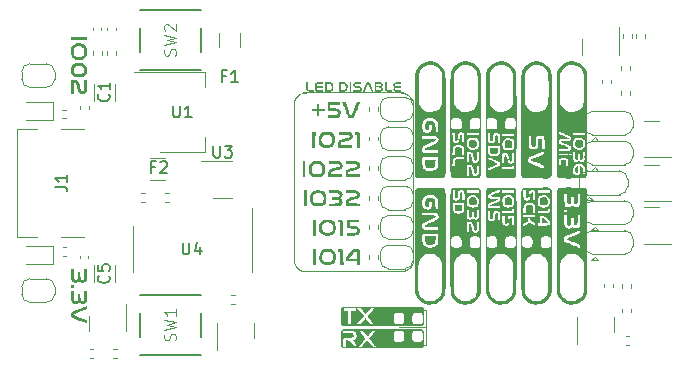
<source format=gbr>
%TF.GenerationSoftware,KiCad,Pcbnew,(6.0.0)*%
%TF.CreationDate,2022-03-26T23:52:19+13:00*%
%TF.ProjectId,Kea Nano PCB V1,4b656120-4e61-46e6-9f20-504342205631,rev?*%
%TF.SameCoordinates,Original*%
%TF.FileFunction,Legend,Top*%
%TF.FilePolarity,Positive*%
%FSLAX46Y46*%
G04 Gerber Fmt 4.6, Leading zero omitted, Abs format (unit mm)*
G04 Created by KiCad (PCBNEW (6.0.0)) date 2022-03-26 23:52:19*
%MOMM*%
%LPD*%
G01*
G04 APERTURE LIST*
%ADD10C,0.120000*%
%ADD11C,0.150000*%
%ADD12C,0.200000*%
G04 APERTURE END LIST*
D10*
%TO.C,SW2*%
X163404761Y-104208333D02*
X163452380Y-104065476D01*
X163452380Y-103827380D01*
X163404761Y-103732142D01*
X163357142Y-103684523D01*
X163261904Y-103636904D01*
X163166666Y-103636904D01*
X163071428Y-103684523D01*
X163023809Y-103732142D01*
X162976190Y-103827380D01*
X162928571Y-104017857D01*
X162880952Y-104113095D01*
X162833333Y-104160714D01*
X162738095Y-104208333D01*
X162642857Y-104208333D01*
X162547619Y-104160714D01*
X162500000Y-104113095D01*
X162452380Y-104017857D01*
X162452380Y-103779761D01*
X162500000Y-103636904D01*
X162452380Y-103303571D02*
X163452380Y-103065476D01*
X162738095Y-102875000D01*
X163452380Y-102684523D01*
X162452380Y-102446428D01*
X162547619Y-102113095D02*
X162500000Y-102065476D01*
X162452380Y-101970238D01*
X162452380Y-101732142D01*
X162500000Y-101636904D01*
X162547619Y-101589285D01*
X162642857Y-101541666D01*
X162738095Y-101541666D01*
X162880952Y-101589285D01*
X163452380Y-102160714D01*
X163452380Y-101541666D01*
D11*
%TO.C,F1*%
X167666666Y-105928571D02*
X167333333Y-105928571D01*
X167333333Y-106452380D02*
X167333333Y-105452380D01*
X167809523Y-105452380D01*
X168714285Y-106452380D02*
X168142857Y-106452380D01*
X168428571Y-106452380D02*
X168428571Y-105452380D01*
X168333333Y-105595238D01*
X168238095Y-105690476D01*
X168142857Y-105738095D01*
%TO.C,C5*%
X157757142Y-122841666D02*
X157804761Y-122889285D01*
X157852380Y-123032142D01*
X157852380Y-123127380D01*
X157804761Y-123270238D01*
X157709523Y-123365476D01*
X157614285Y-123413095D01*
X157423809Y-123460714D01*
X157280952Y-123460714D01*
X157090476Y-123413095D01*
X156995238Y-123365476D01*
X156900000Y-123270238D01*
X156852380Y-123127380D01*
X156852380Y-123032142D01*
X156900000Y-122889285D01*
X156947619Y-122841666D01*
X156852380Y-121936904D02*
X156852380Y-122413095D01*
X157328571Y-122460714D01*
X157280952Y-122413095D01*
X157233333Y-122317857D01*
X157233333Y-122079761D01*
X157280952Y-121984523D01*
X157328571Y-121936904D01*
X157423809Y-121889285D01*
X157661904Y-121889285D01*
X157757142Y-121936904D01*
X157804761Y-121984523D01*
X157852380Y-122079761D01*
X157852380Y-122317857D01*
X157804761Y-122413095D01*
X157757142Y-122460714D01*
%TO.C,F2*%
X161666666Y-113628571D02*
X161333333Y-113628571D01*
X161333333Y-114152380D02*
X161333333Y-113152380D01*
X161809523Y-113152380D01*
X162142857Y-113247619D02*
X162190476Y-113200000D01*
X162285714Y-113152380D01*
X162523809Y-113152380D01*
X162619047Y-113200000D01*
X162666666Y-113247619D01*
X162714285Y-113342857D01*
X162714285Y-113438095D01*
X162666666Y-113580952D01*
X162095238Y-114152380D01*
X162714285Y-114152380D01*
%TO.C,U3*%
X166638095Y-111852380D02*
X166638095Y-112661904D01*
X166685714Y-112757142D01*
X166733333Y-112804761D01*
X166828571Y-112852380D01*
X167019047Y-112852380D01*
X167114285Y-112804761D01*
X167161904Y-112757142D01*
X167209523Y-112661904D01*
X167209523Y-111852380D01*
X167590476Y-111852380D02*
X168209523Y-111852380D01*
X167876190Y-112233333D01*
X168019047Y-112233333D01*
X168114285Y-112280952D01*
X168161904Y-112328571D01*
X168209523Y-112423809D01*
X168209523Y-112661904D01*
X168161904Y-112757142D01*
X168114285Y-112804761D01*
X168019047Y-112852380D01*
X167733333Y-112852380D01*
X167638095Y-112804761D01*
X167590476Y-112757142D01*
%TO.C,U4*%
X164038095Y-120052380D02*
X164038095Y-120861904D01*
X164085714Y-120957142D01*
X164133333Y-121004761D01*
X164228571Y-121052380D01*
X164419047Y-121052380D01*
X164514285Y-121004761D01*
X164561904Y-120957142D01*
X164609523Y-120861904D01*
X164609523Y-120052380D01*
X165514285Y-120385714D02*
X165514285Y-121052380D01*
X165276190Y-120004761D02*
X165038095Y-120719047D01*
X165657142Y-120719047D01*
%TO.C,U1*%
X163238095Y-108452380D02*
X163238095Y-109261904D01*
X163285714Y-109357142D01*
X163333333Y-109404761D01*
X163428571Y-109452380D01*
X163619047Y-109452380D01*
X163714285Y-109404761D01*
X163761904Y-109357142D01*
X163809523Y-109261904D01*
X163809523Y-108452380D01*
X164809523Y-109452380D02*
X164238095Y-109452380D01*
X164523809Y-109452380D02*
X164523809Y-108452380D01*
X164428571Y-108595238D01*
X164333333Y-108690476D01*
X164238095Y-108738095D01*
D10*
%TO.C,SW1*%
X163404761Y-128333333D02*
X163452380Y-128190476D01*
X163452380Y-127952380D01*
X163404761Y-127857142D01*
X163357142Y-127809523D01*
X163261904Y-127761904D01*
X163166666Y-127761904D01*
X163071428Y-127809523D01*
X163023809Y-127857142D01*
X162976190Y-127952380D01*
X162928571Y-128142857D01*
X162880952Y-128238095D01*
X162833333Y-128285714D01*
X162738095Y-128333333D01*
X162642857Y-128333333D01*
X162547619Y-128285714D01*
X162500000Y-128238095D01*
X162452380Y-128142857D01*
X162452380Y-127904761D01*
X162500000Y-127761904D01*
X162452380Y-127428571D02*
X163452380Y-127190476D01*
X162738095Y-127000000D01*
X163452380Y-126809523D01*
X162452380Y-126571428D01*
X163452380Y-125666666D02*
X163452380Y-126238095D01*
X163452380Y-125952380D02*
X162452380Y-125952380D01*
X162595238Y-126047619D01*
X162690476Y-126142857D01*
X162738095Y-126238095D01*
D11*
%TO.C,C1*%
X157757142Y-107466666D02*
X157804761Y-107514285D01*
X157852380Y-107657142D01*
X157852380Y-107752380D01*
X157804761Y-107895238D01*
X157709523Y-107990476D01*
X157614285Y-108038095D01*
X157423809Y-108085714D01*
X157280952Y-108085714D01*
X157090476Y-108038095D01*
X156995238Y-107990476D01*
X156900000Y-107895238D01*
X156852380Y-107752380D01*
X156852380Y-107657142D01*
X156900000Y-107514285D01*
X156947619Y-107466666D01*
X157852380Y-106514285D02*
X157852380Y-107085714D01*
X157852380Y-106800000D02*
X156852380Y-106800000D01*
X156995238Y-106895238D01*
X157090476Y-106990476D01*
X157138095Y-107085714D01*
%TO.C,J1*%
X153252380Y-115333333D02*
X153966666Y-115333333D01*
X154109523Y-115380952D01*
X154204761Y-115476190D01*
X154252380Y-115619047D01*
X154252380Y-115714285D01*
X154252380Y-114333333D02*
X154252380Y-114904761D01*
X154252380Y-114619047D02*
X153252380Y-114619047D01*
X153395238Y-114714285D01*
X153490476Y-114809523D01*
X153538095Y-114904761D01*
%TO.C,G\u002A\u002A\u002A*%
G36*
X185438074Y-113280667D02*
G01*
X185427857Y-113423359D01*
X185411536Y-113529829D01*
X185390313Y-113592305D01*
X185389695Y-113593290D01*
X185315740Y-113663708D01*
X185203807Y-113712338D01*
X185064403Y-113736470D01*
X184908035Y-113733395D01*
X184867257Y-113728017D01*
X184754666Y-113703292D01*
X184673964Y-113664098D01*
X184619608Y-113602313D01*
X184586054Y-113509815D01*
X184567758Y-113378481D01*
X184561926Y-113280667D01*
X184551068Y-113026667D01*
X185448931Y-113026667D01*
X185438074Y-113280667D01*
G37*
G36*
X183698915Y-112597801D02*
G01*
X183698367Y-112259502D01*
X183698273Y-112168422D01*
X184301674Y-112168422D01*
X184328101Y-112286857D01*
X184397850Y-112381780D01*
X184403705Y-112386840D01*
X184482972Y-112453539D01*
X185677333Y-112453539D01*
X185677333Y-112219077D01*
X185116413Y-112219077D01*
X184929675Y-112218693D01*
X184788535Y-112217222D01*
X184686491Y-112214183D01*
X184617042Y-112209097D01*
X184573687Y-112201484D01*
X184549925Y-112190863D01*
X184539253Y-112176755D01*
X184539139Y-112176459D01*
X184537214Y-112119571D01*
X184546469Y-112097004D01*
X184576630Y-112075279D01*
X184646775Y-112036376D01*
X184749234Y-111984189D01*
X184876336Y-111922608D01*
X185020413Y-111855523D01*
X185040472Y-111846382D01*
X185224949Y-111762141D01*
X185367689Y-111695395D01*
X185474544Y-111642423D01*
X185551366Y-111599507D01*
X185604007Y-111562928D01*
X185638319Y-111528966D01*
X185660153Y-111493901D01*
X185675362Y-111454016D01*
X185679626Y-111440157D01*
X185698325Y-111305835D01*
X185671899Y-111187399D01*
X185602149Y-111092477D01*
X185596294Y-111087417D01*
X185517028Y-111020718D01*
X184322666Y-111020718D01*
X184322666Y-111255180D01*
X184883586Y-111255180D01*
X185070324Y-111255563D01*
X185211465Y-111257035D01*
X185313508Y-111260073D01*
X185382957Y-111265159D01*
X185426312Y-111272773D01*
X185450074Y-111283393D01*
X185460746Y-111297502D01*
X185460861Y-111297797D01*
X185462771Y-111354973D01*
X185453530Y-111377689D01*
X185423402Y-111399517D01*
X185353263Y-111438562D01*
X185250743Y-111490942D01*
X185123470Y-111552778D01*
X184979076Y-111620190D01*
X184955459Y-111630977D01*
X184805820Y-111699754D01*
X184668832Y-111763911D01*
X184552978Y-111819379D01*
X184466741Y-111862092D01*
X184418606Y-111887982D01*
X184415972Y-111889647D01*
X184365818Y-111942617D01*
X184325588Y-112018601D01*
X184320373Y-112034100D01*
X184301674Y-112168422D01*
X183698273Y-112168422D01*
X183697976Y-111880421D01*
X183697716Y-111458162D01*
X183697563Y-110990331D01*
X183697492Y-110474530D01*
X183697482Y-110224151D01*
X184320243Y-110224151D01*
X184334255Y-110375642D01*
X184366018Y-110509123D01*
X184413761Y-110614099D01*
X184475716Y-110680075D01*
X184483272Y-110684473D01*
X184626426Y-110734749D01*
X184781479Y-110744623D01*
X184929797Y-110713769D01*
X184976948Y-110693144D01*
X185050033Y-110632326D01*
X185098823Y-110534810D01*
X185124816Y-110396443D01*
X185130256Y-110267807D01*
X185130256Y-110056821D01*
X184921846Y-110056821D01*
X184921846Y-110243641D01*
X184914924Y-110372183D01*
X184891267Y-110457172D01*
X184846541Y-110505665D01*
X184776409Y-110524714D01*
X184748475Y-110525744D01*
X184663149Y-110513538D01*
X184605687Y-110472667D01*
X184572024Y-110396747D01*
X184558095Y-110279393D01*
X184557128Y-110225317D01*
X184567226Y-110056021D01*
X184600779Y-109930255D01*
X184662671Y-109842865D01*
X184757787Y-109788701D01*
X184891014Y-109762610D01*
X185000000Y-109758265D01*
X185143408Y-109764801D01*
X185252959Y-109788262D01*
X185332940Y-109834428D01*
X185387636Y-109909079D01*
X185421332Y-110017996D01*
X185438314Y-110166959D01*
X185442871Y-110355574D01*
X185442871Y-110682051D01*
X185677333Y-110682051D01*
X185677333Y-110354921D01*
X185674915Y-110216767D01*
X185668342Y-110085861D01*
X185658632Y-109977411D01*
X185647451Y-109909119D01*
X185586882Y-109769817D01*
X185484757Y-109657319D01*
X185345830Y-109574558D01*
X185174858Y-109524469D01*
X185000000Y-109509744D01*
X184804558Y-109528360D01*
X184636937Y-109582253D01*
X184501894Y-109668488D01*
X184404183Y-109784133D01*
X184352548Y-109909119D01*
X184325751Y-110065145D01*
X184320243Y-110224151D01*
X183697482Y-110224151D01*
X183697476Y-110068807D01*
X183697444Y-109508720D01*
X183697409Y-108998290D01*
X183697443Y-108535071D01*
X183697557Y-108272308D01*
X184023077Y-108272308D01*
X184093999Y-108416586D01*
X184214674Y-108604377D01*
X184375314Y-108763511D01*
X184569047Y-108888150D01*
X184726461Y-108953684D01*
X184855202Y-108979014D01*
X185011354Y-108984090D01*
X185174932Y-108970295D01*
X185325949Y-108939012D01*
X185416820Y-108905907D01*
X185617031Y-108785236D01*
X185781398Y-108628864D01*
X185906127Y-108441002D01*
X185967357Y-108294435D01*
X185979033Y-108255636D01*
X185988687Y-108213138D01*
X185996507Y-108161838D01*
X186002682Y-108096636D01*
X186007399Y-108012431D01*
X186010847Y-107904121D01*
X186013215Y-107766605D01*
X186014692Y-107594781D01*
X186015464Y-107383549D01*
X186015722Y-107127807D01*
X186015718Y-106985238D01*
X186015503Y-106691499D01*
X186014666Y-106444766D01*
X186012684Y-106239942D01*
X186009034Y-106071932D01*
X186003192Y-105935639D01*
X185994636Y-105825968D01*
X185982844Y-105737821D01*
X185967291Y-105666102D01*
X185947455Y-105605715D01*
X185922814Y-105551564D01*
X185892844Y-105498552D01*
X185857386Y-105442150D01*
X185739543Y-105291131D01*
X185595320Y-105170307D01*
X185421987Y-105073524D01*
X185213110Y-105002771D01*
X185000731Y-104980537D01*
X184791665Y-105004270D01*
X184592727Y-105071416D01*
X184410732Y-105179425D01*
X184252495Y-105325743D01*
X184124832Y-105507819D01*
X184092384Y-105571437D01*
X184023077Y-105719282D01*
X184023077Y-108272308D01*
X183697557Y-108272308D01*
X183697624Y-108116615D01*
X183698026Y-107740477D01*
X183698723Y-107404212D01*
X183699791Y-107105372D01*
X183701304Y-106841511D01*
X183703337Y-106610184D01*
X183705965Y-106408945D01*
X183709262Y-106235346D01*
X183713303Y-106086943D01*
X183718164Y-105961288D01*
X183723918Y-105855937D01*
X183730641Y-105768442D01*
X183738407Y-105696357D01*
X183747292Y-105637238D01*
X183757370Y-105588636D01*
X183768716Y-105548106D01*
X183781404Y-105513203D01*
X183795510Y-105481479D01*
X183811108Y-105450490D01*
X183828272Y-105417788D01*
X183840404Y-105394259D01*
X183921183Y-105266481D01*
X184032998Y-105131508D01*
X184161244Y-105004345D01*
X184291314Y-104899997D01*
X184367442Y-104852821D01*
X184612380Y-104750736D01*
X184865051Y-104698759D01*
X185120061Y-104696901D01*
X185372021Y-104745172D01*
X185615540Y-104843584D01*
X185628302Y-104850303D01*
X185758850Y-104936894D01*
X185894610Y-105055393D01*
X186020454Y-105190404D01*
X186121252Y-105326533D01*
X186156150Y-105387461D01*
X186174821Y-105423422D01*
X186191837Y-105455881D01*
X186207276Y-105487285D01*
X186221213Y-105520083D01*
X186233725Y-105556723D01*
X186244890Y-105599652D01*
X186254782Y-105651319D01*
X186263479Y-105714171D01*
X186271058Y-105790658D01*
X186277595Y-105883226D01*
X186283166Y-105994323D01*
X186287848Y-106126398D01*
X186291718Y-106281899D01*
X186294852Y-106463273D01*
X186297327Y-106672969D01*
X186299219Y-106913435D01*
X186300605Y-107187118D01*
X186301562Y-107496467D01*
X186302165Y-107843930D01*
X186302493Y-108231954D01*
X186302620Y-108662987D01*
X186302624Y-109139479D01*
X186302581Y-109663876D01*
X186302564Y-110069213D01*
X186302545Y-110620615D01*
X186302473Y-111122315D01*
X186302321Y-111576714D01*
X186302061Y-111986213D01*
X186301669Y-112353212D01*
X186301117Y-112680112D01*
X186300380Y-112969313D01*
X186299430Y-113223217D01*
X186298242Y-113444224D01*
X186296789Y-113634735D01*
X186295045Y-113797150D01*
X186292983Y-113933871D01*
X186290578Y-114047298D01*
X186287802Y-114139831D01*
X186284629Y-114213871D01*
X186281034Y-114271820D01*
X186276990Y-114316078D01*
X186272469Y-114349045D01*
X186267447Y-114373122D01*
X186261896Y-114390710D01*
X186255791Y-114404209D01*
X186254961Y-114405778D01*
X186230599Y-114449596D01*
X186205562Y-114485838D01*
X186174947Y-114515222D01*
X186133850Y-114538467D01*
X186077366Y-114556292D01*
X186000593Y-114569417D01*
X185898625Y-114578559D01*
X185766559Y-114584439D01*
X185599491Y-114587775D01*
X185392517Y-114589286D01*
X185140733Y-114589691D01*
X185000406Y-114589703D01*
X184738671Y-114589515D01*
X184523853Y-114588831D01*
X184350769Y-114587441D01*
X184214235Y-114585134D01*
X184109067Y-114581698D01*
X184030080Y-114576924D01*
X183972091Y-114570601D01*
X183929916Y-114562516D01*
X183898371Y-114552460D01*
X183879794Y-114544113D01*
X183799816Y-114483701D01*
X183743066Y-114407385D01*
X183737145Y-114393356D01*
X183731759Y-114374477D01*
X183726882Y-114348353D01*
X183722490Y-114312590D01*
X183718556Y-114264790D01*
X183715055Y-114202558D01*
X183711964Y-114123500D01*
X183709255Y-114025219D01*
X183706905Y-113905320D01*
X183704888Y-113761408D01*
X183703178Y-113591087D01*
X183701751Y-113391961D01*
X183700582Y-113161635D01*
X183700411Y-113113333D01*
X184324738Y-113113333D01*
X184327139Y-113245070D01*
X184327397Y-113253864D01*
X184333079Y-113400353D01*
X184341070Y-113506455D01*
X184353162Y-113583886D01*
X184371149Y-113644357D01*
X184395117Y-113696363D01*
X184481058Y-113806358D01*
X184604135Y-113891274D01*
X184754776Y-113949130D01*
X184923411Y-113977943D01*
X185100470Y-113975728D01*
X185276384Y-113940503D01*
X185381601Y-113900795D01*
X185480234Y-113844912D01*
X185551005Y-113772953D01*
X185590011Y-113713170D01*
X185621070Y-113656983D01*
X185642452Y-113605025D01*
X185656343Y-113545261D01*
X185664930Y-113465659D01*
X185670398Y-113354186D01*
X185673456Y-113253864D01*
X185675719Y-113121587D01*
X185675230Y-113003301D01*
X185672206Y-112911427D01*
X185666868Y-112858386D01*
X185666446Y-112856582D01*
X185650289Y-112792205D01*
X184349710Y-112792205D01*
X184333553Y-112856582D01*
X184328137Y-112906669D01*
X184325134Y-112996393D01*
X184324738Y-113113333D01*
X183700411Y-113113333D01*
X183699645Y-112897713D01*
X183698915Y-112597801D01*
G37*
D10*
%TO.C,R11*%
X157620000Y-104163641D02*
X157620000Y-103856359D01*
X158380000Y-104163641D02*
X158380000Y-103856359D01*
%TO.C,C6*%
X156030000Y-121152164D02*
X156030000Y-121367836D01*
X155310000Y-121152164D02*
X155310000Y-121367836D01*
%TO.C,R18*%
X180580000Y-108903641D02*
X180580000Y-108596359D01*
X179820000Y-108903641D02*
X179820000Y-108596359D01*
%TO.C,R10*%
X179820000Y-121403641D02*
X179820000Y-121096359D01*
X180580000Y-121403641D02*
X180580000Y-121096359D01*
%TO.C,JP2*%
X198460000Y-116180000D02*
X198160000Y-116480000D01*
X198260000Y-113980000D02*
X201060000Y-113980000D01*
X201060000Y-115980000D02*
X198260000Y-115980000D01*
X198160000Y-116480000D02*
X198760000Y-116480000D01*
X197610000Y-115280000D02*
X197610000Y-114680000D01*
X198460000Y-116180000D02*
X198760000Y-116480000D01*
X201710000Y-114680000D02*
X201710000Y-115280000D01*
X197610000Y-115280000D02*
G75*
G03*
X198310000Y-115980000I699999J-1D01*
G01*
X201010000Y-115980000D02*
G75*
G03*
X201710000Y-115280000I1J699999D01*
G01*
X201710000Y-114680000D02*
G75*
G03*
X201010000Y-113980000I-699999J1D01*
G01*
X198310000Y-113980000D02*
G75*
G03*
X197610000Y-114680000I-1J-699999D01*
G01*
D12*
%TO.C,SW2*%
X160450000Y-100325000D02*
X165550000Y-100325000D01*
X165550000Y-101875000D02*
X165550000Y-103875000D01*
X160450000Y-101875000D02*
X160450000Y-103875000D01*
X160450000Y-105425000D02*
X165550000Y-105425000D01*
%TO.C,G\u002A\u002A\u002A*%
G36*
X185442831Y-119744308D02*
G01*
X185434006Y-119913801D01*
X185406105Y-120039993D01*
X185356880Y-120128894D01*
X185284087Y-120186512D01*
X185276095Y-120190467D01*
X185183753Y-120218078D01*
X185062296Y-120233230D01*
X184933432Y-120234948D01*
X184818869Y-120222254D01*
X184781332Y-120212739D01*
X184695465Y-120175920D01*
X184634972Y-120123068D01*
X184595416Y-120045364D01*
X184572364Y-119933990D01*
X184561379Y-119780126D01*
X184561199Y-119775038D01*
X184552245Y-119516359D01*
X185442871Y-119516359D01*
X185442831Y-119744308D01*
G37*
G36*
X183698495Y-122499365D02*
G01*
X183697891Y-122152756D01*
X183697566Y-121765670D01*
X183697444Y-121335662D01*
X183697449Y-120860289D01*
X183697504Y-120337106D01*
X183697533Y-119908168D01*
X183697542Y-119664804D01*
X184322595Y-119664804D01*
X184324625Y-119793713D01*
X184330673Y-119915313D01*
X184340779Y-120017749D01*
X184351539Y-120076875D01*
X184388318Y-120170679D01*
X184444487Y-120263525D01*
X184462257Y-120285796D01*
X184570896Y-120374187D01*
X184714701Y-120436915D01*
X184882376Y-120471894D01*
X185062624Y-120477038D01*
X185244150Y-120450260D01*
X185288348Y-120438351D01*
X185434053Y-120371147D01*
X185550276Y-120268518D01*
X185628543Y-120138903D01*
X185647451Y-120080881D01*
X185661054Y-120000638D01*
X185670552Y-119892186D01*
X185675967Y-119767345D01*
X185677320Y-119637934D01*
X185674632Y-119515771D01*
X185667924Y-119412677D01*
X185657219Y-119340470D01*
X185646071Y-119313159D01*
X185610015Y-119302630D01*
X185530904Y-119294096D01*
X185417749Y-119287556D01*
X185279560Y-119283012D01*
X185125348Y-119280462D01*
X184964123Y-119279906D01*
X184804894Y-119281346D01*
X184656673Y-119284780D01*
X184528469Y-119290209D01*
X184429293Y-119297633D01*
X184368155Y-119307051D01*
X184353928Y-119313159D01*
X184340251Y-119352764D01*
X184330446Y-119432476D01*
X184324548Y-119540441D01*
X184322595Y-119664804D01*
X183697542Y-119664804D01*
X183697553Y-119356721D01*
X183697606Y-118854976D01*
X183697663Y-118631233D01*
X184302159Y-118631233D01*
X184319240Y-118759709D01*
X184319415Y-118760294D01*
X184339813Y-118818985D01*
X184365817Y-118865188D01*
X184403462Y-118900428D01*
X184458785Y-118926227D01*
X184537821Y-118944110D01*
X184646607Y-118955600D01*
X184791178Y-118962220D01*
X184977570Y-118965495D01*
X185136769Y-118966615D01*
X185677333Y-118969282D01*
X185677333Y-118709785D01*
X185110718Y-118702765D01*
X184544102Y-118695744D01*
X184544102Y-118633289D01*
X184548265Y-118610601D01*
X184564635Y-118587503D01*
X184599031Y-118560629D01*
X184657276Y-118526613D01*
X184745190Y-118482087D01*
X184868594Y-118423686D01*
X185033308Y-118348043D01*
X185052102Y-118339479D01*
X185206626Y-118267600D01*
X185348049Y-118198987D01*
X185468315Y-118137773D01*
X185559367Y-118088094D01*
X185613150Y-118054084D01*
X185620663Y-118047704D01*
X185675664Y-117958883D01*
X185696976Y-117845811D01*
X185682348Y-117725787D01*
X185667926Y-117684387D01*
X185642454Y-117632365D01*
X185610462Y-117591807D01*
X185565609Y-117561307D01*
X185501550Y-117539459D01*
X185411942Y-117524855D01*
X185290442Y-117516087D01*
X185130706Y-117511749D01*
X184926392Y-117510435D01*
X184883606Y-117510410D01*
X184322666Y-117510410D01*
X184322666Y-117744872D01*
X184866553Y-117744872D01*
X185052240Y-117745365D01*
X185192561Y-117747164D01*
X185294249Y-117750750D01*
X185364034Y-117756603D01*
X185408647Y-117765204D01*
X185434819Y-117777032D01*
X185444684Y-117786132D01*
X185464847Y-117836299D01*
X185451602Y-117870799D01*
X185420414Y-117894474D01*
X185349223Y-117935377D01*
X185245629Y-117989563D01*
X185117232Y-118053081D01*
X184971634Y-118121984D01*
X184939415Y-118136846D01*
X184788032Y-118207873D01*
X184649315Y-118275791D01*
X184531655Y-118336266D01*
X184443447Y-118384964D01*
X184393082Y-118417553D01*
X184389009Y-118421064D01*
X184326330Y-118513892D01*
X184302159Y-118631233D01*
X183697663Y-118631233D01*
X183697721Y-118400534D01*
X183697927Y-117990993D01*
X183698253Y-117623954D01*
X183698729Y-117297016D01*
X183699383Y-117007780D01*
X183700245Y-116753845D01*
X183700543Y-116693770D01*
X184319519Y-116693770D01*
X184327078Y-116846903D01*
X184353150Y-116984079D01*
X184397600Y-117091323D01*
X184417583Y-117119332D01*
X184510655Y-117192690D01*
X184632314Y-117236453D01*
X184766613Y-117248067D01*
X184897602Y-117224979D01*
X184947897Y-117204267D01*
X185032906Y-117142710D01*
X185089647Y-117053420D01*
X185121085Y-116929410D01*
X185130216Y-116774462D01*
X185130256Y-116572564D01*
X184921846Y-116572564D01*
X184921846Y-116749944D01*
X184915593Y-116876067D01*
X184893730Y-116958826D01*
X184851601Y-117005796D01*
X184784547Y-117024552D01*
X184752208Y-117025857D01*
X184667150Y-117012595D01*
X184606680Y-116966554D01*
X184602995Y-116962103D01*
X184577494Y-116923476D01*
X184563292Y-116877026D01*
X184558444Y-116809089D01*
X184561006Y-116706004D01*
X184562391Y-116676841D01*
X184574166Y-116536872D01*
X184596437Y-116437906D01*
X184634106Y-116369146D01*
X184692077Y-116319793D01*
X184735001Y-116296719D01*
X184830168Y-116269175D01*
X184954004Y-116256530D01*
X185085250Y-116258786D01*
X185202649Y-116275942D01*
X185264998Y-116296719D01*
X185325150Y-116329688D01*
X185368806Y-116368553D01*
X185398885Y-116422006D01*
X185418303Y-116498741D01*
X185429979Y-116607452D01*
X185436831Y-116756831D01*
X185438452Y-116813539D01*
X185447868Y-117171744D01*
X185682112Y-117171744D01*
X185673209Y-116787487D01*
X185669199Y-116636605D01*
X185664163Y-116527266D01*
X185656424Y-116448917D01*
X185644301Y-116391004D01*
X185626117Y-116342971D01*
X185600192Y-116294265D01*
X185592701Y-116281420D01*
X185497125Y-116162869D01*
X185369111Y-116079756D01*
X185205597Y-116030701D01*
X185003523Y-116014326D01*
X185000000Y-116014322D01*
X184796088Y-116030530D01*
X184630884Y-116079855D01*
X184502025Y-116163354D01*
X184409302Y-116278378D01*
X184360493Y-116395532D01*
X184330611Y-116538654D01*
X184319519Y-116693770D01*
X183700543Y-116693770D01*
X183701343Y-116532810D01*
X183702707Y-116342276D01*
X183704366Y-116179842D01*
X183706348Y-116043108D01*
X183708684Y-115929673D01*
X183711401Y-115837139D01*
X183714530Y-115763103D01*
X183718098Y-115705167D01*
X183722136Y-115660930D01*
X183726673Y-115627991D01*
X183731737Y-115603951D01*
X183737357Y-115586409D01*
X183743563Y-115572965D01*
X183750206Y-115561509D01*
X183774970Y-115523084D01*
X183801371Y-115491302D01*
X183834317Y-115465535D01*
X183878715Y-115445153D01*
X183939472Y-115429524D01*
X184021496Y-115418020D01*
X184129694Y-115410009D01*
X184268973Y-115404863D01*
X184444241Y-115401949D01*
X184660405Y-115400639D01*
X184922373Y-115400303D01*
X185005676Y-115400297D01*
X185281715Y-115400474D01*
X185510518Y-115401453D01*
X185696954Y-115403944D01*
X185845888Y-115408656D01*
X185962188Y-115416298D01*
X186050720Y-115427579D01*
X186116352Y-115443209D01*
X186163952Y-115463896D01*
X186198385Y-115490350D01*
X186224519Y-115523280D01*
X186247222Y-115563395D01*
X186256933Y-115582615D01*
X186262854Y-115596645D01*
X186268240Y-115615523D01*
X186273117Y-115641647D01*
X186277510Y-115677411D01*
X186281443Y-115725211D01*
X186284944Y-115787442D01*
X186288036Y-115866500D01*
X186290744Y-115964781D01*
X186293094Y-116084680D01*
X186295111Y-116228592D01*
X186296821Y-116398914D01*
X186298248Y-116598039D01*
X186299417Y-116828365D01*
X186300354Y-117092287D01*
X186301084Y-117392199D01*
X186301632Y-117730498D01*
X186302023Y-118109579D01*
X186302283Y-118531838D01*
X186302436Y-118999670D01*
X186302508Y-119515470D01*
X186302523Y-119921193D01*
X186302558Y-120481287D01*
X186302600Y-120991727D01*
X186302573Y-121454960D01*
X186302401Y-121873435D01*
X186302006Y-122249600D01*
X186301313Y-122585903D01*
X186300244Y-122884792D01*
X186298723Y-123148716D01*
X186296675Y-123380122D01*
X186294021Y-123581459D01*
X186290685Y-123755174D01*
X186286592Y-123903717D01*
X186281664Y-124029534D01*
X186275825Y-124135074D01*
X186268998Y-124222786D01*
X186261107Y-124295117D01*
X186252075Y-124354516D01*
X186241826Y-124403430D01*
X186230284Y-124444307D01*
X186217370Y-124479597D01*
X186203010Y-124511747D01*
X186187127Y-124543204D01*
X186169643Y-124576418D01*
X186156150Y-124602539D01*
X186072653Y-124733769D01*
X185956885Y-124871235D01*
X185823974Y-124999541D01*
X185689049Y-125103293D01*
X185628302Y-125139697D01*
X185395349Y-125236555D01*
X185149387Y-125288703D01*
X184901016Y-125294944D01*
X184660839Y-125254079D01*
X184648307Y-125250508D01*
X184539688Y-125214228D01*
X184430370Y-125170483D01*
X184374769Y-125144319D01*
X184273369Y-125077654D01*
X184158146Y-124979860D01*
X184042271Y-124864372D01*
X183938917Y-124744624D01*
X183861255Y-124634051D01*
X183844159Y-124603150D01*
X183825473Y-124567169D01*
X183808441Y-124534706D01*
X183792986Y-124503318D01*
X183779032Y-124470560D01*
X183766502Y-124433987D01*
X183755320Y-124391157D01*
X183745410Y-124339625D01*
X183736695Y-124276945D01*
X183729099Y-124200675D01*
X183722545Y-124108370D01*
X183716958Y-123997586D01*
X183712261Y-123865879D01*
X183708378Y-123710803D01*
X183705232Y-123529916D01*
X183702747Y-123320773D01*
X183700847Y-123080930D01*
X183700471Y-123007231D01*
X183984564Y-123007231D01*
X183984705Y-123300632D01*
X183985480Y-123547038D01*
X183987416Y-123751557D01*
X183991041Y-123919297D01*
X183996881Y-124055366D01*
X184005463Y-124164871D01*
X184017314Y-124252921D01*
X184032962Y-124324623D01*
X184052934Y-124385085D01*
X184077757Y-124439414D01*
X184107957Y-124492719D01*
X184143726Y-124549584D01*
X184280941Y-124716090D01*
X184458376Y-124853722D01*
X184670392Y-124958329D01*
X184726461Y-124978280D01*
X184845047Y-125000766D01*
X184992812Y-125004349D01*
X185150876Y-124990247D01*
X185300357Y-124959679D01*
X185371143Y-124936648D01*
X185540646Y-124846486D01*
X185696897Y-124715549D01*
X185827919Y-124555146D01*
X185891628Y-124445056D01*
X185976923Y-124271781D01*
X185976923Y-121717692D01*
X185905548Y-121572460D01*
X185787464Y-121385925D01*
X185638616Y-121235465D01*
X185465902Y-121121902D01*
X185276222Y-121046059D01*
X185076475Y-121008759D01*
X184873558Y-121010824D01*
X184674372Y-121053077D01*
X184485815Y-121136340D01*
X184314785Y-121261436D01*
X184212226Y-121370557D01*
X184161784Y-121433799D01*
X184119403Y-121491537D01*
X184084382Y-121548817D01*
X184056020Y-121610687D01*
X184033613Y-121682191D01*
X184016461Y-121768377D01*
X184003861Y-121874290D01*
X183995111Y-122004978D01*
X183989510Y-122165487D01*
X183986355Y-122360862D01*
X183984944Y-122596151D01*
X183984576Y-122876400D01*
X183984564Y-123007231D01*
X183700471Y-123007231D01*
X183699455Y-122807942D01*
X183698495Y-122499365D01*
G37*
G36*
X177545278Y-125538560D02*
G01*
X177621428Y-125462411D01*
X184324624Y-125462411D01*
X184476923Y-125614710D01*
X184476923Y-126925290D01*
X184400773Y-127001440D01*
X184324624Y-127077590D01*
X177621428Y-127077590D01*
X177545278Y-127001440D01*
X177469129Y-126925290D01*
X177469129Y-125827128D01*
X177651487Y-125827128D01*
X178042257Y-125827128D01*
X178042257Y-126947334D01*
X178276718Y-126947334D01*
X178767200Y-126947334D01*
X179071282Y-126944350D01*
X179287900Y-126685329D01*
X179370149Y-126588640D01*
X179440896Y-126508585D01*
X179493346Y-126452628D01*
X179520703Y-126428236D01*
X179522362Y-126427765D01*
X179544577Y-126447453D01*
X179592446Y-126500191D01*
X179659208Y-126578237D01*
X179738101Y-126673851D01*
X179748616Y-126686821D01*
X179957026Y-126944420D01*
X180093795Y-126945877D01*
X180170216Y-126944150D01*
X180219858Y-126938151D01*
X180230564Y-126932544D01*
X180214527Y-126908716D01*
X180170191Y-126852341D01*
X180103221Y-126770383D01*
X180019282Y-126669807D01*
X179957026Y-126596244D01*
X179864958Y-126487164D01*
X179857698Y-126478411D01*
X181910872Y-126478411D01*
X181911409Y-126616838D01*
X181914089Y-126713371D01*
X181920516Y-126778214D01*
X181932295Y-126821573D01*
X181951031Y-126853654D01*
X181974029Y-126880107D01*
X182003279Y-126908663D01*
X182034332Y-126927724D01*
X182077797Y-126939205D01*
X182144285Y-126945022D01*
X182244408Y-126947090D01*
X182346443Y-126947334D01*
X182478769Y-126946722D01*
X182569667Y-126943669D01*
X182629811Y-126936344D01*
X182669874Y-126922921D01*
X182700526Y-126901570D01*
X182719646Y-126883390D01*
X182745747Y-126854744D01*
X182763572Y-126823689D01*
X182774695Y-126780258D01*
X182780690Y-126714484D01*
X182783130Y-126616399D01*
X182783590Y-126478410D01*
X182783573Y-126473422D01*
X183486975Y-126473422D01*
X183487497Y-126612168D01*
X183490136Y-126709028D01*
X183496505Y-126774215D01*
X183508215Y-126817945D01*
X183526876Y-126850430D01*
X183550859Y-126878401D01*
X183580176Y-126907652D01*
X183610766Y-126927184D01*
X183653243Y-126938958D01*
X183718220Y-126944933D01*
X183816309Y-126947070D01*
X183924061Y-126947334D01*
X184055938Y-126946806D01*
X184146323Y-126943948D01*
X184205828Y-126936846D01*
X184245060Y-126923584D01*
X184274631Y-126902250D01*
X184296536Y-126880135D01*
X184322568Y-126849596D01*
X184340257Y-126816585D01*
X184351209Y-126770895D01*
X184357029Y-126702324D01*
X184359320Y-126600665D01*
X184359693Y-126478490D01*
X184359156Y-126340065D01*
X184356475Y-126243533D01*
X184350045Y-126178687D01*
X184338262Y-126135318D01*
X184319521Y-126103221D01*
X184296536Y-126076765D01*
X184267293Y-126048188D01*
X184236263Y-126029113D01*
X184192835Y-126017624D01*
X184126399Y-126011802D01*
X184026345Y-126009731D01*
X183924121Y-126009487D01*
X183791796Y-126010099D01*
X183700898Y-126013152D01*
X183640753Y-126020477D01*
X183600691Y-126033900D01*
X183570038Y-126055251D01*
X183550919Y-126073431D01*
X183524651Y-126102303D01*
X183506773Y-126133630D01*
X183495676Y-126177482D01*
X183489751Y-126243927D01*
X183487387Y-126343035D01*
X183486975Y-126473422D01*
X182783573Y-126473422D01*
X182783113Y-126338729D01*
X182780632Y-126241182D01*
X182774575Y-126175801D01*
X182763366Y-126132619D01*
X182745433Y-126101670D01*
X182719646Y-126073431D01*
X182689455Y-126046198D01*
X182656523Y-126028034D01*
X182610180Y-126017113D01*
X182539751Y-126011605D01*
X182434565Y-126009682D01*
X182346443Y-126009487D01*
X182214584Y-126010014D01*
X182124215Y-126012872D01*
X182064725Y-126019976D01*
X182025504Y-126033241D01*
X181995939Y-126054584D01*
X181974029Y-126076714D01*
X181947998Y-126107265D01*
X181930308Y-126140286D01*
X181919356Y-126185983D01*
X181913536Y-126254560D01*
X181911245Y-126356223D01*
X181910872Y-126478411D01*
X179857698Y-126478411D01*
X179786101Y-126392086D01*
X179726121Y-126317975D01*
X179690682Y-126271793D01*
X179683487Y-126259978D01*
X179699685Y-126236171D01*
X179744295Y-126180445D01*
X179811341Y-126100025D01*
X179894848Y-126002135D01*
X179938637Y-125951509D01*
X180029806Y-125845940D01*
X180109350Y-125752666D01*
X180170676Y-125679508D01*
X180207192Y-125634285D01*
X180213713Y-125625231D01*
X180212366Y-125605642D01*
X180173064Y-125595439D01*
X180094655Y-125592667D01*
X179955670Y-125592667D01*
X179524026Y-126090287D01*
X179323706Y-125843254D01*
X179123385Y-125596220D01*
X178973310Y-125594444D01*
X178823236Y-125592667D01*
X179372680Y-126241797D01*
X179286001Y-126340565D01*
X179234826Y-126399503D01*
X179160104Y-126486345D01*
X179071992Y-126589258D01*
X178983261Y-126693334D01*
X178767200Y-126947334D01*
X178276718Y-126947334D01*
X178276718Y-125827128D01*
X178667487Y-125827128D01*
X178667487Y-125592667D01*
X177651487Y-125592667D01*
X177651487Y-125827128D01*
X177469129Y-125827128D01*
X177469129Y-125614710D01*
X177545278Y-125538560D01*
G37*
D10*
%TO.C,JP12*%
X198710000Y-111455000D02*
X201510000Y-111455000D01*
X202160000Y-112155000D02*
X202160000Y-112755000D01*
X198610000Y-113955000D02*
X199210000Y-113955000D01*
X198910000Y-113655000D02*
X199210000Y-113955000D01*
X198060000Y-112755000D02*
X198060000Y-112155000D01*
X201510000Y-113455000D02*
X198710000Y-113455000D01*
X198910000Y-113655000D02*
X198610000Y-113955000D01*
X198760000Y-111455000D02*
G75*
G03*
X198060000Y-112155000I-1J-699999D01*
G01*
X201460000Y-113455000D02*
G75*
G03*
X202160000Y-112755000I1J699999D01*
G01*
X198060000Y-112755000D02*
G75*
G03*
X198760000Y-113455000I699999J-1D01*
G01*
X202160000Y-112155000D02*
G75*
G03*
X201460000Y-111455000I-699999J1D01*
G01*
%TO.C,R4*%
X180580000Y-116403641D02*
X180580000Y-116096359D01*
X179820000Y-116403641D02*
X179820000Y-116096359D01*
%TO.C,F1*%
X167090000Y-103502064D02*
X167090000Y-102297936D01*
X168910000Y-103502064D02*
X168910000Y-102297936D01*
%TO.C,G\u002A\u002A\u002A*%
G36*
X186698495Y-122499365D02*
G01*
X186697891Y-122152756D01*
X186697566Y-121765670D01*
X186697444Y-121335662D01*
X186697449Y-120860289D01*
X186697504Y-120337106D01*
X186697527Y-119993964D01*
X186775589Y-119993964D01*
X186778251Y-120163396D01*
X186790434Y-120287801D01*
X186818440Y-120374157D01*
X186868569Y-120429439D01*
X186947122Y-120460626D01*
X187060397Y-120474692D01*
X187213242Y-120478605D01*
X187368744Y-120474655D01*
X187477121Y-120460041D01*
X187529546Y-120441971D01*
X187587443Y-120396804D01*
X187626998Y-120326375D01*
X187650565Y-120223034D01*
X187660497Y-120079129D01*
X187661188Y-120013959D01*
X188338812Y-120013959D01*
X188343350Y-120180343D01*
X188361684Y-120302289D01*
X188400525Y-120386257D01*
X188466581Y-120438709D01*
X188566561Y-120466106D01*
X188707175Y-120474910D01*
X188816411Y-120473895D01*
X188941426Y-120470329D01*
X189025621Y-120464938D01*
X189080272Y-120455116D01*
X189116656Y-120438256D01*
X189146047Y-120411754D01*
X189161590Y-120394137D01*
X189187937Y-120360245D01*
X189205677Y-120324102D01*
X189216500Y-120275052D01*
X189222098Y-120202441D01*
X189224162Y-120095613D01*
X189224410Y-119998308D01*
X189223780Y-119862221D01*
X189220764Y-119767576D01*
X189213668Y-119703718D01*
X189200804Y-119659991D01*
X189180477Y-119625740D01*
X189161578Y-119602478D01*
X189129723Y-119568856D01*
X189095804Y-119547004D01*
X189047754Y-119533843D01*
X188973508Y-119526295D01*
X188861000Y-119521282D01*
X188840594Y-119520576D01*
X188668372Y-119519613D01*
X188540212Y-119534271D01*
X188449788Y-119570769D01*
X188390776Y-119635326D01*
X188356850Y-119734162D01*
X188341685Y-119873496D01*
X188338812Y-120013959D01*
X187661188Y-120013959D01*
X187656248Y-119838799D01*
X187637470Y-119708979D01*
X187598529Y-119618278D01*
X187533099Y-119560477D01*
X187434857Y-119529356D01*
X187297475Y-119518698D01*
X187159405Y-119520576D01*
X187040284Y-119525477D01*
X186961190Y-119532461D01*
X186910059Y-119544607D01*
X186874824Y-119564995D01*
X186843422Y-119596702D01*
X186838422Y-119602478D01*
X186811911Y-119636619D01*
X186794121Y-119673051D01*
X186783325Y-119722537D01*
X186777795Y-119795837D01*
X186775804Y-119903714D01*
X186775589Y-119993964D01*
X186697527Y-119993964D01*
X186697533Y-119908168D01*
X186697553Y-119356721D01*
X186697572Y-119177692D01*
X188102945Y-119177692D01*
X188286564Y-119177692D01*
X188286564Y-118474308D01*
X188350775Y-118474308D01*
X188387894Y-118478647D01*
X188417023Y-118496884D01*
X188441958Y-118536847D01*
X188466495Y-118606367D01*
X188494430Y-118713271D01*
X188520070Y-118823466D01*
X188559566Y-118975921D01*
X188600877Y-119083262D01*
X188649163Y-119152371D01*
X188709584Y-119190129D01*
X188787298Y-119203417D01*
X188805179Y-119203744D01*
X188889687Y-119196692D01*
X188962011Y-119179366D01*
X188970588Y-119175838D01*
X189020762Y-119147068D01*
X189057325Y-119107886D01*
X189082686Y-119050002D01*
X189099255Y-118965127D01*
X189109441Y-118844971D01*
X189115652Y-118681244D01*
X189115785Y-118676205D01*
X189125201Y-118318000D01*
X188937846Y-118318000D01*
X188937846Y-118642164D01*
X188937245Y-118778049D01*
X188934453Y-118871451D01*
X188927984Y-118931982D01*
X188916356Y-118969257D01*
X188898082Y-118992889D01*
X188881716Y-119005643D01*
X188833127Y-119030762D01*
X188793149Y-119027091D01*
X188758300Y-118989670D01*
X188725097Y-118913541D01*
X188690058Y-118793743D01*
X188666926Y-118699775D01*
X188629498Y-118549729D01*
X188595035Y-118443371D01*
X188556654Y-118373227D01*
X188507474Y-118331822D01*
X188440610Y-118311681D01*
X188349180Y-118305329D01*
X188303404Y-118304974D01*
X188117230Y-118304974D01*
X188110088Y-118741333D01*
X188102945Y-119177692D01*
X186697572Y-119177692D01*
X186697606Y-118854976D01*
X186697721Y-118400534D01*
X186697927Y-117990993D01*
X186697979Y-117932441D01*
X188104205Y-117932441D01*
X188196112Y-118024348D01*
X188256793Y-118079692D01*
X188305943Y-118103833D01*
X188365655Y-118105367D01*
X188395319Y-118101863D01*
X188477941Y-118079586D01*
X188546083Y-118042772D01*
X188556226Y-118033865D01*
X188609832Y-117980259D01*
X188665898Y-118032930D01*
X188758237Y-118088330D01*
X188859855Y-118100356D01*
X188957820Y-118072763D01*
X189039198Y-118009309D01*
X189091058Y-117913750D01*
X189092409Y-117909048D01*
X189104018Y-117841030D01*
X189113236Y-117737197D01*
X189118875Y-117613826D01*
X189120059Y-117529949D01*
X189120205Y-117249898D01*
X188937846Y-117249898D01*
X188937846Y-117536462D01*
X188936788Y-117665533D01*
X188932508Y-117753331D01*
X188923343Y-117810661D01*
X188907630Y-117848330D01*
X188885743Y-117875128D01*
X188839087Y-117913377D01*
X188807589Y-117927231D01*
X188771650Y-117910416D01*
X188729436Y-117875128D01*
X188700353Y-117835397D01*
X188684259Y-117779752D01*
X188677892Y-117693529D01*
X188677333Y-117640667D01*
X188677333Y-117458308D01*
X188521025Y-117458308D01*
X188521025Y-117651832D01*
X188511586Y-117788832D01*
X188483909Y-117880321D01*
X188438955Y-117925070D01*
X188377683Y-117921850D01*
X188331174Y-117894667D01*
X188311466Y-117870739D01*
X188297802Y-117827567D01*
X188288783Y-117755976D01*
X188283015Y-117646794D01*
X188280605Y-117562513D01*
X188273538Y-117262923D01*
X188188871Y-117254760D01*
X188104205Y-117246596D01*
X188104205Y-117932441D01*
X186697979Y-117932441D01*
X186698253Y-117623954D01*
X186698729Y-117297016D01*
X186699383Y-117007780D01*
X186699492Y-116975603D01*
X186881766Y-116975603D01*
X186886300Y-117090264D01*
X186895734Y-117197478D01*
X186909658Y-117282459D01*
X186917538Y-117310237D01*
X186975441Y-117428938D01*
X187055460Y-117511394D01*
X187164999Y-117561964D01*
X187311466Y-117585007D01*
X187388787Y-117587544D01*
X187513227Y-117582467D01*
X187608787Y-117562745D01*
X187686449Y-117529949D01*
X187769896Y-117478672D01*
X187828444Y-117418152D01*
X187865725Y-117338972D01*
X187882643Y-117246596D01*
X187885368Y-117231715D01*
X187891003Y-117086966D01*
X187889823Y-117002410D01*
X187882769Y-116715846D01*
X187402732Y-116708728D01*
X187222197Y-116706944D01*
X187087990Y-116707888D01*
X186994391Y-116711857D01*
X186935681Y-116719148D01*
X186906143Y-116730060D01*
X186901644Y-116734779D01*
X186889030Y-116783075D01*
X186882540Y-116868278D01*
X186881766Y-116975603D01*
X186699492Y-116975603D01*
X186700245Y-116753845D01*
X186701277Y-116546056D01*
X188104205Y-116546056D01*
X188112230Y-116707875D01*
X188138501Y-116829223D01*
X188186311Y-116919542D01*
X188258243Y-116987769D01*
X188345991Y-117031526D01*
X188459663Y-117064494D01*
X188573281Y-117080483D01*
X188638256Y-117078349D01*
X188698851Y-117068984D01*
X188778345Y-117056378D01*
X188788608Y-117054729D01*
X188910531Y-117010073D01*
X189010140Y-116923777D01*
X189078688Y-116804506D01*
X189095055Y-116751164D01*
X189112462Y-116623991D01*
X189111317Y-116483095D01*
X189093191Y-116349200D01*
X189059651Y-116243035D01*
X189056039Y-116235759D01*
X188983222Y-116147899D01*
X188875019Y-116082815D01*
X188743575Y-116041938D01*
X188601034Y-116026699D01*
X188459540Y-116038529D01*
X188331237Y-116078859D01*
X188238499Y-116139414D01*
X188173086Y-116211785D01*
X188131870Y-116294600D01*
X188110395Y-116401353D01*
X188104205Y-116545537D01*
X188104205Y-116546056D01*
X186701277Y-116546056D01*
X186701343Y-116532810D01*
X186702707Y-116342276D01*
X186704366Y-116179842D01*
X186706348Y-116043108D01*
X186708684Y-115929673D01*
X186711401Y-115837139D01*
X186714530Y-115763103D01*
X186718098Y-115705167D01*
X186722136Y-115660930D01*
X186726673Y-115627991D01*
X186730744Y-115608667D01*
X186879794Y-115608667D01*
X186879940Y-115901744D01*
X186883625Y-116081128D01*
X186895665Y-116216724D01*
X186917837Y-116316427D01*
X186951922Y-116388134D01*
X186999697Y-116439743D01*
X187001436Y-116441123D01*
X187091412Y-116482751D01*
X187202374Y-116493185D01*
X187312836Y-116471413D01*
X187344939Y-116457287D01*
X187407399Y-116410517D01*
X187448413Y-116340981D01*
X187471182Y-116239654D01*
X187478906Y-116097514D01*
X187478974Y-116079250D01*
X187481940Y-115964385D01*
X187492532Y-115887658D01*
X187513289Y-115835352D01*
X187528016Y-115814387D01*
X187569383Y-115773694D01*
X187610615Y-115771234D01*
X187645247Y-115784891D01*
X187674467Y-115799830D01*
X187693858Y-115819456D01*
X187705435Y-115853555D01*
X187711214Y-115911916D01*
X187713209Y-116004327D01*
X187713436Y-116116108D01*
X187713436Y-116416257D01*
X187895794Y-116416257D01*
X187895794Y-116094129D01*
X187894890Y-115955843D01*
X187891218Y-115859119D01*
X187886176Y-115817077D01*
X188104205Y-115817077D01*
X189120205Y-115817077D01*
X189120205Y-115634718D01*
X188104205Y-115634718D01*
X188104205Y-115817077D01*
X187886176Y-115817077D01*
X187883340Y-115793433D01*
X187869818Y-115748261D01*
X187849212Y-115713079D01*
X187842507Y-115704257D01*
X187759089Y-115635201D01*
X187656101Y-115602557D01*
X187548114Y-115605805D01*
X187449700Y-115644425D01*
X187375428Y-115717897D01*
X187373511Y-115720983D01*
X187344606Y-115784226D01*
X187328652Y-115865189D01*
X187322923Y-115979278D01*
X187322764Y-116007661D01*
X187318524Y-116141550D01*
X187303820Y-116231330D01*
X187275446Y-116284488D01*
X187230196Y-116308508D01*
X187192410Y-116312051D01*
X187142170Y-116305291D01*
X187106448Y-116280233D01*
X187082921Y-116229712D01*
X187069269Y-116146563D01*
X187063171Y-116023620D01*
X187062153Y-115909969D01*
X187062153Y-115608667D01*
X186879794Y-115608667D01*
X186730744Y-115608667D01*
X186731737Y-115603951D01*
X186737357Y-115586409D01*
X186743563Y-115572965D01*
X186750206Y-115561509D01*
X186774970Y-115523084D01*
X186801371Y-115491302D01*
X186834317Y-115465535D01*
X186878715Y-115445153D01*
X186939472Y-115429524D01*
X187021496Y-115418020D01*
X187129694Y-115410009D01*
X187268973Y-115404863D01*
X187444241Y-115401949D01*
X187660405Y-115400639D01*
X187922373Y-115400303D01*
X188005676Y-115400297D01*
X188281715Y-115400474D01*
X188510518Y-115401453D01*
X188696954Y-115403944D01*
X188845888Y-115408656D01*
X188962188Y-115416298D01*
X189050720Y-115427579D01*
X189116352Y-115443209D01*
X189163952Y-115463896D01*
X189198385Y-115490350D01*
X189224519Y-115523280D01*
X189247222Y-115563395D01*
X189256933Y-115582615D01*
X189262854Y-115596645D01*
X189268240Y-115615523D01*
X189273117Y-115641647D01*
X189277510Y-115677411D01*
X189281443Y-115725211D01*
X189284944Y-115787442D01*
X189288036Y-115866500D01*
X189290744Y-115964781D01*
X189293094Y-116084680D01*
X189295111Y-116228592D01*
X189296821Y-116398914D01*
X189298248Y-116598039D01*
X189299417Y-116828365D01*
X189300354Y-117092287D01*
X189301084Y-117392199D01*
X189301632Y-117730498D01*
X189302023Y-118109579D01*
X189302283Y-118531838D01*
X189302436Y-118999670D01*
X189302508Y-119515470D01*
X189302523Y-119921193D01*
X189302558Y-120481287D01*
X189302600Y-120991727D01*
X189302573Y-121454960D01*
X189302401Y-121873435D01*
X189302006Y-122249600D01*
X189301313Y-122585903D01*
X189300244Y-122884792D01*
X189298723Y-123148716D01*
X189296675Y-123380122D01*
X189294021Y-123581459D01*
X189290685Y-123755174D01*
X189286592Y-123903717D01*
X189281664Y-124029534D01*
X189275825Y-124135074D01*
X189268998Y-124222786D01*
X189261107Y-124295117D01*
X189252075Y-124354516D01*
X189241826Y-124403430D01*
X189230284Y-124444307D01*
X189217370Y-124479597D01*
X189203010Y-124511747D01*
X189187127Y-124543204D01*
X189169643Y-124576418D01*
X189156150Y-124602539D01*
X189072653Y-124733769D01*
X188956885Y-124871235D01*
X188823974Y-124999541D01*
X188689049Y-125103293D01*
X188628302Y-125139697D01*
X188395349Y-125236555D01*
X188149387Y-125288703D01*
X187901016Y-125294944D01*
X187660839Y-125254079D01*
X187648307Y-125250508D01*
X187539688Y-125214228D01*
X187430370Y-125170483D01*
X187374769Y-125144319D01*
X187273369Y-125077654D01*
X187158146Y-124979860D01*
X187042271Y-124864372D01*
X186938917Y-124744624D01*
X186861255Y-124634051D01*
X186844159Y-124603150D01*
X186825473Y-124567169D01*
X186808441Y-124534706D01*
X186792986Y-124503318D01*
X186779032Y-124470560D01*
X186766502Y-124433987D01*
X186755320Y-124391157D01*
X186745410Y-124339625D01*
X186736695Y-124276945D01*
X186729099Y-124200675D01*
X186722545Y-124108370D01*
X186716958Y-123997586D01*
X186712261Y-123865879D01*
X186708378Y-123710803D01*
X186705232Y-123529916D01*
X186702747Y-123320773D01*
X186700847Y-123080930D01*
X186700471Y-123007231D01*
X186984564Y-123007231D01*
X186984705Y-123300632D01*
X186985480Y-123547038D01*
X186987416Y-123751557D01*
X186991041Y-123919297D01*
X186996881Y-124055366D01*
X187005463Y-124164871D01*
X187017314Y-124252921D01*
X187032962Y-124324623D01*
X187052934Y-124385085D01*
X187077757Y-124439414D01*
X187107957Y-124492719D01*
X187143726Y-124549584D01*
X187280941Y-124716090D01*
X187458376Y-124853722D01*
X187670392Y-124958329D01*
X187726461Y-124978280D01*
X187845047Y-125000766D01*
X187992812Y-125004349D01*
X188150876Y-124990247D01*
X188300357Y-124959679D01*
X188371143Y-124936648D01*
X188540646Y-124846486D01*
X188696897Y-124715549D01*
X188827919Y-124555146D01*
X188891628Y-124445056D01*
X188976923Y-124271781D01*
X188976923Y-121717692D01*
X188905548Y-121572460D01*
X188787464Y-121385925D01*
X188638616Y-121235465D01*
X188465902Y-121121902D01*
X188276222Y-121046059D01*
X188076475Y-121008759D01*
X187873558Y-121010824D01*
X187674372Y-121053077D01*
X187485815Y-121136340D01*
X187314785Y-121261436D01*
X187212226Y-121370557D01*
X187161784Y-121433799D01*
X187119403Y-121491537D01*
X187084382Y-121548817D01*
X187056020Y-121610687D01*
X187033613Y-121682191D01*
X187016461Y-121768377D01*
X187003861Y-121874290D01*
X186995111Y-122004978D01*
X186989510Y-122165487D01*
X186986355Y-122360862D01*
X186984944Y-122596151D01*
X186984576Y-122876400D01*
X186984564Y-123007231D01*
X186700471Y-123007231D01*
X186699455Y-122807942D01*
X186698495Y-122499365D01*
G37*
G36*
X188739694Y-116222745D02*
G01*
X188840423Y-116269620D01*
X188904223Y-116351736D01*
X188934368Y-116472360D01*
X188937846Y-116546043D01*
X188926662Y-116682093D01*
X188891135Y-116778579D01*
X188828304Y-116843450D01*
X188826598Y-116844578D01*
X188740371Y-116879636D01*
X188628152Y-116897679D01*
X188513993Y-116896205D01*
X188450552Y-116883720D01*
X188374316Y-116848947D01*
X188324781Y-116793968D01*
X188297397Y-116709401D01*
X188287617Y-116585869D01*
X188287392Y-116547229D01*
X188296763Y-116406375D01*
X188327552Y-116308669D01*
X188385867Y-116247454D01*
X188477810Y-116216079D01*
X188598760Y-116207846D01*
X188739694Y-116222745D01*
G37*
G36*
X187713436Y-117081748D02*
G01*
X187711488Y-117186326D01*
X187703171Y-117254000D01*
X187684768Y-117299901D01*
X187652568Y-117339161D01*
X187649491Y-117342261D01*
X187608038Y-117376907D01*
X187560245Y-117396306D01*
X187489958Y-117404657D01*
X187403457Y-117406205D01*
X187299937Y-117403395D01*
X187231355Y-117392190D01*
X187180718Y-117368430D01*
X187148921Y-117343890D01*
X187111168Y-117306353D01*
X187088185Y-117264168D01*
X187075256Y-117202440D01*
X187067669Y-117106275D01*
X187066467Y-117083377D01*
X187056459Y-116885180D01*
X187713436Y-116885180D01*
X187713436Y-117081748D01*
G37*
%TO.C,JP10*%
X198610000Y-111430000D02*
X199210000Y-111430000D01*
X198910000Y-111130000D02*
X199210000Y-111430000D01*
X202160000Y-109630000D02*
X202160000Y-110230000D01*
X198710000Y-108930000D02*
X201510000Y-108930000D01*
X198910000Y-111130000D02*
X198610000Y-111430000D01*
X198060000Y-110230000D02*
X198060000Y-109630000D01*
X201510000Y-110930000D02*
X198710000Y-110930000D01*
X201460000Y-110930000D02*
G75*
G03*
X202160000Y-110230000I1J699999D01*
G01*
X198060000Y-110230000D02*
G75*
G03*
X198760000Y-110930000I699999J-1D01*
G01*
X202160000Y-109630000D02*
G75*
G03*
X201460000Y-108930000I-699999J1D01*
G01*
X198760000Y-108930000D02*
G75*
G03*
X198060000Y-109630000I-1J-699999D01*
G01*
%TO.C,Q6*%
X166950000Y-127487500D02*
X166950000Y-126837500D01*
X166950000Y-127487500D02*
X166950000Y-129162500D01*
X170070000Y-127487500D02*
X170070000Y-128137500D01*
X170070000Y-127487500D02*
X170070000Y-126837500D01*
%TO.C,G\u002A\u002A\u002A*%
G36*
X154853717Y-106280931D02*
G01*
X154888797Y-106282187D01*
X154998327Y-106288809D01*
X155082519Y-106302749D01*
X155146845Y-106330596D01*
X155196782Y-106378939D01*
X155237803Y-106454367D01*
X155275382Y-106563467D01*
X155314995Y-106712830D01*
X155343064Y-106828909D01*
X155379640Y-106980193D01*
X155407781Y-107088502D01*
X155430542Y-107161682D01*
X155450980Y-107207576D01*
X155472152Y-107234029D01*
X155497115Y-107248886D01*
X155508384Y-107253177D01*
X155572479Y-107263405D01*
X155625961Y-107234686D01*
X155631320Y-107229944D01*
X155650785Y-107208948D01*
X155664801Y-107181218D01*
X155674254Y-107138593D01*
X155680031Y-107072915D01*
X155683019Y-106976025D01*
X155684104Y-106839761D01*
X155684212Y-106743244D01*
X155684212Y-106304410D01*
X155918673Y-106304410D01*
X155918576Y-106779846D01*
X155918036Y-106951578D01*
X155915987Y-107079577D01*
X155911667Y-107172207D01*
X155904313Y-107237832D01*
X155893163Y-107284817D01*
X155877454Y-107321525D01*
X155867625Y-107338684D01*
X155780689Y-107433785D01*
X155662458Y-107488830D01*
X155548736Y-107502385D01*
X155446644Y-107493985D01*
X155364520Y-107465692D01*
X155298058Y-107411697D01*
X155242950Y-107326192D01*
X155194887Y-107203370D01*
X155149562Y-107037421D01*
X155125578Y-106931846D01*
X155095284Y-106801612D01*
X155065059Y-106688112D01*
X155038024Y-106602018D01*
X155017297Y-106554001D01*
X155013875Y-106549589D01*
X154961736Y-106522436D01*
X154900812Y-106512820D01*
X154824519Y-106512820D01*
X154824519Y-107476718D01*
X154590058Y-107476718D01*
X154590058Y-106889746D01*
X154590513Y-106696277D01*
X154592142Y-106548788D01*
X154595338Y-106441165D01*
X154600497Y-106367291D01*
X154608012Y-106321050D01*
X154618278Y-106296328D01*
X154628867Y-106287882D01*
X154671670Y-106282069D01*
X154751586Y-106279643D01*
X154853717Y-106280931D01*
G37*
G36*
X155416167Y-103189149D02*
G01*
X155503177Y-103199285D01*
X155568987Y-103216597D01*
X155629047Y-103244650D01*
X155672152Y-103270228D01*
X155764924Y-103338163D01*
X155831014Y-103415164D01*
X155874878Y-103511489D01*
X155900975Y-103637396D01*
X155913761Y-103803144D01*
X155914685Y-103828362D01*
X155915692Y-104003040D01*
X155904003Y-104137486D01*
X155877303Y-104242527D01*
X155833277Y-104328989D01*
X155797471Y-104376583D01*
X155711324Y-104461888D01*
X155614257Y-104519732D01*
X155494918Y-104554176D01*
X155341953Y-104569282D01*
X155254366Y-104570856D01*
X155124035Y-104568881D01*
X155031424Y-104561506D01*
X154962246Y-104546559D01*
X154902218Y-104521864D01*
X154889648Y-104515348D01*
X154773856Y-104441274D01*
X154690352Y-104355175D01*
X154635021Y-104248208D01*
X154603751Y-104111528D01*
X154592428Y-103936291D01*
X154592322Y-103887525D01*
X154826003Y-103887525D01*
X154832472Y-104005866D01*
X154847209Y-104106119D01*
X154861544Y-104154286D01*
X154913682Y-104235682D01*
X154994363Y-104289630D01*
X155110485Y-104319172D01*
X155254366Y-104327407D01*
X155411101Y-104318243D01*
X155527068Y-104287076D01*
X155607091Y-104228398D01*
X155655996Y-104136698D01*
X155678607Y-104006466D01*
X155680099Y-103841266D01*
X155674294Y-103723366D01*
X155665287Y-103644530D01*
X155650030Y-103591720D01*
X155625478Y-103551898D01*
X155607755Y-103531706D01*
X155508637Y-103462841D01*
X155372968Y-103424532D01*
X155207631Y-103418560D01*
X155178736Y-103420738D01*
X155031677Y-103450602D01*
X154924572Y-103511231D01*
X154857468Y-103597588D01*
X154838373Y-103666025D01*
X154827927Y-103768458D01*
X154826003Y-103887525D01*
X154592322Y-103887525D01*
X154592297Y-103875965D01*
X154595291Y-103755074D01*
X154601531Y-103646945D01*
X154609973Y-103566621D01*
X154615807Y-103537539D01*
X154682525Y-103404407D01*
X154793217Y-103296304D01*
X154896052Y-103237101D01*
X154968506Y-103206600D01*
X155033428Y-103188356D01*
X155107061Y-103180137D01*
X155205648Y-103179710D01*
X155207631Y-103179776D01*
X155292504Y-103182622D01*
X155416167Y-103189149D01*
G37*
G36*
X155488787Y-104834498D02*
G01*
X155558211Y-104849891D01*
X155669697Y-104903135D01*
X155776293Y-104987873D01*
X155862981Y-105089519D01*
X155914745Y-105193487D01*
X155915806Y-105197231D01*
X155939872Y-105339797D01*
X155940531Y-105490569D01*
X155918645Y-105627884D01*
X155896139Y-105692428D01*
X155817098Y-105813286D01*
X155704228Y-105918106D01*
X155575799Y-105990302D01*
X155562703Y-105995124D01*
X155466123Y-106016077D01*
X155338076Y-106027051D01*
X155198232Y-106028046D01*
X155066262Y-106019062D01*
X154961836Y-106000099D01*
X154946029Y-105995124D01*
X154817044Y-105927136D01*
X154701778Y-105824852D01*
X154618500Y-105704859D01*
X154612592Y-105692428D01*
X154579002Y-105575275D01*
X154566616Y-105432582D01*
X154570292Y-105374455D01*
X154802803Y-105374455D01*
X154812718Y-105518084D01*
X154835977Y-105588266D01*
X154890968Y-105677726D01*
X154972721Y-105737826D01*
X155088328Y-105771871D01*
X155244878Y-105783163D01*
X155254366Y-105783190D01*
X155375458Y-105779744D01*
X155460600Y-105767525D01*
X155525604Y-105743713D01*
X155549010Y-105730614D01*
X155637269Y-105648289D01*
X155691157Y-105537291D01*
X155707646Y-105410567D01*
X155683707Y-105281066D01*
X155664633Y-105236307D01*
X155597799Y-105147155D01*
X155499055Y-105088892D01*
X155363104Y-105059165D01*
X155254366Y-105054029D01*
X155091879Y-105066762D01*
X154969983Y-105106527D01*
X154883380Y-105175679D01*
X154844098Y-105236307D01*
X154802803Y-105374455D01*
X154570292Y-105374455D01*
X154575850Y-105286584D01*
X154602835Y-105171179D01*
X154662399Y-105064730D01*
X154756963Y-104964246D01*
X154870208Y-104884702D01*
X154954159Y-104848801D01*
X155065949Y-104827697D01*
X155206790Y-104818304D01*
X155254366Y-104819036D01*
X155354973Y-104820584D01*
X155488787Y-104834498D01*
G37*
G36*
X155918673Y-102891692D02*
G01*
X154590058Y-102891692D01*
X154590058Y-102657231D01*
X155918673Y-102657231D01*
X155918673Y-102891692D01*
G37*
%TO.C,C5*%
X156490000Y-123386252D02*
X156490000Y-121963748D01*
X158310000Y-123386252D02*
X158310000Y-121963748D01*
%TO.C,C2*%
X157640000Y-101872164D02*
X157640000Y-102087836D01*
X158360000Y-101872164D02*
X158360000Y-102087836D01*
%TO.C,Q5*%
X156140000Y-126900000D02*
X156140000Y-127550000D01*
X156140000Y-126900000D02*
X156140000Y-126250000D01*
X159260000Y-126900000D02*
X159260000Y-127550000D01*
X159260000Y-126900000D02*
X159260000Y-125225000D01*
%TO.C,F2*%
X162502064Y-114710000D02*
X161297936Y-114710000D01*
X162502064Y-112890000D02*
X161297936Y-112890000D01*
%TO.C,JP3*%
X181450000Y-120250000D02*
X182850000Y-120250000D01*
X182850000Y-122250000D02*
X181450000Y-122250000D01*
X183550000Y-120950000D02*
X183550000Y-121550000D01*
X180750000Y-121550000D02*
X180750000Y-120950000D01*
X181450000Y-120250000D02*
G75*
G03*
X180750000Y-120950000I-1J-699999D01*
G01*
X180750000Y-121550000D02*
G75*
G03*
X181450000Y-122250000I699999J-1D01*
G01*
X183550000Y-120950000D02*
G75*
G03*
X182850000Y-120250000I-699999J1D01*
G01*
X182850000Y-122250000D02*
G75*
G03*
X183550000Y-121550000I1J699999D01*
G01*
%TO.C,C4*%
X156440000Y-101872164D02*
X156440000Y-102087836D01*
X157160000Y-101872164D02*
X157160000Y-102087836D01*
%TO.C,R23*%
X168453641Y-124520000D02*
X168146359Y-124520000D01*
X168453641Y-125280000D02*
X168146359Y-125280000D01*
%TO.C,D3*%
X184615000Y-127205000D02*
X184615000Y-125735000D01*
X182330000Y-127205000D02*
X184615000Y-127205000D01*
X184615000Y-125735000D02*
X182330000Y-125735000D01*
%TO.C,U3*%
X167387500Y-113140000D02*
X165587500Y-113140000D01*
X167387500Y-113140000D02*
X168187500Y-113140000D01*
X167387500Y-116260000D02*
X166587500Y-116260000D01*
X167387500Y-116260000D02*
X168187500Y-116260000D01*
%TO.C,R7*%
X181510000Y-128333641D02*
X181510000Y-128026359D01*
X180750000Y-128333641D02*
X180750000Y-128026359D01*
%TO.C,U4*%
X169905000Y-120600000D02*
X169905000Y-122550000D01*
X159785000Y-120600000D02*
X159785000Y-118650000D01*
X159785000Y-120600000D02*
X159785000Y-122550000D01*
X169905000Y-120600000D02*
X169905000Y-117100000D01*
%TO.C,G\u002A\u002A\u002A*%
G36*
X188667753Y-111321705D02*
G01*
X188780629Y-111351365D01*
X188867207Y-111408285D01*
X188871002Y-111412354D01*
X188904058Y-111477179D01*
X188925359Y-111574175D01*
X188933289Y-111684407D01*
X188926237Y-111788938D01*
X188908761Y-111855648D01*
X188862347Y-111924660D01*
X188802714Y-111972818D01*
X188724868Y-111996732D01*
X188622319Y-112007957D01*
X188516676Y-112006150D01*
X188429550Y-111990969D01*
X188401294Y-111979202D01*
X188345270Y-111938524D01*
X188310310Y-111886306D01*
X188291822Y-111810129D01*
X188285217Y-111697575D01*
X188284892Y-111664303D01*
X188286312Y-111557716D01*
X188293839Y-111488636D01*
X188310780Y-111442541D01*
X188340440Y-111404911D01*
X188345012Y-111400274D01*
X188432577Y-111345761D01*
X188545947Y-111319704D01*
X188667753Y-111321705D01*
G37*
G36*
X186724382Y-114348353D02*
G01*
X186719990Y-114312590D01*
X186716056Y-114264790D01*
X186712555Y-114202558D01*
X186709464Y-114123500D01*
X186706755Y-114025219D01*
X186704405Y-113905320D01*
X186702388Y-113761408D01*
X186700765Y-113599795D01*
X186870602Y-113599795D01*
X187054771Y-113599795D01*
X187063725Y-113337146D01*
X187066721Y-113261128D01*
X188100445Y-113261128D01*
X188284064Y-113261128D01*
X188284064Y-112557744D01*
X188348275Y-112557744D01*
X188385394Y-112562083D01*
X188414523Y-112580320D01*
X188439458Y-112620283D01*
X188463995Y-112689803D01*
X188491930Y-112796707D01*
X188517570Y-112906902D01*
X188555856Y-113057075D01*
X188595220Y-113162697D01*
X188641697Y-113231086D01*
X188701318Y-113269558D01*
X188780118Y-113285429D01*
X188831141Y-113287180D01*
X188923695Y-113280913D01*
X188986158Y-113257663D01*
X189025623Y-113225322D01*
X189065517Y-113170735D01*
X189092918Y-113094943D01*
X189109043Y-112990257D01*
X189115106Y-112848990D01*
X189112688Y-112674974D01*
X189104679Y-112414462D01*
X189020012Y-112406298D01*
X188935346Y-112398135D01*
X188935346Y-112723566D01*
X188934065Y-112866972D01*
X188929567Y-112967145D01*
X188920866Y-113032906D01*
X188906976Y-113073077D01*
X188894408Y-113089934D01*
X188843155Y-113128965D01*
X188799763Y-113131485D01*
X188761407Y-113094015D01*
X188725259Y-113013075D01*
X188688493Y-112885188D01*
X188672112Y-112816307D01*
X188643951Y-112701414D01*
X188615365Y-112599001D01*
X188590816Y-112524517D01*
X188581563Y-112502798D01*
X188515648Y-112429304D01*
X188409325Y-112388315D01*
X188263039Y-112380000D01*
X188255508Y-112380397D01*
X188114730Y-112388410D01*
X188107588Y-112824769D01*
X188100445Y-113261128D01*
X187066721Y-113261128D01*
X187068482Y-113216435D01*
X187078173Y-113128696D01*
X187100135Y-113068674D01*
X187141709Y-113031110D01*
X187210232Y-113010750D01*
X187313044Y-113002335D01*
X187457483Y-113000610D01*
X187533556Y-113000615D01*
X187893294Y-113000615D01*
X187893294Y-112818257D01*
X187527740Y-112818257D01*
X187330783Y-112821067D01*
X187179513Y-112832715D01*
X187067668Y-112858027D01*
X186988987Y-112901830D01*
X186937208Y-112968951D01*
X186906069Y-113064216D01*
X186889311Y-113192452D01*
X186882303Y-113315786D01*
X186870602Y-113599795D01*
X186700765Y-113599795D01*
X186700678Y-113591087D01*
X186699251Y-113391961D01*
X186698082Y-113161635D01*
X186697145Y-112897713D01*
X186696444Y-112609846D01*
X186871385Y-112609846D01*
X187054771Y-112609846D01*
X187063725Y-112350005D01*
X187069447Y-112226292D01*
X187077991Y-112143055D01*
X187091712Y-112088668D01*
X187112961Y-112051506D01*
X187127362Y-112035533D01*
X187209690Y-111983468D01*
X187317983Y-111954959D01*
X187435973Y-111949953D01*
X187547389Y-111968394D01*
X187635963Y-112010231D01*
X187664550Y-112037309D01*
X187687034Y-112075317D01*
X187701136Y-112129674D01*
X187708535Y-112211772D01*
X187710908Y-112333004D01*
X187710936Y-112352219D01*
X187710936Y-112609846D01*
X187893294Y-112609846D01*
X187893294Y-112342414D01*
X187888345Y-112178722D01*
X187870825Y-112056727D01*
X187836730Y-111966736D01*
X187782055Y-111899052D01*
X187702793Y-111843980D01*
X187682957Y-111833270D01*
X187577314Y-111796554D01*
X187448094Y-111778246D01*
X187312273Y-111778048D01*
X187186831Y-111795664D01*
X187088748Y-111830794D01*
X187068057Y-111844057D01*
X186993172Y-111911275D01*
X186940969Y-111989597D01*
X186907357Y-112089944D01*
X186888244Y-112223242D01*
X186881277Y-112342627D01*
X186871385Y-112609846D01*
X186696444Y-112609846D01*
X186696415Y-112597801D01*
X186695867Y-112259502D01*
X186695476Y-111880421D01*
X186695348Y-111672457D01*
X188101705Y-111672457D01*
X188114311Y-111844696D01*
X188154367Y-111976761D01*
X188225231Y-112074673D01*
X188330259Y-112144457D01*
X188375243Y-112163178D01*
X188475698Y-112183674D01*
X188601959Y-112186594D01*
X188733779Y-112173672D01*
X188850909Y-112146646D01*
X188919724Y-112116477D01*
X189001926Y-112053078D01*
X189056739Y-111975997D01*
X189088681Y-111874313D01*
X189102269Y-111737104D01*
X189103567Y-111672000D01*
X189096109Y-111515291D01*
X189068862Y-111396619D01*
X189017225Y-111304179D01*
X188936598Y-111226169D01*
X188926923Y-111218826D01*
X188884383Y-111192561D01*
X188833798Y-111176155D01*
X188762254Y-111167436D01*
X188656834Y-111164227D01*
X188601282Y-111164000D01*
X188480036Y-111165377D01*
X188397205Y-111171181D01*
X188339136Y-111183924D01*
X188292175Y-111206117D01*
X188261578Y-111226488D01*
X188187082Y-111295732D01*
X188138020Y-111384058D01*
X188110779Y-111501544D01*
X188101749Y-111658264D01*
X188101705Y-111672457D01*
X186695348Y-111672457D01*
X186695216Y-111458162D01*
X186695063Y-110990331D01*
X186695028Y-110734154D01*
X186877294Y-110734154D01*
X186878765Y-111040257D01*
X186881999Y-111171147D01*
X186889641Y-111291628D01*
X186900491Y-111387068D01*
X186911329Y-111437539D01*
X186966020Y-111525186D01*
X187051932Y-111583369D01*
X187155718Y-111609611D01*
X187264035Y-111601440D01*
X187363536Y-111556382D01*
X187397661Y-111527693D01*
X187427901Y-111492678D01*
X187448074Y-111451457D01*
X187461127Y-111391843D01*
X187470006Y-111301649D01*
X187475815Y-111204387D01*
X187484448Y-111091234D01*
X187496603Y-110996688D01*
X187510373Y-110933522D01*
X187518890Y-110915719D01*
X187564517Y-110896963D01*
X187623095Y-110894938D01*
X187697910Y-110903487D01*
X187710936Y-111216103D01*
X187723961Y-111528718D01*
X187808628Y-111536881D01*
X187893294Y-111545045D01*
X187893294Y-111232005D01*
X187890598Y-111067991D01*
X187880953Y-110947402D01*
X187880132Y-110943689D01*
X188101705Y-110943689D01*
X189104679Y-110929539D01*
X189112842Y-110844872D01*
X189121006Y-110760205D01*
X188101705Y-110760205D01*
X188101705Y-110943689D01*
X187880132Y-110943689D01*
X187862027Y-110861765D01*
X187831486Y-110802608D01*
X187786999Y-110761457D01*
X187759260Y-110745226D01*
X187650318Y-110712104D01*
X187538857Y-110716601D01*
X187439396Y-110754966D01*
X187366455Y-110823444D01*
X187351289Y-110850657D01*
X187336093Y-110909815D01*
X187325010Y-111002164D01*
X187320216Y-111108830D01*
X187320166Y-111120352D01*
X187311438Y-111268421D01*
X187284734Y-111369206D01*
X187239276Y-111424608D01*
X187190293Y-111437539D01*
X187139218Y-111430095D01*
X187103052Y-111403014D01*
X187079425Y-111349169D01*
X187065966Y-111261435D01*
X187060304Y-111132687D01*
X187059653Y-111044909D01*
X187059653Y-110734154D01*
X186877294Y-110734154D01*
X186695028Y-110734154D01*
X186694992Y-110474530D01*
X186694976Y-110068807D01*
X186694971Y-109987349D01*
X186773089Y-109987349D01*
X186775839Y-110156832D01*
X186788152Y-110281294D01*
X186816124Y-110367699D01*
X186865851Y-110423012D01*
X186943429Y-110454198D01*
X187054955Y-110468223D01*
X187197259Y-110471990D01*
X187341656Y-110467625D01*
X187456015Y-110453203D01*
X187514589Y-110436645D01*
X187572850Y-110400254D01*
X187614036Y-110342489D01*
X187640502Y-110255749D01*
X187654601Y-110132434D01*
X187658688Y-109971317D01*
X188336312Y-109971317D01*
X188340615Y-110146035D01*
X188357495Y-110275429D01*
X188393284Y-110365900D01*
X188454316Y-110423851D01*
X188546924Y-110455685D01*
X188677442Y-110467804D01*
X188826931Y-110467288D01*
X188948719Y-110463565D01*
X189030084Y-110457754D01*
X189082702Y-110447052D01*
X189118248Y-110428655D01*
X189148398Y-110399759D01*
X189159085Y-110387522D01*
X189185434Y-110353630D01*
X189203175Y-110317491D01*
X189213999Y-110268447D01*
X189219597Y-110195843D01*
X189221662Y-110089024D01*
X189221910Y-109991692D01*
X189221280Y-109855605D01*
X189218264Y-109760960D01*
X189211168Y-109697102D01*
X189198304Y-109653375D01*
X189177977Y-109619124D01*
X189159078Y-109595863D01*
X189127643Y-109562591D01*
X189094241Y-109540829D01*
X189047020Y-109527604D01*
X188974129Y-109519944D01*
X188863719Y-109514875D01*
X188831822Y-109513765D01*
X188659221Y-109513130D01*
X188531298Y-109528600D01*
X188441630Y-109566105D01*
X188383795Y-109631577D01*
X188351370Y-109730944D01*
X188337934Y-109870137D01*
X188336312Y-109971317D01*
X187658688Y-109971317D01*
X187653314Y-109806341D01*
X187632672Y-109684626D01*
X187590339Y-109600243D01*
X187519893Y-109547260D01*
X187414912Y-109519748D01*
X187268975Y-109511777D01*
X187163177Y-109513765D01*
X187042478Y-109518658D01*
X186962019Y-109525460D01*
X186909951Y-109537144D01*
X186874423Y-109556683D01*
X186843585Y-109587049D01*
X186835922Y-109595863D01*
X186809411Y-109630004D01*
X186791621Y-109666436D01*
X186780825Y-109715921D01*
X186775295Y-109789222D01*
X186773304Y-109897099D01*
X186773089Y-109987349D01*
X186694971Y-109987349D01*
X186694944Y-109508720D01*
X186694909Y-108998290D01*
X186694943Y-108535071D01*
X186695057Y-108272308D01*
X187020577Y-108272308D01*
X187091499Y-108416586D01*
X187212174Y-108604377D01*
X187372814Y-108763511D01*
X187566547Y-108888150D01*
X187723961Y-108953684D01*
X187852702Y-108979014D01*
X188008854Y-108984090D01*
X188172432Y-108970295D01*
X188323449Y-108939012D01*
X188414320Y-108905907D01*
X188614531Y-108785236D01*
X188778898Y-108628864D01*
X188903627Y-108441002D01*
X188964857Y-108294435D01*
X188976533Y-108255636D01*
X188986187Y-108213138D01*
X188994007Y-108161838D01*
X189000182Y-108096636D01*
X189004899Y-108012431D01*
X189008347Y-107904121D01*
X189010715Y-107766605D01*
X189012192Y-107594781D01*
X189012964Y-107383549D01*
X189013222Y-107127807D01*
X189013218Y-106985238D01*
X189013003Y-106691499D01*
X189012166Y-106444766D01*
X189010184Y-106239942D01*
X189006534Y-106071932D01*
X189000692Y-105935639D01*
X188992136Y-105825968D01*
X188980344Y-105737821D01*
X188964791Y-105666102D01*
X188944955Y-105605715D01*
X188920314Y-105551564D01*
X188890344Y-105498552D01*
X188854886Y-105442150D01*
X188737043Y-105291131D01*
X188592820Y-105170307D01*
X188419487Y-105073524D01*
X188210610Y-105002771D01*
X187998231Y-104980537D01*
X187789165Y-105004270D01*
X187590227Y-105071416D01*
X187408232Y-105179425D01*
X187249995Y-105325743D01*
X187122332Y-105507819D01*
X187089884Y-105571437D01*
X187020577Y-105719282D01*
X187020577Y-108272308D01*
X186695057Y-108272308D01*
X186695124Y-108116615D01*
X186695526Y-107740477D01*
X186696223Y-107404212D01*
X186697291Y-107105372D01*
X186698804Y-106841511D01*
X186700837Y-106610184D01*
X186703465Y-106408945D01*
X186706762Y-106235346D01*
X186710803Y-106086943D01*
X186715664Y-105961288D01*
X186721418Y-105855937D01*
X186728141Y-105768442D01*
X186735907Y-105696357D01*
X186744792Y-105637238D01*
X186754870Y-105588636D01*
X186766216Y-105548106D01*
X186778904Y-105513203D01*
X186793010Y-105481479D01*
X186808608Y-105450490D01*
X186825772Y-105417788D01*
X186837904Y-105394259D01*
X186918683Y-105266481D01*
X187030498Y-105131508D01*
X187158744Y-105004345D01*
X187288814Y-104899997D01*
X187364942Y-104852821D01*
X187609880Y-104750736D01*
X187862551Y-104698759D01*
X188117561Y-104696901D01*
X188369521Y-104745172D01*
X188613040Y-104843584D01*
X188625802Y-104850303D01*
X188756350Y-104936894D01*
X188892110Y-105055393D01*
X189017954Y-105190404D01*
X189118752Y-105326533D01*
X189153650Y-105387461D01*
X189172321Y-105423422D01*
X189189337Y-105455881D01*
X189204776Y-105487285D01*
X189218713Y-105520083D01*
X189231225Y-105556723D01*
X189242390Y-105599652D01*
X189252282Y-105651319D01*
X189260979Y-105714171D01*
X189268558Y-105790658D01*
X189275095Y-105883226D01*
X189280666Y-105994323D01*
X189285348Y-106126398D01*
X189289218Y-106281899D01*
X189292352Y-106463273D01*
X189294827Y-106672969D01*
X189296719Y-106913435D01*
X189298105Y-107187118D01*
X189299062Y-107496467D01*
X189299665Y-107843930D01*
X189299993Y-108231954D01*
X189300120Y-108662987D01*
X189300124Y-109139479D01*
X189300081Y-109663876D01*
X189300064Y-110069213D01*
X189300045Y-110620615D01*
X189299973Y-111122315D01*
X189299821Y-111576714D01*
X189299561Y-111986213D01*
X189299169Y-112353212D01*
X189298617Y-112680112D01*
X189297880Y-112969313D01*
X189296930Y-113223217D01*
X189295742Y-113444224D01*
X189294289Y-113634735D01*
X189292545Y-113797150D01*
X189290483Y-113933871D01*
X189288078Y-114047298D01*
X189285302Y-114139831D01*
X189282129Y-114213871D01*
X189278534Y-114271820D01*
X189274490Y-114316078D01*
X189269969Y-114349045D01*
X189264947Y-114373122D01*
X189259396Y-114390710D01*
X189253291Y-114404209D01*
X189252461Y-114405778D01*
X189228099Y-114449596D01*
X189203062Y-114485838D01*
X189172447Y-114515222D01*
X189131350Y-114538467D01*
X189074866Y-114556292D01*
X188998093Y-114569417D01*
X188896125Y-114578559D01*
X188764059Y-114584439D01*
X188596991Y-114587775D01*
X188390017Y-114589286D01*
X188138233Y-114589691D01*
X187997906Y-114589703D01*
X187736171Y-114589515D01*
X187521353Y-114588831D01*
X187348269Y-114587441D01*
X187211735Y-114585134D01*
X187106567Y-114581698D01*
X187027580Y-114576924D01*
X186969591Y-114570601D01*
X186927416Y-114562516D01*
X186895871Y-114552460D01*
X186877294Y-114544113D01*
X186797316Y-114483701D01*
X186740566Y-114407385D01*
X186734645Y-114393356D01*
X186732157Y-114384635D01*
X188101705Y-114384635D01*
X188186371Y-114376471D01*
X188271038Y-114368308D01*
X188278286Y-114010103D01*
X188281820Y-113866252D01*
X188286363Y-113766624D01*
X188293065Y-113703335D01*
X188303071Y-113668506D01*
X188317530Y-113654255D01*
X188330389Y-113652296D01*
X188375299Y-113659235D01*
X188410482Y-113684419D01*
X188440240Y-113735769D01*
X188468873Y-113821205D01*
X188500681Y-113948647D01*
X188507469Y-113978400D01*
X188537513Y-114098168D01*
X188569192Y-114202715D01*
X188598280Y-114279154D01*
X188616543Y-114311075D01*
X188711342Y-114381296D01*
X188822023Y-114404140D01*
X188940017Y-114378243D01*
X188964743Y-114366578D01*
X189023523Y-114325352D01*
X189065918Y-114266517D01*
X189094173Y-114182284D01*
X189110527Y-114064860D01*
X189117225Y-113906456D01*
X189117705Y-113835093D01*
X189117705Y-113521641D01*
X188935346Y-113521641D01*
X188935346Y-113822944D01*
X188932586Y-113982017D01*
X188923248Y-114095485D01*
X188905747Y-114169604D01*
X188878496Y-114210631D01*
X188839909Y-114224824D01*
X188833414Y-114225026D01*
X188794947Y-114218179D01*
X188763591Y-114192528D01*
X188735503Y-114140408D01*
X188706841Y-114054153D01*
X188673764Y-113926097D01*
X188664828Y-113888656D01*
X188626352Y-113738093D01*
X188588943Y-113631519D01*
X188545524Y-113561460D01*
X188489017Y-113520443D01*
X188412342Y-113500994D01*
X188308422Y-113495640D01*
X188292548Y-113495590D01*
X188101705Y-113495590D01*
X188101705Y-114384635D01*
X186732157Y-114384635D01*
X186729259Y-114374477D01*
X186724382Y-114348353D01*
G37*
%TO.C,JP7*%
X153200000Y-105600000D02*
X153200000Y-106200000D01*
X150400000Y-106200000D02*
X150400000Y-105600000D01*
X152500000Y-106900000D02*
X151100000Y-106900000D01*
X151100000Y-104900000D02*
X152500000Y-104900000D01*
X152500000Y-106900000D02*
G75*
G03*
X153200000Y-106200000I1J699999D01*
G01*
X150400000Y-106200000D02*
G75*
G03*
X151100000Y-106900000I699999J-1D01*
G01*
X151100000Y-104900000D02*
G75*
G03*
X150400000Y-105600000I-1J-699999D01*
G01*
X153200000Y-105600000D02*
G75*
G03*
X152500000Y-104900000I-699999J1D01*
G01*
%TO.C,Q4*%
X200960000Y-103500000D02*
X200960000Y-104150000D01*
X200960000Y-103500000D02*
X200960000Y-101825000D01*
X197840000Y-103500000D02*
X197840000Y-104150000D01*
X197840000Y-103500000D02*
X197840000Y-102850000D01*
%TO.C,R28*%
X154173641Y-121220000D02*
X153866359Y-121220000D01*
X154173641Y-120460000D02*
X153866359Y-120460000D01*
%TO.C,R6*%
X196823641Y-115370000D02*
X196516359Y-115370000D01*
X196823641Y-114610000D02*
X196516359Y-114610000D01*
%TO.C,R24*%
X156453641Y-129780000D02*
X156146359Y-129780000D01*
X156453641Y-129020000D02*
X156146359Y-129020000D01*
%TO.C,G\u002A\u002A\u002A*%
G36*
X194550613Y-117940230D02*
G01*
X194621121Y-117988051D01*
X194723449Y-118073962D01*
X194726546Y-118076648D01*
X194819595Y-118157994D01*
X194880170Y-118214410D01*
X194915264Y-118254982D01*
X194931872Y-118288793D01*
X194936988Y-118324928D01*
X194937447Y-118350564D01*
X194937846Y-118422205D01*
X194468923Y-118422205D01*
X194468923Y-118174718D01*
X194471082Y-118047743D01*
X194481487Y-117967832D01*
X194506033Y-117932742D01*
X194550613Y-117940230D01*
G37*
G36*
X194739694Y-116222745D02*
G01*
X194840423Y-116269620D01*
X194904223Y-116351736D01*
X194934368Y-116472360D01*
X194937846Y-116546043D01*
X194926662Y-116682093D01*
X194891135Y-116778579D01*
X194828304Y-116843450D01*
X194826598Y-116844578D01*
X194740371Y-116879636D01*
X194628152Y-116897679D01*
X194513993Y-116896205D01*
X194450552Y-116883720D01*
X194374316Y-116848947D01*
X194324781Y-116793968D01*
X194297397Y-116709401D01*
X194287617Y-116585869D01*
X194287392Y-116547229D01*
X194296763Y-116406375D01*
X194327552Y-116308669D01*
X194385867Y-116247454D01*
X194477810Y-116216079D01*
X194598760Y-116207846D01*
X194739694Y-116222745D01*
G37*
G36*
X192698495Y-122499365D02*
G01*
X192697891Y-122152756D01*
X192697566Y-121765670D01*
X192697444Y-121335662D01*
X192697449Y-120860289D01*
X192697504Y-120337106D01*
X192697527Y-119993964D01*
X192775589Y-119993964D01*
X192778251Y-120163396D01*
X192790434Y-120287801D01*
X192818440Y-120374157D01*
X192868569Y-120429439D01*
X192947122Y-120460626D01*
X193060397Y-120474692D01*
X193213242Y-120478605D01*
X193368744Y-120474655D01*
X193477121Y-120460041D01*
X193529546Y-120441971D01*
X193587443Y-120396804D01*
X193626998Y-120326375D01*
X193650565Y-120223034D01*
X193660497Y-120079129D01*
X193661188Y-120013959D01*
X194338812Y-120013959D01*
X194343350Y-120180343D01*
X194361684Y-120302289D01*
X194400525Y-120386257D01*
X194466581Y-120438709D01*
X194566561Y-120466106D01*
X194707175Y-120474910D01*
X194816411Y-120473895D01*
X194941426Y-120470329D01*
X195025621Y-120464938D01*
X195080272Y-120455116D01*
X195116656Y-120438256D01*
X195146047Y-120411754D01*
X195161590Y-120394137D01*
X195187937Y-120360245D01*
X195205677Y-120324102D01*
X195216500Y-120275052D01*
X195222098Y-120202441D01*
X195224162Y-120095613D01*
X195224410Y-119998308D01*
X195223780Y-119862221D01*
X195220764Y-119767576D01*
X195213668Y-119703718D01*
X195200804Y-119659991D01*
X195180477Y-119625740D01*
X195161578Y-119602478D01*
X195129723Y-119568856D01*
X195095804Y-119547004D01*
X195047754Y-119533843D01*
X194973508Y-119526295D01*
X194861000Y-119521282D01*
X194840594Y-119520576D01*
X194668372Y-119519613D01*
X194540212Y-119534271D01*
X194449788Y-119570769D01*
X194390776Y-119635326D01*
X194356850Y-119734162D01*
X194341685Y-119873496D01*
X194338812Y-120013959D01*
X193661188Y-120013959D01*
X193656248Y-119838799D01*
X193637470Y-119708979D01*
X193598529Y-119618278D01*
X193533099Y-119560477D01*
X193434857Y-119529356D01*
X193297475Y-119518698D01*
X193159405Y-119520576D01*
X193040284Y-119525477D01*
X192961190Y-119532461D01*
X192910059Y-119544607D01*
X192874824Y-119564995D01*
X192843422Y-119596702D01*
X192838422Y-119602478D01*
X192811911Y-119636619D01*
X192794121Y-119673051D01*
X192783325Y-119722537D01*
X192777795Y-119795837D01*
X192775804Y-119903714D01*
X192775589Y-119993964D01*
X192697527Y-119993964D01*
X192697533Y-119908168D01*
X192697553Y-119356721D01*
X192697606Y-118854976D01*
X192697663Y-118631197D01*
X192879794Y-118631197D01*
X192932765Y-118604564D01*
X194104205Y-118604564D01*
X194569938Y-118604564D01*
X194752804Y-118603436D01*
X194888608Y-118599828D01*
X194982344Y-118593411D01*
X195039010Y-118583853D01*
X195062818Y-118571854D01*
X195101421Y-118490429D01*
X195115520Y-118376810D01*
X195108389Y-118277911D01*
X195096539Y-118220410D01*
X195075267Y-118172053D01*
X195036445Y-118122035D01*
X194971948Y-118059550D01*
X194890558Y-117988300D01*
X194749800Y-117870986D01*
X194639183Y-117788656D01*
X194552658Y-117738807D01*
X194484177Y-117718940D01*
X194427689Y-117726554D01*
X194377148Y-117759149D01*
X194364718Y-117770923D01*
X194341912Y-117799256D01*
X194326853Y-117836853D01*
X194317988Y-117894207D01*
X194313762Y-117981812D01*
X194312620Y-118110160D01*
X194312615Y-118122615D01*
X194312615Y-118422205D01*
X194208410Y-118422205D01*
X194141691Y-118424966D01*
X194112041Y-118442009D01*
X194104438Y-118486480D01*
X194104205Y-118513385D01*
X194104205Y-118604564D01*
X192932765Y-118604564D01*
X193085455Y-118527793D01*
X193186453Y-118472191D01*
X193274820Y-118414932D01*
X193335530Y-118366025D01*
X193346578Y-118353880D01*
X193402041Y-118283370D01*
X193473072Y-118350034D01*
X193521182Y-118386467D01*
X193595896Y-118433969D01*
X193683237Y-118484731D01*
X193769229Y-118530945D01*
X193839896Y-118564802D01*
X193881263Y-118578495D01*
X193882026Y-118578513D01*
X193891382Y-118555690D01*
X193895752Y-118500070D01*
X193895794Y-118493347D01*
X193891623Y-118446243D01*
X193872372Y-118410217D01*
X193827936Y-118374518D01*
X193748210Y-118328395D01*
X193732974Y-118320124D01*
X193621338Y-118257913D01*
X193548249Y-118209569D01*
X193505604Y-118165756D01*
X193485299Y-118117134D01*
X193479233Y-118054365D01*
X193478974Y-118027398D01*
X193478974Y-117901180D01*
X193895794Y-117901180D01*
X193895794Y-117718821D01*
X192879794Y-117718821D01*
X192879794Y-117901180D01*
X193329379Y-117901180D01*
X193312057Y-118031753D01*
X193298029Y-118124482D01*
X193278929Y-118187616D01*
X193244758Y-118233891D01*
X193185515Y-118276043D01*
X193091200Y-118326807D01*
X193073040Y-118336142D01*
X192978583Y-118385735D01*
X192921387Y-118421566D01*
X192892104Y-118453171D01*
X192881392Y-118490085D01*
X192879906Y-118533214D01*
X192879794Y-118631197D01*
X192697663Y-118631197D01*
X192697721Y-118400534D01*
X192697927Y-117990993D01*
X192698253Y-117623954D01*
X192698342Y-117562513D01*
X194104205Y-117562513D01*
X194508836Y-117562513D01*
X194692436Y-117560641D01*
X194830262Y-117554717D01*
X194928521Y-117544274D01*
X194993418Y-117528849D01*
X195001895Y-117525566D01*
X195059166Y-117494729D01*
X195089722Y-117452005D01*
X195106897Y-117377971D01*
X195107944Y-117371108D01*
X195116239Y-117278189D01*
X195102884Y-117224935D01*
X195062703Y-117201581D01*
X195016113Y-117197795D01*
X194963373Y-117204837D01*
X194940137Y-117236638D01*
X194932984Y-117282462D01*
X194924820Y-117367128D01*
X194514512Y-117374303D01*
X194104205Y-117381477D01*
X194104205Y-117562513D01*
X192698342Y-117562513D01*
X192698418Y-117510410D01*
X192873102Y-117510410D01*
X193062153Y-117510410D01*
X193062153Y-117274655D01*
X193067774Y-117120306D01*
X193086724Y-117008669D01*
X193122139Y-116931362D01*
X193177154Y-116880001D01*
X193217364Y-116859583D01*
X193316544Y-116836823D01*
X193431721Y-116836963D01*
X193542857Y-116857627D01*
X193629914Y-116896439D01*
X193647637Y-116910602D01*
X193677123Y-116942503D01*
X193696405Y-116979491D01*
X193708104Y-117033430D01*
X193714839Y-117116187D01*
X193719078Y-117234083D01*
X193726461Y-117497385D01*
X193813414Y-117505719D01*
X193900368Y-117514053D01*
X193891568Y-117214454D01*
X193883920Y-117059043D01*
X193868604Y-116945062D01*
X193841234Y-116861939D01*
X193797423Y-116799105D01*
X193732786Y-116745990D01*
X193684661Y-116715846D01*
X193589939Y-116681272D01*
X193465061Y-116663972D01*
X193329066Y-116664053D01*
X193200992Y-116681627D01*
X193108154Y-116712529D01*
X193024285Y-116765050D01*
X192963906Y-116833042D01*
X192923158Y-116925408D01*
X192898184Y-117051049D01*
X192885125Y-117218867D01*
X192884734Y-117228077D01*
X192873102Y-117510410D01*
X192698418Y-117510410D01*
X192698729Y-117297016D01*
X192699383Y-117007780D01*
X192700245Y-116753845D01*
X192701277Y-116546056D01*
X194104205Y-116546056D01*
X194112230Y-116707875D01*
X194138501Y-116829223D01*
X194186311Y-116919542D01*
X194258243Y-116987769D01*
X194345991Y-117031526D01*
X194459663Y-117064494D01*
X194573281Y-117080483D01*
X194638256Y-117078349D01*
X194698851Y-117068984D01*
X194778345Y-117056378D01*
X194788608Y-117054729D01*
X194910531Y-117010073D01*
X195010140Y-116923777D01*
X195078688Y-116804506D01*
X195095055Y-116751164D01*
X195112462Y-116623991D01*
X195111317Y-116483095D01*
X195093191Y-116349200D01*
X195059651Y-116243035D01*
X195056039Y-116235759D01*
X194983222Y-116147899D01*
X194875019Y-116082815D01*
X194743575Y-116041938D01*
X194601034Y-116026699D01*
X194459540Y-116038529D01*
X194331237Y-116078859D01*
X194238499Y-116139414D01*
X194173086Y-116211785D01*
X194131870Y-116294600D01*
X194110395Y-116401353D01*
X194104205Y-116545537D01*
X194104205Y-116546056D01*
X192701277Y-116546056D01*
X192701343Y-116532810D01*
X192702707Y-116342276D01*
X192704366Y-116179842D01*
X192706348Y-116043108D01*
X192708684Y-115929673D01*
X192711401Y-115837139D01*
X192714530Y-115763103D01*
X192718098Y-115705167D01*
X192722136Y-115660930D01*
X192726673Y-115627991D01*
X192730744Y-115608667D01*
X192879794Y-115608667D01*
X192879940Y-115901744D01*
X192883625Y-116081128D01*
X192895665Y-116216724D01*
X192917837Y-116316427D01*
X192951922Y-116388134D01*
X192999697Y-116439743D01*
X193001436Y-116441123D01*
X193091412Y-116482751D01*
X193202374Y-116493185D01*
X193312836Y-116471413D01*
X193344939Y-116457287D01*
X193407399Y-116410517D01*
X193448413Y-116340981D01*
X193471182Y-116239654D01*
X193478906Y-116097514D01*
X193478974Y-116079250D01*
X193481940Y-115964385D01*
X193492532Y-115887658D01*
X193513289Y-115835352D01*
X193528016Y-115814387D01*
X193569383Y-115773694D01*
X193610615Y-115771234D01*
X193645247Y-115784891D01*
X193674467Y-115799830D01*
X193693858Y-115819456D01*
X193705435Y-115853555D01*
X193711214Y-115911916D01*
X193713209Y-116004327D01*
X193713436Y-116116108D01*
X193713436Y-116416257D01*
X193895794Y-116416257D01*
X193895794Y-116094129D01*
X193894890Y-115955843D01*
X193891218Y-115859119D01*
X193886176Y-115817077D01*
X194104205Y-115817077D01*
X195120205Y-115817077D01*
X195120205Y-115634718D01*
X194104205Y-115634718D01*
X194104205Y-115817077D01*
X193886176Y-115817077D01*
X193883340Y-115793433D01*
X193869818Y-115748261D01*
X193849212Y-115713079D01*
X193842507Y-115704257D01*
X193759089Y-115635201D01*
X193656101Y-115602557D01*
X193548114Y-115605805D01*
X193449700Y-115644425D01*
X193375428Y-115717897D01*
X193373511Y-115720983D01*
X193344606Y-115784226D01*
X193328652Y-115865189D01*
X193322923Y-115979278D01*
X193322764Y-116007661D01*
X193318524Y-116141550D01*
X193303820Y-116231330D01*
X193275446Y-116284488D01*
X193230196Y-116308508D01*
X193192410Y-116312051D01*
X193142170Y-116305291D01*
X193106448Y-116280233D01*
X193082921Y-116229712D01*
X193069269Y-116146563D01*
X193063171Y-116023620D01*
X193062153Y-115909969D01*
X193062153Y-115608667D01*
X192879794Y-115608667D01*
X192730744Y-115608667D01*
X192731737Y-115603951D01*
X192737357Y-115586409D01*
X192743563Y-115572965D01*
X192750206Y-115561509D01*
X192774970Y-115523084D01*
X192801371Y-115491302D01*
X192834317Y-115465535D01*
X192878715Y-115445153D01*
X192939472Y-115429524D01*
X193021496Y-115418020D01*
X193129694Y-115410009D01*
X193268973Y-115404863D01*
X193444241Y-115401949D01*
X193660405Y-115400639D01*
X193922373Y-115400303D01*
X194005676Y-115400297D01*
X194281715Y-115400474D01*
X194510518Y-115401453D01*
X194696954Y-115403944D01*
X194845888Y-115408656D01*
X194962188Y-115416298D01*
X195050720Y-115427579D01*
X195116352Y-115443209D01*
X195163952Y-115463896D01*
X195198385Y-115490350D01*
X195224519Y-115523280D01*
X195247222Y-115563395D01*
X195256933Y-115582615D01*
X195262854Y-115596645D01*
X195268240Y-115615523D01*
X195273117Y-115641647D01*
X195277510Y-115677411D01*
X195281443Y-115725211D01*
X195284944Y-115787442D01*
X195288036Y-115866500D01*
X195290744Y-115964781D01*
X195293094Y-116084680D01*
X195295111Y-116228592D01*
X195296821Y-116398914D01*
X195298248Y-116598039D01*
X195299417Y-116828365D01*
X195300354Y-117092287D01*
X195301084Y-117392199D01*
X195301632Y-117730498D01*
X195302023Y-118109579D01*
X195302283Y-118531838D01*
X195302436Y-118999670D01*
X195302508Y-119515470D01*
X195302523Y-119921193D01*
X195302558Y-120481287D01*
X195302600Y-120991727D01*
X195302573Y-121454960D01*
X195302401Y-121873435D01*
X195302006Y-122249600D01*
X195301313Y-122585903D01*
X195300244Y-122884792D01*
X195298723Y-123148716D01*
X195296675Y-123380122D01*
X195294021Y-123581459D01*
X195290685Y-123755174D01*
X195286592Y-123903717D01*
X195281664Y-124029534D01*
X195275825Y-124135074D01*
X195268998Y-124222786D01*
X195261107Y-124295117D01*
X195252075Y-124354516D01*
X195241826Y-124403430D01*
X195230284Y-124444307D01*
X195217370Y-124479597D01*
X195203010Y-124511747D01*
X195187127Y-124543204D01*
X195169643Y-124576418D01*
X195156150Y-124602539D01*
X195072653Y-124733769D01*
X194956885Y-124871235D01*
X194823974Y-124999541D01*
X194689049Y-125103293D01*
X194628302Y-125139697D01*
X194395349Y-125236555D01*
X194149387Y-125288703D01*
X193901016Y-125294944D01*
X193660839Y-125254079D01*
X193648307Y-125250508D01*
X193539688Y-125214228D01*
X193430370Y-125170483D01*
X193374769Y-125144319D01*
X193273369Y-125077654D01*
X193158146Y-124979860D01*
X193042271Y-124864372D01*
X192938917Y-124744624D01*
X192861255Y-124634051D01*
X192844159Y-124603150D01*
X192825473Y-124567169D01*
X192808441Y-124534706D01*
X192792986Y-124503318D01*
X192779032Y-124470560D01*
X192766502Y-124433987D01*
X192755320Y-124391157D01*
X192745410Y-124339625D01*
X192736695Y-124276945D01*
X192729099Y-124200675D01*
X192722545Y-124108370D01*
X192716958Y-123997586D01*
X192712261Y-123865879D01*
X192708378Y-123710803D01*
X192705232Y-123529916D01*
X192702747Y-123320773D01*
X192700847Y-123080930D01*
X192700471Y-123007231D01*
X192984564Y-123007231D01*
X192984705Y-123300632D01*
X192985480Y-123547038D01*
X192987416Y-123751557D01*
X192991041Y-123919297D01*
X192996881Y-124055366D01*
X193005463Y-124164871D01*
X193017314Y-124252921D01*
X193032962Y-124324623D01*
X193052934Y-124385085D01*
X193077757Y-124439414D01*
X193107957Y-124492719D01*
X193143726Y-124549584D01*
X193280941Y-124716090D01*
X193458376Y-124853722D01*
X193670392Y-124958329D01*
X193726461Y-124978280D01*
X193845047Y-125000766D01*
X193992812Y-125004349D01*
X194150876Y-124990247D01*
X194300357Y-124959679D01*
X194371143Y-124936648D01*
X194540646Y-124846486D01*
X194696897Y-124715549D01*
X194827919Y-124555146D01*
X194891628Y-124445056D01*
X194976923Y-124271781D01*
X194976923Y-121717692D01*
X194905548Y-121572460D01*
X194787464Y-121385925D01*
X194638616Y-121235465D01*
X194465902Y-121121902D01*
X194276222Y-121046059D01*
X194076475Y-121008759D01*
X193873558Y-121010824D01*
X193674372Y-121053077D01*
X193485815Y-121136340D01*
X193314785Y-121261436D01*
X193212226Y-121370557D01*
X193161784Y-121433799D01*
X193119403Y-121491537D01*
X193084382Y-121548817D01*
X193056020Y-121610687D01*
X193033613Y-121682191D01*
X193016461Y-121768377D01*
X193003861Y-121874290D01*
X192995111Y-122004978D01*
X192989510Y-122165487D01*
X192986355Y-122360862D01*
X192984944Y-122596151D01*
X192984576Y-122876400D01*
X192984564Y-123007231D01*
X192700471Y-123007231D01*
X192699455Y-122807942D01*
X192698495Y-122499365D01*
G37*
%TO.C,R1*%
X158146359Y-129020000D02*
X158453641Y-129020000D01*
X158146359Y-129780000D02*
X158453641Y-129780000D01*
%TO.C,JP5*%
X181450000Y-117750000D02*
X182850000Y-117750000D01*
X180750000Y-119050000D02*
X180750000Y-118450000D01*
X182850000Y-119750000D02*
X181450000Y-119750000D01*
X183550000Y-118450000D02*
X183550000Y-119050000D01*
X182850000Y-119750000D02*
G75*
G03*
X183550000Y-119050000I1J699999D01*
G01*
X181450000Y-117750000D02*
G75*
G03*
X180750000Y-118450000I-1J-699999D01*
G01*
X180750000Y-119050000D02*
G75*
G03*
X181450000Y-119750000I699999J-1D01*
G01*
X183550000Y-118450000D02*
G75*
G03*
X182850000Y-117750000I-699999J1D01*
G01*
%TO.C,Q7*%
X203730000Y-109720000D02*
X203080000Y-109720000D01*
X203730000Y-112840000D02*
X203080000Y-112840000D01*
X203730000Y-109720000D02*
X204380000Y-109720000D01*
X203730000Y-112840000D02*
X205405000Y-112840000D01*
%TO.C,R8*%
X181510000Y-126116359D02*
X181510000Y-126423641D01*
X180750000Y-126116359D02*
X180750000Y-126423641D01*
%TO.C,R27*%
X194536359Y-114610000D02*
X194843641Y-114610000D01*
X194536359Y-115370000D02*
X194843641Y-115370000D01*
%TO.C,R3*%
X160853641Y-115820000D02*
X160546359Y-115820000D01*
X160853641Y-116580000D02*
X160546359Y-116580000D01*
%TO.C,R22*%
X179820000Y-113903641D02*
X179820000Y-113596359D01*
X180580000Y-113903641D02*
X180580000Y-113596359D01*
%TO.C,G\u002A\u002A\u002A*%
G36*
X177032280Y-113144291D02*
G01*
X177156111Y-113145949D01*
X177244976Y-113149839D01*
X177307445Y-113156880D01*
X177352085Y-113167995D01*
X177387463Y-113184103D01*
X177418126Y-113203401D01*
X177502611Y-113277000D01*
X177551232Y-113366025D01*
X177570644Y-113484574D01*
X177571769Y-113528977D01*
X177567149Y-113618740D01*
X177546381Y-113682202D01*
X177500035Y-113744781D01*
X177485897Y-113760487D01*
X177448868Y-113798059D01*
X177410054Y-113827361D01*
X177359879Y-113852161D01*
X177288766Y-113876224D01*
X177187137Y-113903316D01*
X177045415Y-113937204D01*
X177023487Y-113942319D01*
X176862057Y-113981491D01*
X176744977Y-114014863D01*
X176665366Y-114046119D01*
X176616340Y-114078941D01*
X176591016Y-114117011D01*
X176582510Y-114164013D01*
X176582205Y-114178421D01*
X176582205Y-114238044D01*
X177057641Y-114245151D01*
X177533076Y-114252259D01*
X177541017Y-114376130D01*
X177548957Y-114500000D01*
X176979611Y-114500000D01*
X176771234Y-114498998D01*
X176611152Y-114495860D01*
X176495593Y-114490390D01*
X176420786Y-114482391D01*
X176382959Y-114471667D01*
X176379005Y-114468707D01*
X176360088Y-114422273D01*
X176349771Y-114340038D01*
X176347769Y-114237594D01*
X176353798Y-114130531D01*
X176367572Y-114034440D01*
X176388192Y-113966189D01*
X176420019Y-113913989D01*
X176465803Y-113870527D01*
X176533090Y-113832338D01*
X176629427Y-113795960D01*
X176762359Y-113757925D01*
X176932103Y-113716477D01*
X177060195Y-113685137D01*
X177171344Y-113655161D01*
X177254872Y-113629630D01*
X177300097Y-113611622D01*
X177303334Y-113609427D01*
X177334071Y-113554093D01*
X177329342Y-113484337D01*
X177290722Y-113422416D01*
X177290051Y-113421804D01*
X177264502Y-113405257D01*
X177224781Y-113393445D01*
X177162822Y-113385625D01*
X177070562Y-113381056D01*
X176939934Y-113378994D01*
X176821128Y-113378645D01*
X176399846Y-113378645D01*
X176399846Y-113143943D01*
X176864916Y-113143943D01*
X177032280Y-113144291D01*
G37*
G36*
X177889444Y-121304710D02*
G01*
X177940778Y-121215311D01*
X178022397Y-121103599D01*
X178135227Y-120965171D01*
X178228870Y-120856035D01*
X178316467Y-120758343D01*
X178390063Y-120680659D01*
X178441702Y-120631545D01*
X178453964Y-120622121D01*
X178520717Y-120593478D01*
X178618404Y-120579086D01*
X178709766Y-120576353D01*
X178809232Y-120577185D01*
X178887625Y-120583582D01*
X178947453Y-120601089D01*
X178991226Y-120635254D01*
X179021451Y-120691622D01*
X179040637Y-120775738D01*
X179051294Y-120893150D01*
X179055928Y-121049402D01*
X179057050Y-121250040D01*
X179057076Y-121344188D01*
X179057076Y-121932239D01*
X178796564Y-121932239D01*
X178796564Y-121645380D01*
X178420046Y-121645380D01*
X178246116Y-121643627D01*
X178116567Y-121637101D01*
X178023760Y-121623902D01*
X177960051Y-121602133D01*
X177917801Y-121569893D01*
X177889367Y-121525283D01*
X177883549Y-121512042D01*
X177864189Y-121445775D01*
X177864861Y-121392780D01*
X178147849Y-121392780D01*
X178162649Y-121419371D01*
X178194087Y-121426157D01*
X178266727Y-121431703D01*
X178369673Y-121435429D01*
X178489117Y-121436756D01*
X178798217Y-121436756D01*
X178790878Y-121130339D01*
X178783538Y-120823922D01*
X178699433Y-120815793D01*
X178629100Y-120816279D01*
X178578415Y-120828832D01*
X178547683Y-120856354D01*
X178491907Y-120915239D01*
X178419213Y-120996630D01*
X178343597Y-121084703D01*
X178247722Y-121202064D01*
X178185320Y-121288497D01*
X178153119Y-121350053D01*
X178147849Y-121392780D01*
X177864861Y-121392780D01*
X177865034Y-121379098D01*
X177889444Y-121304710D01*
G37*
G36*
X177887533Y-110667608D02*
G01*
X178026247Y-110671164D01*
X178126793Y-110677681D01*
X178196120Y-110687643D01*
X178241176Y-110701533D01*
X178246912Y-110704314D01*
X178337001Y-110777368D01*
X178396048Y-110878941D01*
X178423440Y-110996344D01*
X178418565Y-111116887D01*
X178380811Y-111227881D01*
X178309564Y-111316634D01*
X178277563Y-111339514D01*
X178221466Y-111363897D01*
X178127415Y-111394563D01*
X178008550Y-111427580D01*
X177878713Y-111458861D01*
X177720320Y-111494520D01*
X177605744Y-111522511D01*
X177527893Y-111546262D01*
X177479676Y-111569199D01*
X177453999Y-111594752D01*
X177443771Y-111626347D01*
X177441898Y-111667413D01*
X177441897Y-111669975D01*
X177441897Y-111761807D01*
X178379743Y-111761807D01*
X178379743Y-112022588D01*
X177826153Y-112022188D01*
X177658772Y-112020936D01*
X177508201Y-112017664D01*
X177382649Y-112012720D01*
X177290324Y-112006456D01*
X177239436Y-111999220D01*
X177233487Y-111996919D01*
X177213409Y-111971093D01*
X177201698Y-111918714D01*
X177196947Y-111830215D01*
X177196933Y-111748107D01*
X177202006Y-111620173D01*
X177218310Y-111521714D01*
X177252362Y-111446698D01*
X177310678Y-111389093D01*
X177399775Y-111342864D01*
X177526171Y-111301980D01*
X177696380Y-111260407D01*
X177732484Y-111252316D01*
X177891734Y-111216209D01*
X178007021Y-111187261D01*
X178085409Y-111162094D01*
X178133963Y-111137329D01*
X178159748Y-111109586D01*
X178169828Y-111075487D01*
X178171333Y-111042415D01*
X178156154Y-110963919D01*
X178120943Y-110928228D01*
X178077099Y-110918535D01*
X177990329Y-110910513D01*
X177869796Y-110904691D01*
X177724664Y-110901595D01*
X177652020Y-110901232D01*
X177233487Y-110901232D01*
X177233487Y-110666530D01*
X177703703Y-110666530D01*
X177887533Y-110667608D01*
G37*
G36*
X177353567Y-106451882D02*
G01*
X177413786Y-106445377D01*
X177505621Y-106444885D01*
X177606442Y-106450320D01*
X177762247Y-106476808D01*
X177874964Y-106529496D01*
X177949047Y-106613251D01*
X177988951Y-106732937D01*
X177999303Y-106879337D01*
X177982381Y-107024800D01*
X177931947Y-107134848D01*
X177845156Y-107211827D01*
X177719163Y-107258083D01*
X177551125Y-107275960D01*
X177517880Y-107276346D01*
X177420936Y-107274219D01*
X177345316Y-107268559D01*
X177305209Y-107260511D01*
X177302957Y-107259001D01*
X177296849Y-107228081D01*
X177291681Y-107154631D01*
X177290437Y-107119918D01*
X177441897Y-107119918D01*
X177582293Y-107119918D01*
X177694053Y-107110544D01*
X177770439Y-107080173D01*
X177784190Y-107070066D01*
X177819596Y-107033377D01*
X177838261Y-106985816D01*
X177845130Y-106910674D01*
X177845692Y-106862373D01*
X177838568Y-106748369D01*
X177811177Y-106674490D01*
X177754490Y-106631262D01*
X177659480Y-106609210D01*
X177598994Y-106603464D01*
X177441897Y-106592089D01*
X177441897Y-107119918D01*
X177290437Y-107119918D01*
X177287868Y-107048272D01*
X177285822Y-106918627D01*
X177285589Y-106855288D01*
X177285589Y-106468961D01*
X177353567Y-106451882D01*
G37*
G36*
X178978923Y-118333471D02*
G01*
X178171333Y-118333471D01*
X178171333Y-118614835D01*
X178477435Y-118625073D01*
X178668432Y-118637848D01*
X178813594Y-118664247D01*
X178918248Y-118708023D01*
X178987721Y-118772926D01*
X179027337Y-118862708D01*
X179042424Y-118981120D01*
X179042959Y-119023391D01*
X179027822Y-119174509D01*
X178982466Y-119287434D01*
X178903388Y-119368750D01*
X178840426Y-119404146D01*
X178788960Y-119423981D01*
X178729646Y-119437890D01*
X178652428Y-119446869D01*
X178547250Y-119451911D01*
X178404055Y-119454013D01*
X178334153Y-119454253D01*
X177936871Y-119454826D01*
X177936871Y-119220124D01*
X178295076Y-119219739D01*
X178465919Y-119218006D01*
X178591764Y-119211505D01*
X178679671Y-119197651D01*
X178736700Y-119173860D01*
X178769910Y-119137549D01*
X178786361Y-119086133D01*
X178791821Y-119037913D01*
X178793404Y-118971875D01*
X178782661Y-118923938D01*
X178752670Y-118891227D01*
X178696510Y-118870862D01*
X178607257Y-118859966D01*
X178477992Y-118855663D01*
X178351902Y-118855031D01*
X178204477Y-118854118D01*
X178100536Y-118850750D01*
X178031484Y-118843984D01*
X177988726Y-118832876D01*
X177963666Y-118816484D01*
X177959600Y-118811986D01*
X177942045Y-118765151D01*
X177928174Y-118680214D01*
X177918540Y-118571135D01*
X177913696Y-118451874D01*
X177914194Y-118336391D01*
X177920586Y-118238646D01*
X177933426Y-118172598D01*
X177934207Y-118170483D01*
X177961633Y-118098768D01*
X178978923Y-118098768D01*
X178978923Y-118333471D01*
G37*
G36*
X177318153Y-120576566D02*
G01*
X177410693Y-120583066D01*
X177491496Y-120599153D01*
X177520051Y-120609843D01*
X177558789Y-120635842D01*
X177589008Y-120674145D01*
X177611735Y-120730881D01*
X177627997Y-120812178D01*
X177638822Y-120924163D01*
X177645237Y-121072965D01*
X177648270Y-121264712D01*
X177648837Y-121378080D01*
X177650307Y-121932239D01*
X177390831Y-121932239D01*
X177383800Y-121378080D01*
X177376769Y-120823922D01*
X177279076Y-120815829D01*
X177218753Y-120808261D01*
X177190394Y-120788669D01*
X177181931Y-120741753D01*
X177181384Y-120691958D01*
X177181384Y-120576181D01*
X177318153Y-120576566D01*
G37*
G36*
X173525722Y-107923103D02*
G01*
X173648778Y-107721438D01*
X173808462Y-107555158D01*
X174000179Y-107428085D01*
X174219333Y-107344039D01*
X174223524Y-107342938D01*
X174248497Y-107337567D01*
X174281882Y-107332685D01*
X174326098Y-107328269D01*
X174383560Y-107324297D01*
X174456685Y-107320746D01*
X174547891Y-107317592D01*
X174659594Y-107314814D01*
X174794210Y-107312388D01*
X174954156Y-107310292D01*
X175141850Y-107308504D01*
X175359708Y-107306999D01*
X175610146Y-107305756D01*
X175895582Y-107304751D01*
X176218433Y-107303963D01*
X176581114Y-107303368D01*
X176986043Y-107302943D01*
X177435637Y-107302666D01*
X177932312Y-107302514D01*
X178478486Y-107302465D01*
X178523025Y-107302464D01*
X179073142Y-107302507D01*
X179573573Y-107302650D01*
X180026735Y-107302917D01*
X180435045Y-107303329D01*
X180800920Y-107303910D01*
X181126776Y-107304683D01*
X181415030Y-107305669D01*
X181668098Y-107306893D01*
X181888399Y-107308377D01*
X182078348Y-107310143D01*
X182240362Y-107312214D01*
X182376858Y-107314613D01*
X182490253Y-107317363D01*
X182582963Y-107320487D01*
X182657405Y-107324006D01*
X182715997Y-107327945D01*
X182761154Y-107332326D01*
X182795294Y-107337170D01*
X182820833Y-107342503D01*
X182822526Y-107342938D01*
X183042135Y-107426170D01*
X183234389Y-107552498D01*
X183394694Y-107718103D01*
X183518453Y-107919161D01*
X183520328Y-107923103D01*
X183603025Y-108097844D01*
X183603025Y-121762731D01*
X183520585Y-121936922D01*
X183407293Y-122131445D01*
X183267259Y-122286170D01*
X183091424Y-122410359D01*
X183021057Y-122447678D01*
X182824202Y-122545072D01*
X178563460Y-122550901D01*
X178010069Y-122551634D01*
X177506368Y-122552232D01*
X177049941Y-122552676D01*
X176638375Y-122552942D01*
X176269255Y-122553009D01*
X175940169Y-122552856D01*
X175648701Y-122552460D01*
X175392439Y-122551801D01*
X175168968Y-122550855D01*
X174975875Y-122549602D01*
X174810744Y-122548019D01*
X174671164Y-122546086D01*
X174554719Y-122543779D01*
X174458996Y-122541079D01*
X174381581Y-122537962D01*
X174320059Y-122534406D01*
X174272018Y-122530392D01*
X174235043Y-122525896D01*
X174206721Y-122520896D01*
X174184636Y-122515372D01*
X174172121Y-122511364D01*
X173954270Y-122414107D01*
X173775755Y-122285373D01*
X173631096Y-122120287D01*
X173524779Y-121935456D01*
X173443025Y-121762731D01*
X173443025Y-121736653D01*
X173547230Y-121736653D01*
X173615880Y-121883212D01*
X173732066Y-122074639D01*
X173883013Y-122232532D01*
X174062239Y-122351297D01*
X174235749Y-122418338D01*
X174262727Y-122422740D01*
X174311016Y-122426726D01*
X174382618Y-122430309D01*
X174479534Y-122433502D01*
X174603764Y-122436318D01*
X174757309Y-122438768D01*
X174942171Y-122440866D01*
X175160350Y-122442624D01*
X175413847Y-122444056D01*
X175704663Y-122445172D01*
X176034798Y-122445987D01*
X176406255Y-122446513D01*
X176821034Y-122446761D01*
X177281135Y-122446746D01*
X177788559Y-122446480D01*
X178345309Y-122445975D01*
X178575128Y-122445717D01*
X182795435Y-122440760D01*
X182943280Y-122371382D01*
X183136541Y-122252760D01*
X183295839Y-122095737D01*
X183414155Y-121909905D01*
X183498820Y-121737750D01*
X183498820Y-108123922D01*
X183428790Y-107974344D01*
X183313841Y-107788369D01*
X183161054Y-107633609D01*
X182978210Y-107516111D01*
X182773094Y-107441923D01*
X182732354Y-107433243D01*
X182687744Y-107429731D01*
X182594499Y-107426461D01*
X182456087Y-107423432D01*
X182275974Y-107420645D01*
X182057628Y-107418100D01*
X181804517Y-107415797D01*
X181520106Y-107413736D01*
X181207864Y-107411916D01*
X180871258Y-107410338D01*
X180513755Y-107409002D01*
X180138821Y-107407907D01*
X179749925Y-107407055D01*
X179350534Y-107406444D01*
X178944114Y-107406074D01*
X178534134Y-107405947D01*
X178124059Y-107406061D01*
X177717358Y-107406417D01*
X177317498Y-107407015D01*
X176927946Y-107407855D01*
X176552168Y-107408936D01*
X176193633Y-107410259D01*
X175855807Y-107411824D01*
X175542158Y-107413631D01*
X175256153Y-107415679D01*
X175001259Y-107417970D01*
X174780943Y-107420502D01*
X174598673Y-107423275D01*
X174457916Y-107426291D01*
X174362138Y-107429548D01*
X174314808Y-107433047D01*
X174313696Y-107433243D01*
X174105236Y-107498542D01*
X173917574Y-107608297D01*
X173758493Y-107756461D01*
X173635777Y-107936985D01*
X173617261Y-107974344D01*
X173547230Y-108123922D01*
X173547230Y-121736653D01*
X173443025Y-121736653D01*
X173443025Y-108097844D01*
X173525722Y-107923103D01*
G37*
G36*
X175545702Y-111258750D02*
G01*
X175576586Y-111065514D01*
X175642128Y-110910466D01*
X175743324Y-110791984D01*
X175881173Y-110708444D01*
X175884852Y-110706892D01*
X175972682Y-110684169D01*
X176095072Y-110670335D01*
X176235244Y-110665390D01*
X176376417Y-110669330D01*
X176501812Y-110682155D01*
X176594651Y-110703862D01*
X176602580Y-110706969D01*
X176742851Y-110791018D01*
X176846350Y-110911006D01*
X176913418Y-111067562D01*
X176944395Y-111261316D01*
X176946777Y-111342773D01*
X176931323Y-111542789D01*
X176884017Y-111704228D01*
X176802886Y-111831241D01*
X176685956Y-111927980D01*
X176661867Y-111941995D01*
X176595215Y-111973688D01*
X176523868Y-111993978D01*
X176432268Y-112005888D01*
X176304857Y-112012440D01*
X176298157Y-112012654D01*
X176179646Y-112013971D01*
X176072510Y-112010922D01*
X175993178Y-112004148D01*
X175970000Y-111999817D01*
X175811583Y-111934334D01*
X175689295Y-111831597D01*
X175603547Y-111692329D01*
X175554754Y-111517251D01*
X175548141Y-111395616D01*
X175780127Y-111395616D01*
X175809259Y-111540254D01*
X175873979Y-111656009D01*
X175893166Y-111677054D01*
X175932924Y-111715222D01*
X175968636Y-111739766D01*
X176012737Y-111753694D01*
X176077659Y-111760014D01*
X176175839Y-111761733D01*
X176243538Y-111761807D01*
X176363726Y-111761285D01*
X176444245Y-111757713D01*
X176497530Y-111748084D01*
X176536015Y-111729390D01*
X176572134Y-111698623D01*
X176593910Y-111677054D01*
X176666311Y-111569080D01*
X176703622Y-111430100D01*
X176703627Y-111269570D01*
X176698277Y-111231550D01*
X176665978Y-111100496D01*
X176614542Y-111007296D01*
X176536618Y-110946612D01*
X176424855Y-110913104D01*
X176271902Y-110901431D01*
X176243538Y-110901232D01*
X176083418Y-110909949D01*
X175965647Y-110939660D01*
X175882875Y-110995704D01*
X175827750Y-111083421D01*
X175792921Y-111208151D01*
X175788799Y-111231550D01*
X175780127Y-111395616D01*
X175548141Y-111395616D01*
X175543328Y-111307085D01*
X175545702Y-111258750D01*
G37*
G36*
X175593941Y-118566371D02*
G01*
X175615788Y-118489549D01*
X175653056Y-118405186D01*
X175653410Y-118404462D01*
X175722768Y-118287462D01*
X175805109Y-118202644D01*
X175909022Y-118145835D01*
X176043094Y-118112863D01*
X176215913Y-118099555D01*
X176282615Y-118098768D01*
X176470041Y-118106524D01*
X176615898Y-118132574D01*
X176728774Y-118181090D01*
X176817256Y-118256244D01*
X176889933Y-118362209D01*
X176911820Y-118404462D01*
X176949221Y-118488958D01*
X176971170Y-118565763D01*
X176981524Y-118654726D01*
X176984139Y-118775699D01*
X176984139Y-118776797D01*
X176981522Y-118898515D01*
X176971187Y-118987726D01*
X176949411Y-119063923D01*
X176914130Y-119143242D01*
X176820153Y-119283582D01*
X176696427Y-119381602D01*
X176579728Y-119429459D01*
X176502067Y-119442451D01*
X176390840Y-119449895D01*
X176263778Y-119451831D01*
X176138615Y-119448301D01*
X176033083Y-119439346D01*
X175973867Y-119428054D01*
X175830242Y-119358544D01*
X175714017Y-119245694D01*
X175651100Y-119143242D01*
X175614778Y-119061143D01*
X175593486Y-118984813D01*
X175583499Y-118894757D01*
X175581091Y-118776797D01*
X175581211Y-118771115D01*
X175826758Y-118771115D01*
X175838864Y-118933396D01*
X175877129Y-119053707D01*
X175944338Y-119136691D01*
X176043274Y-119186993D01*
X176082083Y-119196944D01*
X176177291Y-119207828D01*
X176292870Y-119207978D01*
X176411787Y-119198856D01*
X176517010Y-119181926D01*
X176591504Y-119158651D01*
X176603058Y-119152192D01*
X176674244Y-119074988D01*
X176719753Y-118955676D01*
X176738142Y-118798319D01*
X176738472Y-118771115D01*
X176723882Y-118610249D01*
X176678079Y-118489178D01*
X176597878Y-118404844D01*
X176480092Y-118354188D01*
X176321537Y-118334154D01*
X176282615Y-118333552D01*
X176115060Y-118347521D01*
X175988946Y-118391468D01*
X175901087Y-118468449D01*
X175848299Y-118581523D01*
X175827395Y-118733746D01*
X175826758Y-118771115D01*
X175581211Y-118771115D01*
X175583661Y-118655503D01*
X175593941Y-118566371D01*
G37*
G36*
X181297487Y-106738192D02*
G01*
X181298851Y-106886270D01*
X181306727Y-106990062D01*
X181326787Y-107057430D01*
X181364704Y-107096240D01*
X181426151Y-107114353D01*
X181516802Y-107119633D01*
X181572886Y-107119918D01*
X181766410Y-107119918D01*
X181766410Y-107276386D01*
X181564512Y-107274733D01*
X181460322Y-107271253D01*
X181371368Y-107263590D01*
X181314870Y-107253302D01*
X181310512Y-107251733D01*
X181254163Y-107216378D01*
X181206307Y-107172488D01*
X181184406Y-107142902D01*
X181169605Y-107105009D01*
X181160552Y-107048763D01*
X181155899Y-106964120D01*
X181154295Y-106841034D01*
X181154205Y-106784759D01*
X181154205Y-106454929D01*
X181225846Y-106446677D01*
X181297487Y-106438426D01*
X181297487Y-106738192D01*
G37*
G36*
X174524153Y-116977413D02*
G01*
X174289692Y-116977413D01*
X174289692Y-115621356D01*
X174524153Y-115621356D01*
X174524153Y-116977413D01*
G37*
G36*
X178978319Y-108167855D02*
G01*
X179023579Y-108180123D01*
X179031025Y-108188872D01*
X179021035Y-108228989D01*
X178993352Y-108308546D01*
X178951409Y-108419303D01*
X178898638Y-108553023D01*
X178838472Y-108701469D01*
X178774343Y-108856402D01*
X178709684Y-109009584D01*
X178647926Y-109152778D01*
X178592502Y-109277745D01*
X178546844Y-109376248D01*
X178514386Y-109440049D01*
X178501684Y-109459328D01*
X178430042Y-109503070D01*
X178330019Y-109529679D01*
X178223853Y-109534369D01*
X178181083Y-109528291D01*
X178150133Y-109519705D01*
X178121651Y-109505359D01*
X178093644Y-109481067D01*
X178064116Y-109442640D01*
X178031073Y-109385891D01*
X177992520Y-109306633D01*
X177946462Y-109200679D01*
X177890905Y-109063842D01*
X177823853Y-108891933D01*
X177743311Y-108680766D01*
X177647286Y-108426153D01*
X177614558Y-108339066D01*
X177548437Y-108163039D01*
X177819641Y-108163055D01*
X178028051Y-108717205D01*
X178097433Y-108899950D01*
X178152027Y-109039002D01*
X178194399Y-109139845D01*
X178227116Y-109207965D01*
X178252743Y-109248846D01*
X178273848Y-109267973D01*
X178287355Y-109271356D01*
X178307125Y-109263857D01*
X178330306Y-109237788D01*
X178359530Y-109187786D01*
X178397427Y-109108489D01*
X178446628Y-108994537D01*
X178509762Y-108840566D01*
X178559234Y-108717198D01*
X178780219Y-108163039D01*
X178905622Y-108163039D01*
X178978319Y-108167855D01*
G37*
G36*
X178841745Y-110671045D02*
G01*
X178908806Y-110688254D01*
X178964120Y-110723656D01*
X178970957Y-110729425D01*
X179044051Y-110792319D01*
X179052296Y-111407453D01*
X179060541Y-112022588D01*
X178940760Y-112022588D01*
X178859864Y-112015721D01*
X178813948Y-111997231D01*
X178808943Y-111989990D01*
X178804939Y-111954901D01*
X178800814Y-111876128D01*
X178796855Y-111762141D01*
X178793347Y-111621410D01*
X178790578Y-111462406D01*
X178790223Y-111435832D01*
X178783538Y-110914271D01*
X178685846Y-110906178D01*
X178625522Y-110898610D01*
X178597163Y-110879018D01*
X178588700Y-110832102D01*
X178588153Y-110782307D01*
X178588153Y-110666530D01*
X178743008Y-110666530D01*
X178841745Y-110671045D01*
G37*
G36*
X177019252Y-115621981D02*
G01*
X177140532Y-115624483D01*
X177228528Y-115629802D01*
X177292646Y-115638876D01*
X177342290Y-115652646D01*
X177386866Y-115672051D01*
X177392803Y-115675048D01*
X177486382Y-115749034D01*
X177546546Y-115850237D01*
X177571436Y-115965541D01*
X177559192Y-116081829D01*
X177507957Y-116185985D01*
X177470894Y-116226112D01*
X177421903Y-116272431D01*
X177408694Y-116298368D01*
X177427366Y-116317345D01*
X177442012Y-116325524D01*
X177511920Y-116390234D01*
X177554551Y-116485645D01*
X177568871Y-116597401D01*
X177553848Y-116711146D01*
X177508447Y-116812526D01*
X177479649Y-116848407D01*
X177406496Y-116906569D01*
X177324007Y-116947969D01*
X177313121Y-116951355D01*
X177257551Y-116960050D01*
X177166352Y-116967080D01*
X177050399Y-116972337D01*
X176920569Y-116975713D01*
X176787737Y-116977099D01*
X176662780Y-116976387D01*
X176556573Y-116973468D01*
X176479991Y-116968233D01*
X176443912Y-116960575D01*
X176443264Y-116960028D01*
X176431881Y-116924698D01*
X176426084Y-116859887D01*
X176425897Y-116845463D01*
X176425897Y-116748284D01*
X176825693Y-116738978D01*
X176996501Y-116733785D01*
X177122071Y-116725744D01*
X177209267Y-116712495D01*
X177264951Y-116691678D01*
X177295986Y-116660934D01*
X177309235Y-116617901D01*
X177311641Y-116571873D01*
X177305278Y-116502560D01*
X177280963Y-116454987D01*
X177230853Y-116425282D01*
X177147105Y-116409571D01*
X177021877Y-116403980D01*
X176971113Y-116403696D01*
X176712461Y-116403696D01*
X176712461Y-116168994D01*
X176961661Y-116168994D01*
X177104724Y-116166219D01*
X177203538Y-116155834D01*
X177265758Y-116134752D01*
X177299041Y-116099884D01*
X177311044Y-116048142D01*
X177311641Y-116027841D01*
X177307759Y-115972575D01*
X177291512Y-115931601D01*
X177255995Y-115902442D01*
X177194304Y-115882624D01*
X177099532Y-115869674D01*
X176964777Y-115861116D01*
X176832320Y-115856058D01*
X176438923Y-115843019D01*
X176430912Y-115732187D01*
X176422901Y-115621356D01*
X176855283Y-115621356D01*
X177019252Y-115621981D01*
G37*
G36*
X179135230Y-106598358D02*
G01*
X178903959Y-106598358D01*
X178769497Y-106602596D01*
X178680938Y-106617066D01*
X178632636Y-106644396D01*
X178618947Y-106687218D01*
X178626833Y-106727496D01*
X178642947Y-106757147D01*
X178676074Y-106773349D01*
X178739206Y-106779945D01*
X178807457Y-106780904D01*
X178961646Y-106789250D01*
X179071396Y-106816555D01*
X179142000Y-106866214D01*
X179178749Y-106941627D01*
X179187333Y-107024798D01*
X179179292Y-107118436D01*
X179150835Y-107186439D01*
X179095458Y-107232512D01*
X179006657Y-107260359D01*
X178877931Y-107273687D01*
X178745755Y-107276386D01*
X178483948Y-107276386D01*
X178483948Y-107119918D01*
X178741271Y-107119918D01*
X178867641Y-107118086D01*
X178951737Y-107111670D01*
X179003290Y-107099291D01*
X179032028Y-107079573D01*
X179032837Y-107078615D01*
X179057235Y-107025821D01*
X179032551Y-106984690D01*
X178958143Y-106954789D01*
X178833369Y-106935689D01*
X178818217Y-106934366D01*
X178685795Y-106919216D01*
X178595249Y-106896318D01*
X178536423Y-106860678D01*
X178499164Y-106807299D01*
X178484752Y-106770301D01*
X178468835Y-106690987D01*
X178483382Y-106615584D01*
X178493610Y-106589356D01*
X178532353Y-106527550D01*
X178593591Y-106484552D01*
X178685094Y-106457760D01*
X178814631Y-106444570D01*
X178933333Y-106442035D01*
X179135230Y-106441890D01*
X179135230Y-106598358D01*
G37*
G36*
X174700573Y-113790220D02*
G01*
X174720340Y-113586929D01*
X174776591Y-113420420D01*
X174869193Y-113290993D01*
X174943150Y-113230597D01*
X174994492Y-113198842D01*
X175043051Y-113177351D01*
X175101129Y-113163709D01*
X175181027Y-113155502D01*
X175295048Y-113150315D01*
X175362561Y-113148272D01*
X175499366Y-113145465D01*
X175596884Y-113147084D01*
X175667847Y-113154572D01*
X175724985Y-113169373D01*
X175781030Y-113192928D01*
X175788629Y-113196578D01*
X175907377Y-113274008D01*
X175994952Y-113379958D01*
X176057968Y-113523414D01*
X176076248Y-113587262D01*
X176106549Y-113782587D01*
X176097713Y-113966855D01*
X176052588Y-114133225D01*
X175974026Y-114274856D01*
X175864875Y-114384909D01*
X175727986Y-114456543D01*
X175711982Y-114461598D01*
X175582007Y-114486525D01*
X175424992Y-114496568D01*
X175263353Y-114491809D01*
X175119506Y-114472333D01*
X175067866Y-114459197D01*
X174943660Y-114396254D01*
X174834931Y-114295522D01*
X174755294Y-114171334D01*
X174730322Y-114103788D01*
X174714945Y-114020407D01*
X174704270Y-113908769D01*
X174701676Y-113827654D01*
X174941014Y-113827654D01*
X174955772Y-113981522D01*
X174998197Y-114103070D01*
X175065643Y-114185891D01*
X175097282Y-114205875D01*
X175164980Y-114225014D01*
X175265618Y-114236415D01*
X175383958Y-114240303D01*
X175504760Y-114236903D01*
X175612784Y-114226440D01*
X175692791Y-114209139D01*
X175719468Y-114196695D01*
X175791562Y-114115032D01*
X175835869Y-113990301D01*
X175852602Y-113821871D01*
X175852769Y-113800588D01*
X175848669Y-113690058D01*
X175833556Y-113612218D01*
X175803212Y-113548047D01*
X175793371Y-113532830D01*
X175739138Y-113463806D01*
X175679388Y-113418615D01*
X175602304Y-113393141D01*
X175496069Y-113383266D01*
X175366990Y-113384276D01*
X175245770Y-113390100D01*
X175164282Y-113400195D01*
X175110185Y-113417040D01*
X175071139Y-113443111D01*
X175070318Y-113443840D01*
X174995372Y-113542379D01*
X174952742Y-113676861D01*
X174941014Y-113827654D01*
X174701676Y-113827654D01*
X174700559Y-113792719D01*
X174700573Y-113790220D01*
G37*
G36*
X178242974Y-106446677D02*
G01*
X178314615Y-106454929D01*
X178314615Y-107263347D01*
X178171333Y-107279851D01*
X178171333Y-106438426D01*
X178242974Y-106446677D01*
G37*
G36*
X175331743Y-121932239D02*
G01*
X175097282Y-121932239D01*
X175097282Y-120576181D01*
X175331743Y-120576181D01*
X175331743Y-121932239D01*
G37*
G36*
X174628358Y-106738192D02*
G01*
X174629636Y-106886251D01*
X174637432Y-106990025D01*
X174657691Y-107057381D01*
X174696356Y-107096186D01*
X174759374Y-107114307D01*
X174852687Y-107119613D01*
X174916783Y-107119918D01*
X175123333Y-107119918D01*
X175123333Y-107276386D01*
X174921435Y-107276346D01*
X174773420Y-107269079D01*
X174665971Y-107246348D01*
X174628358Y-107230709D01*
X174563902Y-107185486D01*
X174518818Y-107119660D01*
X174490882Y-107025657D01*
X174477870Y-106895903D01*
X174477559Y-106722822D01*
X174477704Y-106717547D01*
X174485076Y-106454929D01*
X174556717Y-106446677D01*
X174628358Y-106438426D01*
X174628358Y-106738192D01*
G37*
G36*
X176061172Y-106970017D02*
G01*
X176060630Y-106844183D01*
X176064080Y-106719519D01*
X176071381Y-106608885D01*
X176082393Y-106525140D01*
X176096261Y-106482065D01*
X176119534Y-106458735D01*
X176154776Y-106445879D01*
X176213881Y-106441914D01*
X176308746Y-106445254D01*
X176352924Y-106447877D01*
X176517710Y-106468212D01*
X176638188Y-106509244D01*
X176719863Y-106576384D01*
X176768242Y-106675043D01*
X176788830Y-106810629D01*
X176790518Y-106877859D01*
X176775449Y-107023282D01*
X176728241Y-107133009D01*
X176645577Y-107209794D01*
X176524138Y-107256392D01*
X176360606Y-107275557D01*
X176310419Y-107276386D01*
X176207176Y-107274470D01*
X176143680Y-107266864D01*
X176107659Y-107250782D01*
X176088147Y-107225945D01*
X176074790Y-107173757D01*
X176069415Y-107119918D01*
X176217487Y-107119918D01*
X176362481Y-107119918D01*
X176452870Y-107115273D01*
X176527683Y-107103365D01*
X176556981Y-107093397D01*
X176605156Y-107041288D01*
X176636402Y-106955467D01*
X176646919Y-106852691D01*
X176633999Y-106753681D01*
X176602349Y-106677451D01*
X176550327Y-106629794D01*
X176467810Y-106605250D01*
X176346047Y-106598358D01*
X176217487Y-106598358D01*
X176217487Y-107119918D01*
X176069415Y-107119918D01*
X176065845Y-107084161D01*
X176061172Y-106970017D01*
G37*
G36*
X179819151Y-106459053D02*
G01*
X179846954Y-106474487D01*
X179866127Y-106504914D01*
X179899624Y-106573760D01*
X179943174Y-106670722D01*
X179992510Y-106785496D01*
X180043362Y-106907779D01*
X180091462Y-107027266D01*
X180132540Y-107133656D01*
X180162327Y-107216644D01*
X180176555Y-107265926D01*
X180177179Y-107271519D01*
X180154641Y-107274887D01*
X180099819Y-107271939D01*
X180095506Y-107271519D01*
X180061685Y-107266080D01*
X180034604Y-107252244D01*
X180009384Y-107222097D01*
X179981146Y-107167725D01*
X179945011Y-107081214D01*
X179896101Y-106954650D01*
X179889513Y-106937372D01*
X179839119Y-106811477D01*
X179793714Y-106709930D01*
X179757166Y-106640706D01*
X179733342Y-106611782D01*
X179731446Y-106611397D01*
X179709550Y-106634529D01*
X179673835Y-106698480D01*
X179628364Y-106795079D01*
X179577199Y-106916157D01*
X179566208Y-106943684D01*
X179512987Y-107076726D01*
X179473719Y-107168616D01*
X179443778Y-107226930D01*
X179418538Y-107259245D01*
X179393373Y-107273135D01*
X179363657Y-107276177D01*
X179363179Y-107276179D01*
X179311183Y-107268760D01*
X179291538Y-107252267D01*
X179301195Y-107213061D01*
X179327246Y-107136925D01*
X179365312Y-107034760D01*
X179411012Y-106917470D01*
X179459968Y-106795954D01*
X179507799Y-106681115D01*
X179550127Y-106583854D01*
X179582571Y-106515072D01*
X179598766Y-106487526D01*
X179658154Y-106453021D01*
X179739751Y-106443103D01*
X179819151Y-106459053D01*
G37*
G36*
X174815473Y-116234189D02*
G01*
X174836085Y-116044153D01*
X174881893Y-115893701D01*
X174956723Y-115779755D01*
X175064399Y-115699235D01*
X175208748Y-115649062D01*
X175393594Y-115626157D01*
X175571744Y-115625348D01*
X175697670Y-115630449D01*
X175784949Y-115637984D01*
X175847031Y-115650987D01*
X175897369Y-115672489D01*
X175949413Y-115705524D01*
X175959913Y-115712867D01*
X176068964Y-115810048D01*
X176143497Y-115927622D01*
X176187091Y-116073982D01*
X176203328Y-116257521D01*
X176203615Y-116284003D01*
X176202012Y-116405952D01*
X176193862Y-116494259D01*
X176175703Y-116567347D01*
X176144072Y-116643640D01*
X176130887Y-116671031D01*
X176071909Y-116773489D01*
X176005687Y-116844634D01*
X175935860Y-116892264D01*
X175872606Y-116926027D01*
X175811907Y-116947761D01*
X175738709Y-116960526D01*
X175637956Y-116967388D01*
X175553537Y-116970058D01*
X175363072Y-116967914D01*
X175220424Y-116950574D01*
X175172071Y-116938021D01*
X175047137Y-116873390D01*
X174938192Y-116771441D01*
X174859202Y-116646972D01*
X174835379Y-116581201D01*
X174822085Y-116499518D01*
X174814755Y-116385780D01*
X174814616Y-116307758D01*
X175049815Y-116307758D01*
X175055252Y-116426462D01*
X175068215Y-116497348D01*
X175116401Y-116608618D01*
X175194049Y-116680081D01*
X175309152Y-116718996D01*
X175313142Y-116719714D01*
X175419741Y-116730017D01*
X175541164Y-116728912D01*
X175660481Y-116717913D01*
X175760762Y-116698537D01*
X175822381Y-116674144D01*
X175893169Y-116597081D01*
X175938203Y-116476813D01*
X175956569Y-116315976D01*
X175956974Y-116284605D01*
X175944903Y-116125256D01*
X175905619Y-116007341D01*
X175834513Y-115926384D01*
X175726978Y-115877908D01*
X175578405Y-115857436D01*
X175515841Y-115856058D01*
X175344714Y-115868558D01*
X175216677Y-115906710D01*
X175128918Y-115971492D01*
X175109333Y-115997315D01*
X175078397Y-116074433D01*
X175058044Y-116184165D01*
X175049815Y-116307758D01*
X174814616Y-116307758D01*
X174814531Y-116259868D01*
X174815473Y-116234189D01*
G37*
G36*
X175273568Y-111338039D02*
G01*
X175266615Y-112009549D01*
X175142871Y-112017497D01*
X175019128Y-112025445D01*
X175019128Y-110666530D01*
X175280520Y-110666530D01*
X175273568Y-111338039D01*
G37*
G36*
X182547948Y-106596400D02*
G01*
X182309733Y-106603899D01*
X182174179Y-106612485D01*
X182085118Y-106629843D01*
X182037312Y-106658537D01*
X182025522Y-106701126D01*
X182034985Y-106738242D01*
X182051191Y-106758613D01*
X182087377Y-106771451D01*
X182153254Y-106778321D01*
X182258529Y-106780788D01*
X182299643Y-106780904D01*
X182547948Y-106780904D01*
X182547948Y-106937372D01*
X182299643Y-106937372D01*
X182180524Y-106938815D01*
X182103744Y-106944187D01*
X182059593Y-106955052D01*
X182038362Y-106972977D01*
X182034985Y-106980034D01*
X182025944Y-107032325D01*
X182048778Y-107070006D01*
X182108856Y-107095748D01*
X182211548Y-107112224D01*
X182316204Y-107119918D01*
X182430070Y-107126552D01*
X182501684Y-107133808D01*
X182540839Y-107144817D01*
X182557326Y-107162709D01*
X182560935Y-107190613D01*
X182560974Y-107198152D01*
X182559103Y-107228394D01*
X182546985Y-107247704D01*
X182514865Y-107258861D01*
X182452988Y-107264646D01*
X182351597Y-107267838D01*
X182313487Y-107268674D01*
X182198948Y-107268658D01*
X182099184Y-107264156D01*
X182029153Y-107256041D01*
X182010172Y-107250988D01*
X181935164Y-107197109D01*
X181887955Y-107118104D01*
X181872856Y-107029748D01*
X181894174Y-106947819D01*
X181918532Y-106915484D01*
X181950216Y-106878492D01*
X181948014Y-106848316D01*
X181918532Y-106808283D01*
X181876679Y-106718440D01*
X181879587Y-106619846D01*
X181910460Y-106553018D01*
X181974451Y-106499296D01*
X182080268Y-106463589D01*
X182230881Y-106445139D01*
X182346051Y-106442035D01*
X182547948Y-106441890D01*
X182547948Y-106596400D01*
G37*
G36*
X180286403Y-106601044D02*
G01*
X180293777Y-106530990D01*
X180305520Y-106488818D01*
X180320971Y-106467629D01*
X180361861Y-106451267D01*
X180438316Y-106444026D01*
X180557135Y-106445439D01*
X180608562Y-106447816D01*
X180729500Y-106455769D01*
X180810914Y-106466419D01*
X180865380Y-106482721D01*
X180905477Y-106507625D01*
X180920770Y-106521089D01*
X180969927Y-106597614D01*
X180985138Y-106689877D01*
X180964899Y-106777070D01*
X180941757Y-106811448D01*
X180913281Y-106852267D01*
X180923251Y-106886630D01*
X180937797Y-106904775D01*
X180988016Y-106996466D01*
X180992346Y-107090557D01*
X180953500Y-107174561D01*
X180874189Y-107235993D01*
X180864952Y-107240075D01*
X180795385Y-107258290D01*
X180698224Y-107270271D01*
X180588080Y-107275884D01*
X180479565Y-107274996D01*
X180387293Y-107267476D01*
X180325875Y-107253190D01*
X180312748Y-107245093D01*
X180297951Y-107205010D01*
X180288159Y-107119918D01*
X180437794Y-107119918D01*
X180616964Y-107119918D01*
X180732441Y-107114921D01*
X180802692Y-107099214D01*
X180827526Y-107082053D01*
X180847121Y-107024233D01*
X180826415Y-106966340D01*
X180773077Y-106928659D01*
X180769085Y-106927505D01*
X180709628Y-106918405D01*
X180623170Y-106912648D01*
X180574564Y-106911650D01*
X180437794Y-106911294D01*
X180437794Y-107119918D01*
X180288159Y-107119918D01*
X180287942Y-107118028D01*
X180282570Y-106982267D01*
X180281956Y-106911294D01*
X180281487Y-106857115D01*
X180281852Y-106806982D01*
X180437794Y-106806982D01*
X180551769Y-106806982D01*
X180644582Y-106803165D01*
X180730350Y-106793718D01*
X180745488Y-106791017D01*
X180818100Y-106760396D01*
X180844195Y-106708697D01*
X180827554Y-106648625D01*
X180804846Y-106621411D01*
X180764744Y-106606037D01*
X180694484Y-106599423D01*
X180619237Y-106598358D01*
X180437794Y-106598358D01*
X180437794Y-106806982D01*
X180281852Y-106806982D01*
X180282579Y-106707059D01*
X180286403Y-106601044D01*
G37*
G36*
X175690267Y-106447318D02*
G01*
X175791647Y-106451935D01*
X175852205Y-106459142D01*
X175883196Y-106473194D01*
X175895874Y-106498346D01*
X175900089Y-106526643D01*
X175908332Y-106598358D01*
X175674001Y-106598358D01*
X175526008Y-106604729D01*
X175426541Y-106624398D01*
X175373536Y-106658198D01*
X175364927Y-106706961D01*
X175369322Y-106721204D01*
X175382320Y-106761166D01*
X175383846Y-106769998D01*
X175408010Y-106774684D01*
X175472959Y-106778362D01*
X175567378Y-106780532D01*
X175631333Y-106780904D01*
X175878820Y-106780904D01*
X175878820Y-106935415D01*
X175640605Y-106942913D01*
X175520568Y-106948697D01*
X175442687Y-106958228D01*
X175397046Y-106973406D01*
X175375090Y-106993862D01*
X175363257Y-107045238D01*
X175382033Y-107078615D01*
X175411136Y-107099193D01*
X175463640Y-107111951D01*
X175549465Y-107118361D01*
X175660574Y-107119918D01*
X175904871Y-107119918D01*
X175904871Y-107276386D01*
X175650871Y-107276002D01*
X175517269Y-107272147D01*
X175409769Y-107261832D01*
X175340125Y-107246286D01*
X175331743Y-107242641D01*
X175256983Y-107179695D01*
X175217268Y-107093777D01*
X175215490Y-107000552D01*
X175254541Y-106915688D01*
X175268515Y-106900079D01*
X175295798Y-106864036D01*
X175282376Y-106832731D01*
X175268515Y-106818197D01*
X175218439Y-106734514D01*
X175216137Y-106637399D01*
X175238618Y-106576047D01*
X175290700Y-106513327D01*
X175374383Y-106471880D01*
X175495339Y-106450088D01*
X175659240Y-106446336D01*
X175690267Y-106447318D01*
G37*
G36*
X175623082Y-121057696D02*
G01*
X175640549Y-120963340D01*
X175642548Y-120956125D01*
X175704300Y-120822991D01*
X175800800Y-120709566D01*
X175919390Y-120629154D01*
X175973647Y-120608153D01*
X176079970Y-120587379D01*
X176213544Y-120577083D01*
X176357789Y-120576868D01*
X176496121Y-120586341D01*
X176611959Y-120605106D01*
X176673608Y-120624816D01*
X176788699Y-120698991D01*
X176888362Y-120803025D01*
X176957403Y-120919809D01*
X176971407Y-120960119D01*
X176988820Y-121061705D01*
X176997040Y-121193717D01*
X176996121Y-121335254D01*
X176986119Y-121465416D01*
X176969830Y-121554021D01*
X176919492Y-121659208D01*
X176834922Y-121762772D01*
X176731999Y-121848816D01*
X176626604Y-121901444D01*
X176621196Y-121903013D01*
X176521410Y-121920457D01*
X176392284Y-121929008D01*
X176251876Y-121928936D01*
X176118248Y-121920509D01*
X176009460Y-121903996D01*
X175971506Y-121893327D01*
X175827263Y-121821903D01*
X175721377Y-121722067D01*
X175651364Y-121589757D01*
X175614737Y-121420911D01*
X175607734Y-121298794D01*
X175608992Y-121256355D01*
X175865794Y-121256355D01*
X175866669Y-121375704D01*
X175871024Y-121455272D01*
X175881450Y-121507426D01*
X175900543Y-121544533D01*
X175930895Y-121578959D01*
X175934129Y-121582209D01*
X176009295Y-121639095D01*
X176103900Y-121673358D01*
X176228455Y-121687471D01*
X176371868Y-121685148D01*
X176501443Y-121672308D01*
X176590053Y-121648626D01*
X176632381Y-121624995D01*
X176704956Y-121539087D01*
X176747709Y-121412932D01*
X176759723Y-121249678D01*
X176757361Y-121196361D01*
X176735046Y-121048198D01*
X176687348Y-120940200D01*
X176608907Y-120867765D01*
X176494364Y-120826288D01*
X176338361Y-120811165D01*
X176308666Y-120810883D01*
X176140490Y-120824818D01*
X176011649Y-120867740D01*
X175917897Y-120940412D01*
X175893288Y-120975140D01*
X175877763Y-121020346D01*
X175869356Y-121087948D01*
X175866103Y-121189866D01*
X175865794Y-121256355D01*
X175608992Y-121256355D01*
X175611327Y-121177554D01*
X175623082Y-121057696D01*
G37*
G36*
X174419948Y-114500000D02*
G01*
X174185487Y-114500000D01*
X174185487Y-113143943D01*
X174419948Y-113143943D01*
X174419948Y-114500000D01*
G37*
G36*
X175305692Y-119454826D02*
G01*
X175071230Y-119454826D01*
X175071230Y-118098768D01*
X175305692Y-118098768D01*
X175305692Y-119454826D01*
G37*
G36*
X175592256Y-108762834D02*
G01*
X176061179Y-108762834D01*
X176061179Y-108919302D01*
X175592256Y-108919302D01*
X175592256Y-109362629D01*
X175435948Y-109362629D01*
X175435948Y-108921333D01*
X175208000Y-108913798D01*
X175098834Y-108909631D01*
X175031215Y-108903598D01*
X174994609Y-108892164D01*
X174978487Y-108871797D01*
X174972318Y-108838963D01*
X174971808Y-108834549D01*
X174963564Y-108762834D01*
X175435948Y-108762834D01*
X175435948Y-108293430D01*
X175592256Y-108293430D01*
X175592256Y-108762834D01*
G37*
G36*
X177337692Y-108397742D02*
G01*
X176530102Y-108397742D01*
X176530102Y-108679237D01*
X176853854Y-108688438D01*
X176994692Y-108693548D01*
X177094056Y-108700618D01*
X177162572Y-108711341D01*
X177210868Y-108727406D01*
X177249571Y-108750506D01*
X177251136Y-108751649D01*
X177344779Y-108850888D01*
X177399020Y-108976274D01*
X177411723Y-109117505D01*
X177380754Y-109264278D01*
X177365218Y-109302224D01*
X177329715Y-109369827D01*
X177287726Y-109420835D01*
X177231619Y-109457756D01*
X177153763Y-109483097D01*
X177046524Y-109499367D01*
X176902271Y-109509074D01*
X176718974Y-109514609D01*
X176295641Y-109523584D01*
X176295641Y-109258317D01*
X176696246Y-109258317D01*
X176858147Y-109257691D01*
X176975721Y-109254207D01*
X177056739Y-109245458D01*
X177108974Y-109229036D01*
X177140199Y-109202532D01*
X177158186Y-109163538D01*
X177170352Y-109111428D01*
X177167103Y-109027711D01*
X177134514Y-108971451D01*
X177112167Y-108946897D01*
X177085359Y-108929248D01*
X177045207Y-108916937D01*
X176982831Y-108908401D01*
X176889349Y-108902074D01*
X176755882Y-108896392D01*
X176696006Y-108894191D01*
X176308666Y-108880185D01*
X176308666Y-108176078D01*
X176823179Y-108169008D01*
X177337692Y-108161937D01*
X177337692Y-108397742D01*
G37*
G36*
X178512680Y-113145343D02*
G01*
X178663332Y-113150958D01*
X178776367Y-113162911D01*
X178859010Y-113183326D01*
X178918482Y-113214325D01*
X178962006Y-113258032D01*
X178996804Y-113316569D01*
X179011405Y-113348009D01*
X179048241Y-113482535D01*
X179042409Y-113611597D01*
X178996750Y-113724761D01*
X178914105Y-113811592D01*
X178879452Y-113832560D01*
X178827313Y-113852336D01*
X178736210Y-113879754D01*
X178618110Y-113911469D01*
X178484981Y-113944133D01*
X178457927Y-113950412D01*
X178329046Y-113981966D01*
X178218548Y-114012676D01*
X178136403Y-114039496D01*
X178092584Y-114059383D01*
X178088629Y-114063151D01*
X178072853Y-114112652D01*
X178067527Y-114167506D01*
X178067128Y-114239220D01*
X179004974Y-114239220D01*
X179004974Y-114500000D01*
X178451384Y-114499601D01*
X178284003Y-114498349D01*
X178133432Y-114495076D01*
X178007880Y-114490133D01*
X177915555Y-114483868D01*
X177864667Y-114476633D01*
X177858717Y-114474332D01*
X177838492Y-114448212D01*
X177826753Y-114395211D01*
X177822072Y-114305744D01*
X177822077Y-114228641D01*
X177827122Y-114100750D01*
X177843412Y-114002292D01*
X177877462Y-113927200D01*
X177935788Y-113869407D01*
X178024908Y-113822848D01*
X178151336Y-113781455D01*
X178321590Y-113739161D01*
X178356361Y-113731219D01*
X178515768Y-113694416D01*
X178631253Y-113665052D01*
X178709865Y-113639743D01*
X178758651Y-113615104D01*
X178784658Y-113587752D01*
X178794933Y-113554301D01*
X178796564Y-113519828D01*
X178781385Y-113441331D01*
X178746174Y-113405641D01*
X178702330Y-113395947D01*
X178615560Y-113387926D01*
X178495027Y-113382103D01*
X178349894Y-113379008D01*
X178277251Y-113378645D01*
X177858717Y-113378645D01*
X177858717Y-113143943D01*
X178317191Y-113143943D01*
X178512680Y-113145343D01*
G37*
G36*
X177391934Y-118101603D02*
G01*
X177464491Y-118113713D01*
X177520204Y-118140507D01*
X177561279Y-118187393D01*
X177589920Y-118259781D01*
X177608333Y-118363078D01*
X177618723Y-118502694D01*
X177623294Y-118684038D01*
X177624256Y-118893311D01*
X177624256Y-119454826D01*
X177506208Y-119454826D01*
X177426363Y-119447885D01*
X177380941Y-119429288D01*
X177376123Y-119422228D01*
X177372118Y-119387139D01*
X177367994Y-119308366D01*
X177364034Y-119194379D01*
X177360527Y-119053648D01*
X177357758Y-118894644D01*
X177357402Y-118868070D01*
X177350717Y-118346510D01*
X177253025Y-118338416D01*
X177192702Y-118330849D01*
X177164342Y-118311257D01*
X177155880Y-118264340D01*
X177155333Y-118214545D01*
X177155333Y-118098768D01*
X177300328Y-118098768D01*
X177391934Y-118101603D01*
G37*
G36*
X178512680Y-115622756D02*
G01*
X178663332Y-115628371D01*
X178776367Y-115640324D01*
X178859010Y-115660739D01*
X178918482Y-115691738D01*
X178962006Y-115735444D01*
X178996804Y-115793982D01*
X179011405Y-115825422D01*
X179048694Y-115961548D01*
X179042149Y-116091263D01*
X178994527Y-116204753D01*
X178908585Y-116292201D01*
X178874593Y-116312488D01*
X178820308Y-116333281D01*
X178727352Y-116361422D01*
X178608022Y-116393456D01*
X178474620Y-116425929D01*
X178452686Y-116430959D01*
X178324594Y-116461990D01*
X178214901Y-116492184D01*
X178133670Y-116518500D01*
X178090966Y-116537902D01*
X178087573Y-116541183D01*
X178074472Y-116588930D01*
X178073366Y-116651438D01*
X178080153Y-116729672D01*
X178542564Y-116736793D01*
X179004974Y-116743914D01*
X179004974Y-116977413D01*
X178451384Y-116977014D01*
X178284003Y-116975762D01*
X178133432Y-116972489D01*
X178007880Y-116967546D01*
X177915555Y-116961281D01*
X177864667Y-116954046D01*
X177858717Y-116951745D01*
X177838640Y-116925919D01*
X177826929Y-116873539D01*
X177822177Y-116785041D01*
X177822163Y-116702933D01*
X177826497Y-116586709D01*
X177840493Y-116494565D01*
X177870033Y-116421731D01*
X177921000Y-116363438D01*
X177999275Y-116314920D01*
X178110740Y-116271407D01*
X178261277Y-116228132D01*
X178456768Y-116180325D01*
X178470923Y-116177006D01*
X178783538Y-116103799D01*
X178792101Y-116013677D01*
X178793745Y-115960145D01*
X178782804Y-115920267D01*
X178752862Y-115892053D01*
X178697505Y-115873515D01*
X178610317Y-115862666D01*
X178484884Y-115857515D01*
X178314790Y-115856077D01*
X178283584Y-115856058D01*
X177858717Y-115856058D01*
X177858717Y-115621356D01*
X178317191Y-115621356D01*
X178512680Y-115622756D01*
G37*
G36*
X154827512Y-124486129D02*
G01*
X154829253Y-124660698D01*
X154835559Y-124789840D01*
X154848680Y-124880235D01*
X154870862Y-124938562D01*
X154904354Y-124971499D01*
X154951403Y-124985724D01*
X154996462Y-124988131D01*
X155063958Y-124980215D01*
X155111282Y-124951658D01*
X155141710Y-124895253D01*
X155158519Y-124803790D01*
X155164988Y-124670061D01*
X155165411Y-124616520D01*
X155165795Y-124375298D01*
X155369463Y-124375298D01*
X155378347Y-124651262D01*
X155383640Y-124777883D01*
X155391112Y-124862709D01*
X155402729Y-124916096D01*
X155420461Y-124948404D01*
X155437800Y-124964198D01*
X155524816Y-124998538D01*
X155615001Y-124984164D01*
X155649277Y-124964210D01*
X155668689Y-124945623D01*
X155682770Y-124917144D01*
X155692623Y-124870486D01*
X155699349Y-124797359D01*
X155704050Y-124689477D01*
X155707826Y-124538552D01*
X155708193Y-124520884D01*
X155716540Y-124114517D01*
X155947333Y-124114517D01*
X155947333Y-124532604D01*
X155945591Y-124719413D01*
X155939169Y-124862269D01*
X155926271Y-124969290D01*
X155905103Y-125048598D01*
X155873871Y-125108315D01*
X155830779Y-125156561D01*
X155804566Y-125178653D01*
X155699729Y-125233937D01*
X155582390Y-125253118D01*
X155467523Y-125237269D01*
X155370102Y-125187469D01*
X155328206Y-125144420D01*
X155283026Y-125083360D01*
X155196912Y-125166136D01*
X155140797Y-125214132D01*
X155087348Y-125238966D01*
X155015301Y-125248003D01*
X154958037Y-125248912D01*
X154862080Y-125244713D01*
X154797983Y-125228256D01*
X154745904Y-125193749D01*
X154734690Y-125183717D01*
X154684945Y-125132038D01*
X154648175Y-125076273D01*
X154622492Y-125007770D01*
X154606009Y-124917879D01*
X154596840Y-124797947D01*
X154593096Y-124639322D01*
X154592667Y-124532604D01*
X154592667Y-124114517D01*
X154827128Y-124114517D01*
X154827512Y-124486129D01*
G37*
G36*
X154729436Y-123650270D02*
G01*
X154866205Y-123658152D01*
X154874216Y-123768984D01*
X154882227Y-123879815D01*
X154592667Y-123879815D01*
X154592667Y-123642387D01*
X154729436Y-123650270D01*
G37*
G36*
X155939763Y-125441850D02*
G01*
X155946228Y-125501604D01*
X155947333Y-125545455D01*
X155947333Y-125672491D01*
X155393744Y-125880402D01*
X155210039Y-125950100D01*
X155070002Y-126005136D01*
X154968123Y-126048075D01*
X154898891Y-126081485D01*
X154856797Y-126107929D01*
X154836329Y-126129975D01*
X154832177Y-126141884D01*
X154834336Y-126161097D01*
X154850387Y-126181390D01*
X154885928Y-126205548D01*
X154946561Y-126236358D01*
X155037886Y-126276605D01*
X155165503Y-126329074D01*
X155335013Y-126396550D01*
X155379253Y-126413989D01*
X155934308Y-126632523D01*
X155942298Y-126772053D01*
X155944048Y-126854460D01*
X155935926Y-126893612D01*
X155916247Y-126897777D01*
X155883446Y-126884716D01*
X155809167Y-126855273D01*
X155700397Y-126812213D01*
X155564123Y-126758300D01*
X155407330Y-126696300D01*
X155276876Y-126644734D01*
X155072351Y-126563283D01*
X154911336Y-126496726D01*
X154788641Y-126441417D01*
X154699078Y-126393707D01*
X154637458Y-126349949D01*
X154598591Y-126306496D01*
X154577288Y-126259700D01*
X154568361Y-126205915D01*
X154566616Y-126145498D01*
X154573704Y-126054277D01*
X154600950Y-125988600D01*
X154638257Y-125942688D01*
X154674605Y-125912422D01*
X154732977Y-125877856D01*
X154818775Y-125836577D01*
X154937400Y-125786173D01*
X155094255Y-125724232D01*
X155294742Y-125648340D01*
X155310722Y-125642379D01*
X155477348Y-125580529D01*
X155627680Y-125525224D01*
X155754871Y-125478942D01*
X155852078Y-125444161D01*
X155912456Y-125423358D01*
X155929440Y-125418419D01*
X155939763Y-125441850D01*
G37*
G36*
X154827128Y-122678999D02*
G01*
X154830256Y-122866282D01*
X154841097Y-123006690D01*
X154861838Y-123105211D01*
X154894666Y-123166832D01*
X154941769Y-123196540D01*
X155005332Y-123199323D01*
X155051366Y-123190374D01*
X155100151Y-123165846D01*
X155133766Y-123116116D01*
X155154388Y-123033927D01*
X155164192Y-122912025D01*
X155165795Y-122808918D01*
X155165795Y-122575914D01*
X155369323Y-122575914D01*
X155378277Y-122839037D01*
X155383440Y-122960562D01*
X155390730Y-123041372D01*
X155402722Y-123092904D01*
X155421991Y-123126597D01*
X155448732Y-123151973D01*
X155516139Y-123194054D01*
X155574211Y-123192872D01*
X155638345Y-123151994D01*
X155662027Y-123130379D01*
X155678947Y-123104248D01*
X155690489Y-123064822D01*
X155698037Y-123003321D01*
X155702976Y-122910963D01*
X155706689Y-122778970D01*
X155708236Y-122708667D01*
X155716626Y-122315134D01*
X155947333Y-122315134D01*
X155946761Y-122725862D01*
X155945629Y-122889464D01*
X155942124Y-123010754D01*
X155935301Y-123099555D01*
X155924214Y-123165693D01*
X155907917Y-123218990D01*
X155896706Y-123245694D01*
X155829880Y-123346241D01*
X155735103Y-123408151D01*
X155606287Y-123434833D01*
X155555854Y-123436489D01*
X155467418Y-123431379D01*
X155406721Y-123410152D01*
X155349908Y-123363962D01*
X155343721Y-123357829D01*
X155265142Y-123279169D01*
X155214072Y-123344161D01*
X155132028Y-123409707D01*
X155024204Y-123443566D01*
X154906390Y-123445495D01*
X154794376Y-123415251D01*
X154703952Y-123352592D01*
X154703423Y-123352028D01*
X154663771Y-123302844D01*
X154634643Y-123246646D01*
X154614508Y-123174840D01*
X154601835Y-123078832D01*
X154595092Y-122950027D01*
X154592746Y-122779833D01*
X154592667Y-122730684D01*
X154592667Y-122315134D01*
X154827128Y-122315134D01*
X154827128Y-122678999D01*
G37*
%TO.C,R5*%
X200280000Y-106563641D02*
X200280000Y-106256359D01*
X199520000Y-106563641D02*
X199520000Y-106256359D01*
%TO.C,G\u002A\u002A\u002A*%
G36*
X177469129Y-127514710D02*
G01*
X177545278Y-127438560D01*
X177621428Y-127362411D01*
X184324624Y-127362411D01*
X184476923Y-127514710D01*
X184476923Y-128825290D01*
X184400773Y-128901440D01*
X184324624Y-128977590D01*
X177621428Y-128977590D01*
X177545278Y-128901440D01*
X177491173Y-128847334D01*
X177599385Y-128847334D01*
X177833846Y-128847334D01*
X177833846Y-128324116D01*
X178233144Y-128339334D01*
X178525926Y-128834308D01*
X178661249Y-128842162D01*
X178796573Y-128850016D01*
X178795030Y-128847334D01*
X178924452Y-128847334D01*
X179206180Y-128847334D01*
X179425295Y-128587371D01*
X179508103Y-128490479D01*
X179579144Y-128409895D01*
X179631663Y-128353095D01*
X179658908Y-128327558D01*
X179660623Y-128326858D01*
X179682334Y-128345616D01*
X179730177Y-128397309D01*
X179797455Y-128474410D01*
X179877473Y-128569392D01*
X179891898Y-128586821D01*
X180106961Y-128847334D01*
X180250106Y-128847334D01*
X180330427Y-128845893D01*
X180367762Y-128839128D01*
X180371203Y-128823374D01*
X180357498Y-128804047D01*
X180328598Y-128769372D01*
X180273118Y-128703068D01*
X180197986Y-128613406D01*
X180110131Y-128508655D01*
X180069678Y-128460451D01*
X179817612Y-128160142D01*
X179900344Y-128062629D01*
X179951208Y-128003016D01*
X179986725Y-127961590D01*
X181910872Y-127961590D01*
X181911409Y-128100017D01*
X181914089Y-128196550D01*
X181920516Y-128261394D01*
X181932295Y-128304753D01*
X181951031Y-128336833D01*
X181974029Y-128363286D01*
X182003279Y-128391842D01*
X182034332Y-128410903D01*
X182077797Y-128422384D01*
X182144285Y-128428201D01*
X182244408Y-128430270D01*
X182346443Y-128430513D01*
X182478769Y-128429902D01*
X182569667Y-128426848D01*
X182629811Y-128419524D01*
X182669874Y-128406101D01*
X182700526Y-128384749D01*
X182719646Y-128366569D01*
X182745747Y-128337924D01*
X182763572Y-128306869D01*
X182774695Y-128263438D01*
X182780690Y-128197663D01*
X182783130Y-128099579D01*
X182783573Y-127966578D01*
X183486975Y-127966578D01*
X183487470Y-128105121D01*
X183490029Y-128201633D01*
X183496262Y-128266182D01*
X183507778Y-128308837D01*
X183526187Y-128339668D01*
X183550919Y-128366569D01*
X183581110Y-128393803D01*
X183614041Y-128411966D01*
X183660385Y-128422888D01*
X183730814Y-128428396D01*
X183835999Y-128430319D01*
X183924121Y-128430513D01*
X184055980Y-128429986D01*
X184146349Y-128427129D01*
X184205839Y-128420025D01*
X184245061Y-128406759D01*
X184274626Y-128385417D01*
X184296536Y-128363286D01*
X184322567Y-128332735D01*
X184340256Y-128299714D01*
X184351209Y-128254018D01*
X184357028Y-128185441D01*
X184359320Y-128083778D01*
X184359693Y-127961590D01*
X184359156Y-127823163D01*
X184356476Y-127726630D01*
X184350049Y-127661786D01*
X184338269Y-127618427D01*
X184319533Y-127586347D01*
X184296536Y-127559894D01*
X184267288Y-127531340D01*
X184236239Y-127512280D01*
X184192780Y-127500798D01*
X184126301Y-127494980D01*
X184026192Y-127492911D01*
X183924061Y-127492667D01*
X183792348Y-127493159D01*
X183702123Y-127495942D01*
X183642773Y-127502977D01*
X183603685Y-127516223D01*
X183574246Y-127537641D01*
X183550859Y-127561599D01*
X183524590Y-127592689D01*
X183506718Y-127625860D01*
X183495632Y-127671324D01*
X183489720Y-127739297D01*
X183487373Y-127839992D01*
X183486975Y-127966578D01*
X182783573Y-127966578D01*
X182783590Y-127961590D01*
X182783113Y-127821909D01*
X182780632Y-127724361D01*
X182774575Y-127658980D01*
X182763366Y-127615799D01*
X182745433Y-127584850D01*
X182719646Y-127556611D01*
X182689455Y-127529377D01*
X182656523Y-127511214D01*
X182610180Y-127500292D01*
X182539751Y-127494784D01*
X182434565Y-127492861D01*
X182346443Y-127492667D01*
X182214584Y-127493194D01*
X182124215Y-127496051D01*
X182064725Y-127503155D01*
X182025504Y-127516421D01*
X181995939Y-127537763D01*
X181974029Y-127559894D01*
X181947998Y-127590445D01*
X181930308Y-127623466D01*
X181919356Y-127669162D01*
X181913536Y-127737739D01*
X181911245Y-127839402D01*
X181910872Y-127961590D01*
X179986725Y-127961590D01*
X180025453Y-127916420D01*
X180112397Y-127815285D01*
X180186834Y-127728891D01*
X180390590Y-127492667D01*
X180103178Y-127492667D01*
X179915984Y-127707590D01*
X179836469Y-127798686D01*
X179767381Y-127877473D01*
X179717285Y-127934205D01*
X179697007Y-127956765D01*
X179677504Y-127964263D01*
X179647544Y-127948772D01*
X179601701Y-127905315D01*
X179534551Y-127828914D01*
X179462749Y-127741842D01*
X179260273Y-127492667D01*
X179116998Y-127492667D01*
X179036531Y-127494042D01*
X178998959Y-127500730D01*
X178995094Y-127516574D01*
X179009477Y-127537645D01*
X179039011Y-127573733D01*
X179094638Y-127640797D01*
X179168937Y-127729918D01*
X179254486Y-127832180D01*
X179273180Y-127854482D01*
X179356432Y-127954854D01*
X179426023Y-128040821D01*
X179475823Y-128104648D01*
X179499696Y-128138602D01*
X179500901Y-128141658D01*
X179484729Y-128165899D01*
X179440511Y-128221838D01*
X179374433Y-128301894D01*
X179292681Y-128398486D01*
X179265199Y-128430513D01*
X179174137Y-128537047D01*
X179091165Y-128635490D01*
X179024418Y-128716095D01*
X178982033Y-128769112D01*
X178977089Y-128775693D01*
X178924452Y-128847334D01*
X178795030Y-128847334D01*
X178643441Y-128583820D01*
X178490308Y-128317625D01*
X178569990Y-128263351D01*
X178675984Y-128169413D01*
X178738044Y-128056838D01*
X178760960Y-127948195D01*
X178763981Y-127847177D01*
X178742426Y-127761441D01*
X178714871Y-127703005D01*
X178673857Y-127633089D01*
X178628794Y-127580488D01*
X178571894Y-127542787D01*
X178495365Y-127517572D01*
X178391419Y-127502429D01*
X178252264Y-127494943D01*
X178070112Y-127492700D01*
X178036150Y-127492667D01*
X177599385Y-127492667D01*
X177599385Y-127727128D01*
X178429244Y-127727128D01*
X178483238Y-127795770D01*
X178520901Y-127856506D01*
X178537213Y-127908287D01*
X178537231Y-127909487D01*
X178521834Y-127960505D01*
X178484648Y-128021396D01*
X178483238Y-128023205D01*
X178459962Y-128050783D01*
X178434809Y-128069765D01*
X178398306Y-128081755D01*
X178340981Y-128088360D01*
X178253359Y-128091185D01*
X178125968Y-128091835D01*
X178078259Y-128091846D01*
X177936325Y-128092290D01*
X177836721Y-128094624D01*
X177769672Y-128100355D01*
X177725408Y-128110988D01*
X177694156Y-128128030D01*
X177666143Y-128152987D01*
X177663329Y-128155790D01*
X177636267Y-128185744D01*
X177618153Y-128218385D01*
X177607197Y-128264276D01*
X177601613Y-128333980D01*
X177599612Y-128438059D01*
X177599385Y-128533534D01*
X177599385Y-128847334D01*
X177491173Y-128847334D01*
X177469129Y-128825290D01*
X177469129Y-127514710D01*
G37*
%TO.C,U1*%
X162150000Y-112410000D02*
X165910000Y-112410000D01*
X159900000Y-105590000D02*
X165910000Y-105590000D01*
X165910000Y-105590000D02*
X165910000Y-106850000D01*
X165910000Y-112410000D02*
X165910000Y-111150000D01*
%TO.C,R12*%
X201536359Y-128680000D02*
X201843641Y-128680000D01*
X201536359Y-127920000D02*
X201843641Y-127920000D01*
%TO.C,G\u002A\u002A\u002A*%
G36*
X192691415Y-112597801D02*
G01*
X192690867Y-112259502D01*
X192690476Y-111880421D01*
X192690216Y-111458162D01*
X192690081Y-111046769D01*
X193315166Y-111046769D01*
X193315312Y-111431026D01*
X193317430Y-111620380D01*
X193324571Y-111765603D01*
X193338151Y-111874541D01*
X193359590Y-111955039D01*
X193390307Y-112014945D01*
X193428953Y-112059533D01*
X193533021Y-112124998D01*
X193662584Y-112159647D01*
X193799603Y-112161298D01*
X193926043Y-112127766D01*
X193939511Y-112121344D01*
X194011982Y-112075419D01*
X194064862Y-112015984D01*
X194101484Y-111934365D01*
X194125181Y-111821892D01*
X194139287Y-111669891D01*
X194143185Y-111591399D01*
X194155959Y-111281231D01*
X194435371Y-111281231D01*
X194435371Y-112088821D01*
X194669833Y-112088821D01*
X194669833Y-111599056D01*
X194668564Y-111404566D01*
X194664616Y-111258541D01*
X194657773Y-111157403D01*
X194647820Y-111097575D01*
X194638571Y-111078031D01*
X194594612Y-111062172D01*
X194499781Y-111051885D01*
X194353680Y-111047132D01*
X194287796Y-111046769D01*
X194152625Y-111047479D01*
X194060276Y-111050508D01*
X194001479Y-111057203D01*
X193966962Y-111068914D01*
X193947453Y-111086989D01*
X193941314Y-111097159D01*
X193931310Y-111141094D01*
X193922986Y-111225739D01*
X193917105Y-111339709D01*
X193914429Y-111471620D01*
X193914346Y-111499477D01*
X193913878Y-111641573D01*
X193911571Y-111740743D01*
X193906073Y-111806162D01*
X193896029Y-111847002D01*
X193880087Y-111872439D01*
X193856892Y-111891646D01*
X193856447Y-111891959D01*
X193765900Y-111929148D01*
X193677504Y-111914708D01*
X193613572Y-111868569D01*
X193588636Y-111841476D01*
X193571201Y-111812276D01*
X193559925Y-111771688D01*
X193553470Y-111710435D01*
X193550496Y-111619237D01*
X193549662Y-111488814D01*
X193549628Y-111425697D01*
X193549628Y-111046769D01*
X193315166Y-111046769D01*
X192690081Y-111046769D01*
X192690063Y-110990331D01*
X192689992Y-110474530D01*
X192689976Y-110068807D01*
X192689944Y-109508720D01*
X192689909Y-108998290D01*
X192689943Y-108535071D01*
X192690057Y-108272308D01*
X193015577Y-108272308D01*
X193086499Y-108416586D01*
X193207174Y-108604377D01*
X193367814Y-108763511D01*
X193561547Y-108888150D01*
X193718961Y-108953684D01*
X193847702Y-108979014D01*
X194003854Y-108984090D01*
X194167432Y-108970295D01*
X194318449Y-108939012D01*
X194409320Y-108905907D01*
X194609531Y-108785236D01*
X194773898Y-108628864D01*
X194898627Y-108441002D01*
X194959857Y-108294435D01*
X194971533Y-108255636D01*
X194981187Y-108213138D01*
X194989007Y-108161838D01*
X194995182Y-108096636D01*
X194999899Y-108012431D01*
X195003347Y-107904121D01*
X195005715Y-107766605D01*
X195007192Y-107594781D01*
X195007964Y-107383549D01*
X195008222Y-107127807D01*
X195008218Y-106985238D01*
X195008003Y-106691499D01*
X195007166Y-106444766D01*
X195005184Y-106239942D01*
X195001534Y-106071932D01*
X194995692Y-105935639D01*
X194987136Y-105825968D01*
X194975344Y-105737821D01*
X194959791Y-105666102D01*
X194939955Y-105605715D01*
X194915314Y-105551564D01*
X194885344Y-105498552D01*
X194849886Y-105442150D01*
X194732043Y-105291131D01*
X194587820Y-105170307D01*
X194414487Y-105073524D01*
X194205610Y-105002771D01*
X193993231Y-104980537D01*
X193784165Y-105004270D01*
X193585227Y-105071416D01*
X193403232Y-105179425D01*
X193244995Y-105325743D01*
X193117332Y-105507819D01*
X193084884Y-105571437D01*
X193015577Y-105719282D01*
X193015577Y-108272308D01*
X192690057Y-108272308D01*
X192690124Y-108116615D01*
X192690526Y-107740477D01*
X192691223Y-107404212D01*
X192692291Y-107105372D01*
X192693804Y-106841511D01*
X192695837Y-106610184D01*
X192698465Y-106408945D01*
X192701762Y-106235346D01*
X192705803Y-106086943D01*
X192710664Y-105961288D01*
X192716418Y-105855937D01*
X192723141Y-105768442D01*
X192730907Y-105696357D01*
X192739792Y-105637238D01*
X192749870Y-105588636D01*
X192761216Y-105548106D01*
X192773904Y-105513203D01*
X192788010Y-105481479D01*
X192803608Y-105450490D01*
X192820772Y-105417788D01*
X192832904Y-105394259D01*
X192913683Y-105266481D01*
X193025498Y-105131508D01*
X193153744Y-105004345D01*
X193283814Y-104899997D01*
X193359942Y-104852821D01*
X193604880Y-104750736D01*
X193857551Y-104698759D01*
X194112561Y-104696901D01*
X194364521Y-104745172D01*
X194608040Y-104843584D01*
X194620802Y-104850303D01*
X194751350Y-104936894D01*
X194887110Y-105055393D01*
X195012954Y-105190404D01*
X195113752Y-105326533D01*
X195148650Y-105387461D01*
X195167321Y-105423422D01*
X195184337Y-105455881D01*
X195199776Y-105487285D01*
X195213713Y-105520083D01*
X195226225Y-105556723D01*
X195237390Y-105599652D01*
X195247282Y-105651319D01*
X195255979Y-105714171D01*
X195263558Y-105790658D01*
X195270095Y-105883226D01*
X195275666Y-105994323D01*
X195280348Y-106126398D01*
X195284218Y-106281899D01*
X195287352Y-106463273D01*
X195289827Y-106672969D01*
X195291719Y-106913435D01*
X195293105Y-107187118D01*
X195294062Y-107496467D01*
X195294665Y-107843930D01*
X195294993Y-108231954D01*
X195295120Y-108662987D01*
X195295124Y-109139479D01*
X195295081Y-109663876D01*
X195295064Y-110069213D01*
X195295045Y-110620615D01*
X195294973Y-111122315D01*
X195294821Y-111576714D01*
X195294561Y-111986213D01*
X195294169Y-112353212D01*
X195293617Y-112680112D01*
X195292880Y-112969313D01*
X195291930Y-113223217D01*
X195290742Y-113444224D01*
X195289289Y-113634735D01*
X195287545Y-113797150D01*
X195285483Y-113933871D01*
X195283078Y-114047298D01*
X195280302Y-114139831D01*
X195277129Y-114213871D01*
X195273534Y-114271820D01*
X195269490Y-114316078D01*
X195264969Y-114349045D01*
X195259947Y-114373122D01*
X195254396Y-114390710D01*
X195248291Y-114404209D01*
X195247461Y-114405778D01*
X195223099Y-114449596D01*
X195198062Y-114485838D01*
X195167447Y-114515222D01*
X195126350Y-114538467D01*
X195069866Y-114556292D01*
X194993093Y-114569417D01*
X194891125Y-114578559D01*
X194759059Y-114584439D01*
X194591991Y-114587775D01*
X194385017Y-114589286D01*
X194133233Y-114589691D01*
X193992906Y-114589703D01*
X193731171Y-114589515D01*
X193516353Y-114588831D01*
X193343269Y-114587441D01*
X193206735Y-114585134D01*
X193101567Y-114581698D01*
X193022580Y-114576924D01*
X192964591Y-114570601D01*
X192922416Y-114562516D01*
X192890871Y-114552460D01*
X192872294Y-114544113D01*
X192792316Y-114483701D01*
X192735566Y-114407385D01*
X192729645Y-114393356D01*
X192724259Y-114374477D01*
X192719382Y-114348353D01*
X192714990Y-114312590D01*
X192711056Y-114264790D01*
X192707555Y-114202558D01*
X192704464Y-114123500D01*
X192701755Y-114025219D01*
X192699405Y-113905320D01*
X192697388Y-113761408D01*
X192695678Y-113591087D01*
X192694251Y-113391961D01*
X192693082Y-113161635D01*
X192692649Y-113039692D01*
X193302141Y-113039692D01*
X193306843Y-113131767D01*
X193325216Y-113192482D01*
X193363656Y-113242071D01*
X193367269Y-113245653D01*
X193412391Y-113275434D01*
X193500776Y-113320678D01*
X193626799Y-113378827D01*
X193784838Y-113447320D01*
X193969269Y-113523599D01*
X194044602Y-113553894D01*
X194656807Y-113798272D01*
X194664964Y-113696053D01*
X194667346Y-113622203D01*
X194662915Y-113568944D01*
X194661024Y-113562312D01*
X194634256Y-113544039D01*
X194565911Y-113510207D01*
X194463049Y-113463941D01*
X194332732Y-113408369D01*
X194182017Y-113346615D01*
X194100675Y-113314183D01*
X193942374Y-113250513D01*
X193800922Y-113191466D01*
X193683376Y-113140166D01*
X193596795Y-113099736D01*
X193548237Y-113073300D01*
X193540410Y-113066272D01*
X193540780Y-113018560D01*
X193545525Y-113008825D01*
X193573928Y-112992438D01*
X193644012Y-112961005D01*
X193748566Y-112917493D01*
X193880382Y-112864867D01*
X194032248Y-112806092D01*
X194109730Y-112776725D01*
X194656807Y-112570769D01*
X194664556Y-112437634D01*
X194672304Y-112304498D01*
X194052350Y-112537261D01*
X193835458Y-112620367D01*
X193655452Y-112692849D01*
X193515472Y-112753350D01*
X193418656Y-112800510D01*
X193368144Y-112832971D01*
X193367269Y-112833809D01*
X193327188Y-112883310D01*
X193307617Y-112942522D01*
X193302159Y-113031665D01*
X193302141Y-113039692D01*
X192692649Y-113039692D01*
X192692145Y-112897713D01*
X192691415Y-112597801D01*
G37*
%TO.C,R14*%
X180580000Y-118903641D02*
X180580000Y-118596359D01*
X179820000Y-118903641D02*
X179820000Y-118596359D01*
%TO.C,R13*%
X199720000Y-123536359D02*
X199720000Y-123843641D01*
X200480000Y-123536359D02*
X200480000Y-123843641D01*
%TO.C,JP6*%
X202160000Y-117205000D02*
X202160000Y-117805000D01*
X198910000Y-118705000D02*
X199210000Y-119005000D01*
X198610000Y-119005000D02*
X199210000Y-119005000D01*
X198710000Y-116505000D02*
X201510000Y-116505000D01*
X201510000Y-118505000D02*
X198710000Y-118505000D01*
X198910000Y-118705000D02*
X198610000Y-119005000D01*
X198060000Y-117805000D02*
X198060000Y-117205000D01*
X201460000Y-118505000D02*
G75*
G03*
X202160000Y-117805000I1J699999D01*
G01*
X202160000Y-117205000D02*
G75*
G03*
X201460000Y-116505000I-699999J1D01*
G01*
X198060000Y-117805000D02*
G75*
G03*
X198760000Y-118505000I699999J-1D01*
G01*
X198760000Y-116505000D02*
G75*
G03*
X198060000Y-117205000I-1J-699999D01*
G01*
%TO.C,R17*%
X201220000Y-125953641D02*
X201220000Y-125646359D01*
X201980000Y-125953641D02*
X201980000Y-125646359D01*
%TO.C,Q3*%
X203720000Y-120190000D02*
X203070000Y-120190000D01*
X203720000Y-117070000D02*
X203070000Y-117070000D01*
X203720000Y-117070000D02*
X204370000Y-117070000D01*
X203720000Y-120190000D02*
X205395000Y-120190000D01*
%TO.C,G\u002A\u002A\u002A*%
G36*
X190708436Y-112226306D02*
G01*
X190701706Y-112358743D01*
X190678076Y-112450075D01*
X190632381Y-112509959D01*
X190559455Y-112548053D01*
X190531821Y-112556586D01*
X190450168Y-112574800D01*
X190374125Y-112578223D01*
X190277322Y-112567723D01*
X190262257Y-112565445D01*
X190196315Y-112539049D01*
X190133038Y-112490197D01*
X190132424Y-112489546D01*
X190098533Y-112444271D01*
X190077792Y-112387327D01*
X190065970Y-112303318D01*
X190061242Y-112230454D01*
X190051459Y-112036718D01*
X190708436Y-112036718D01*
X190708436Y-112226306D01*
G37*
G36*
X189698178Y-113591087D02*
G01*
X189696751Y-113391961D01*
X189695582Y-113161635D01*
X189694645Y-112897713D01*
X189693915Y-112597801D01*
X189693367Y-112259502D01*
X189693228Y-112124575D01*
X189874940Y-112124575D01*
X189884675Y-112324028D01*
X189916092Y-112478744D01*
X189972969Y-112592915D01*
X190059083Y-112670733D01*
X190178212Y-112716389D01*
X190334133Y-112734076D01*
X190423952Y-112733838D01*
X190537943Y-112728590D01*
X190615447Y-112718576D01*
X190672070Y-112699917D01*
X190723419Y-112668735D01*
X190742239Y-112654751D01*
X190805611Y-112594844D01*
X190849064Y-112522009D01*
X190875201Y-112426701D01*
X190886624Y-112299376D01*
X190885934Y-112130490D01*
X190885854Y-112127898D01*
X190877769Y-111867385D01*
X190412255Y-111860258D01*
X190217573Y-111858779D01*
X190072334Y-111861163D01*
X189974011Y-111867524D01*
X189920078Y-111877976D01*
X189910767Y-111882986D01*
X189890129Y-111922363D01*
X189878468Y-112002102D01*
X189874940Y-112124575D01*
X189693228Y-112124575D01*
X189692976Y-111880421D01*
X189692912Y-111775979D01*
X191098064Y-111775979D01*
X191112485Y-111909222D01*
X191142054Y-112016901D01*
X191150158Y-112034465D01*
X191225345Y-112127915D01*
X191336020Y-112196563D01*
X191470625Y-112238006D01*
X191617606Y-112249839D01*
X191765406Y-112229659D01*
X191881140Y-112186513D01*
X191978312Y-112124328D01*
X192044036Y-112047162D01*
X192083098Y-111944998D01*
X192100289Y-111807816D01*
X192102179Y-111724103D01*
X192099112Y-111599832D01*
X192088178Y-111511975D01*
X192066777Y-111445113D01*
X192049481Y-111411487D01*
X191967588Y-111317283D01*
X191854229Y-111250780D01*
X191720525Y-111211985D01*
X191577597Y-111200901D01*
X191436567Y-111217534D01*
X191308557Y-111261890D01*
X191204688Y-111333972D01*
X191146722Y-111411081D01*
X191115079Y-111508086D01*
X191098894Y-111635992D01*
X191098064Y-111775979D01*
X189692912Y-111775979D01*
X189692716Y-111458162D01*
X189692644Y-111239397D01*
X189879205Y-111239397D01*
X189890082Y-111375593D01*
X189914103Y-111476163D01*
X189952970Y-111548883D01*
X189996165Y-111592449D01*
X190076339Y-111629797D01*
X190180415Y-111646145D01*
X190283830Y-111639615D01*
X190345161Y-111619125D01*
X190408515Y-111562218D01*
X190449836Y-111468545D01*
X190470667Y-111333444D01*
X190473974Y-111230422D01*
X190476158Y-111119252D01*
X190484455Y-111046797D01*
X190501480Y-110999789D01*
X190525464Y-110969228D01*
X190580023Y-110933446D01*
X190636182Y-110939574D01*
X190661449Y-110951913D01*
X190678886Y-110973139D01*
X190690527Y-111012595D01*
X190698409Y-111079624D01*
X190704569Y-111183569D01*
X190708436Y-111271115D01*
X190721461Y-111580821D01*
X190808180Y-111589137D01*
X190894898Y-111597453D01*
X190886334Y-111241639D01*
X190882591Y-111099226D01*
X190878147Y-110999310D01*
X190877661Y-110994667D01*
X191099205Y-110994667D01*
X192115205Y-110994667D01*
X192115205Y-110812308D01*
X191099205Y-110812308D01*
X191099205Y-110994667D01*
X190877661Y-110994667D01*
X190871133Y-110932300D01*
X190859675Y-110888604D01*
X190841904Y-110858628D01*
X190815949Y-110832783D01*
X190804675Y-110823015D01*
X190727777Y-110776370D01*
X190631375Y-110760442D01*
X190614091Y-110760205D01*
X190499478Y-110771691D01*
X190416502Y-110809833D01*
X190361222Y-110880157D01*
X190329695Y-110988187D01*
X190317979Y-111139451D01*
X190317666Y-111175732D01*
X190315519Y-111286652D01*
X190307305Y-111358933D01*
X190290367Y-111405926D01*
X190265564Y-111437539D01*
X190216002Y-111479583D01*
X190174938Y-111483782D01*
X190119113Y-111451920D01*
X190115053Y-111449087D01*
X190090942Y-111429075D01*
X190074645Y-111402581D01*
X190064639Y-111359983D01*
X190059405Y-111291658D01*
X190057422Y-111187986D01*
X190057153Y-111082718D01*
X190057153Y-110756904D01*
X189972487Y-110765067D01*
X189887820Y-110773231D01*
X189879774Y-111059795D01*
X189879205Y-111239397D01*
X189692644Y-111239397D01*
X189692563Y-110990331D01*
X189692492Y-110474530D01*
X189692476Y-110068807D01*
X189692471Y-109987349D01*
X189770589Y-109987349D01*
X189773339Y-110156832D01*
X189785652Y-110281294D01*
X189813624Y-110367699D01*
X189863351Y-110423012D01*
X189940929Y-110454198D01*
X190052455Y-110468223D01*
X190194759Y-110471990D01*
X190339156Y-110467625D01*
X190453515Y-110453203D01*
X190512089Y-110436645D01*
X190570350Y-110400254D01*
X190611536Y-110342489D01*
X190638002Y-110255749D01*
X190652101Y-110132434D01*
X190656188Y-109971317D01*
X191333812Y-109971317D01*
X191338115Y-110146035D01*
X191354995Y-110275429D01*
X191390784Y-110365900D01*
X191451816Y-110423851D01*
X191544424Y-110455685D01*
X191674942Y-110467804D01*
X191824431Y-110467288D01*
X191946219Y-110463565D01*
X192027584Y-110457754D01*
X192080202Y-110447052D01*
X192115748Y-110428655D01*
X192145898Y-110399759D01*
X192156585Y-110387522D01*
X192182934Y-110353630D01*
X192200675Y-110317491D01*
X192211499Y-110268447D01*
X192217097Y-110195843D01*
X192219162Y-110089024D01*
X192219410Y-109991692D01*
X192218780Y-109855605D01*
X192215764Y-109760960D01*
X192208668Y-109697102D01*
X192195804Y-109653375D01*
X192175477Y-109619124D01*
X192156578Y-109595863D01*
X192125143Y-109562591D01*
X192091741Y-109540829D01*
X192044520Y-109527604D01*
X191971629Y-109519944D01*
X191861219Y-109514875D01*
X191829322Y-109513765D01*
X191656721Y-109513130D01*
X191528798Y-109528600D01*
X191439130Y-109566105D01*
X191381295Y-109631577D01*
X191348870Y-109730944D01*
X191335434Y-109870137D01*
X191333812Y-109971317D01*
X190656188Y-109971317D01*
X190650814Y-109806341D01*
X190630172Y-109684626D01*
X190587839Y-109600243D01*
X190517393Y-109547260D01*
X190412412Y-109519748D01*
X190266475Y-109511777D01*
X190160677Y-109513765D01*
X190039978Y-109518658D01*
X189959519Y-109525460D01*
X189907451Y-109537144D01*
X189871923Y-109556683D01*
X189841085Y-109587049D01*
X189833422Y-109595863D01*
X189806911Y-109630004D01*
X189789121Y-109666436D01*
X189778325Y-109715921D01*
X189772795Y-109789222D01*
X189770804Y-109897099D01*
X189770589Y-109987349D01*
X189692471Y-109987349D01*
X189692444Y-109508720D01*
X189692409Y-108998290D01*
X189692443Y-108535071D01*
X189692557Y-108272308D01*
X190018077Y-108272308D01*
X190088999Y-108416586D01*
X190209674Y-108604377D01*
X190370314Y-108763511D01*
X190564047Y-108888150D01*
X190721461Y-108953684D01*
X190850202Y-108979014D01*
X191006354Y-108984090D01*
X191169932Y-108970295D01*
X191320949Y-108939012D01*
X191411820Y-108905907D01*
X191612031Y-108785236D01*
X191776398Y-108628864D01*
X191901127Y-108441002D01*
X191962357Y-108294435D01*
X191974033Y-108255636D01*
X191983687Y-108213138D01*
X191991507Y-108161838D01*
X191997682Y-108096636D01*
X192002399Y-108012431D01*
X192005847Y-107904121D01*
X192008215Y-107766605D01*
X192009692Y-107594781D01*
X192010464Y-107383549D01*
X192010722Y-107127807D01*
X192010718Y-106985238D01*
X192010503Y-106691499D01*
X192009666Y-106444766D01*
X192007684Y-106239942D01*
X192004034Y-106071932D01*
X191998192Y-105935639D01*
X191989636Y-105825968D01*
X191977844Y-105737821D01*
X191962291Y-105666102D01*
X191942455Y-105605715D01*
X191917814Y-105551564D01*
X191887844Y-105498552D01*
X191852386Y-105442150D01*
X191734543Y-105291131D01*
X191590320Y-105170307D01*
X191416987Y-105073524D01*
X191208110Y-105002771D01*
X190995731Y-104980537D01*
X190786665Y-105004270D01*
X190587727Y-105071416D01*
X190405732Y-105179425D01*
X190247495Y-105325743D01*
X190119832Y-105507819D01*
X190087384Y-105571437D01*
X190018077Y-105719282D01*
X190018077Y-108272308D01*
X189692557Y-108272308D01*
X189692624Y-108116615D01*
X189693026Y-107740477D01*
X189693723Y-107404212D01*
X189694791Y-107105372D01*
X189696304Y-106841511D01*
X189698337Y-106610184D01*
X189700965Y-106408945D01*
X189704262Y-106235346D01*
X189708303Y-106086943D01*
X189713164Y-105961288D01*
X189718918Y-105855937D01*
X189725641Y-105768442D01*
X189733407Y-105696357D01*
X189742292Y-105637238D01*
X189752370Y-105588636D01*
X189763716Y-105548106D01*
X189776404Y-105513203D01*
X189790510Y-105481479D01*
X189806108Y-105450490D01*
X189823272Y-105417788D01*
X189835404Y-105394259D01*
X189916183Y-105266481D01*
X190027998Y-105131508D01*
X190156244Y-105004345D01*
X190286314Y-104899997D01*
X190362442Y-104852821D01*
X190607380Y-104750736D01*
X190860051Y-104698759D01*
X191115061Y-104696901D01*
X191367021Y-104745172D01*
X191610540Y-104843584D01*
X191623302Y-104850303D01*
X191753850Y-104936894D01*
X191889610Y-105055393D01*
X192015454Y-105190404D01*
X192116252Y-105326533D01*
X192151150Y-105387461D01*
X192169821Y-105423422D01*
X192186837Y-105455881D01*
X192202276Y-105487285D01*
X192216213Y-105520083D01*
X192228725Y-105556723D01*
X192239890Y-105599652D01*
X192249782Y-105651319D01*
X192258479Y-105714171D01*
X192266058Y-105790658D01*
X192272595Y-105883226D01*
X192278166Y-105994323D01*
X192282848Y-106126398D01*
X192286718Y-106281899D01*
X192289852Y-106463273D01*
X192292327Y-106672969D01*
X192294219Y-106913435D01*
X192295605Y-107187118D01*
X192296562Y-107496467D01*
X192297165Y-107843930D01*
X192297493Y-108231954D01*
X192297620Y-108662987D01*
X192297624Y-109139479D01*
X192297581Y-109663876D01*
X192297564Y-110069213D01*
X192297545Y-110620615D01*
X192297473Y-111122315D01*
X192297321Y-111576714D01*
X192297061Y-111986213D01*
X192296669Y-112353212D01*
X192296117Y-112680112D01*
X192295380Y-112969313D01*
X192294430Y-113223217D01*
X192293242Y-113444224D01*
X192291789Y-113634735D01*
X192290045Y-113797150D01*
X192287983Y-113933871D01*
X192285578Y-114047298D01*
X192282802Y-114139831D01*
X192279629Y-114213871D01*
X192276034Y-114271820D01*
X192271990Y-114316078D01*
X192267469Y-114349045D01*
X192262447Y-114373122D01*
X192256896Y-114390710D01*
X192250791Y-114404209D01*
X192249961Y-114405778D01*
X192225599Y-114449596D01*
X192200562Y-114485838D01*
X192169947Y-114515222D01*
X192128850Y-114538467D01*
X192072366Y-114556292D01*
X191995593Y-114569417D01*
X191893625Y-114578559D01*
X191761559Y-114584439D01*
X191594491Y-114587775D01*
X191387517Y-114589286D01*
X191135733Y-114589691D01*
X190995406Y-114589703D01*
X190733671Y-114589515D01*
X190518853Y-114588831D01*
X190345769Y-114587441D01*
X190209235Y-114585134D01*
X190104067Y-114581698D01*
X190025080Y-114576924D01*
X189967091Y-114570601D01*
X189924916Y-114562516D01*
X189893371Y-114552460D01*
X189874794Y-114544113D01*
X189794816Y-114483701D01*
X189738066Y-114407385D01*
X189732145Y-114393356D01*
X189726759Y-114374477D01*
X189721882Y-114348353D01*
X189717490Y-114312590D01*
X189713556Y-114264790D01*
X189710055Y-114202558D01*
X189706964Y-114123500D01*
X189704255Y-114025219D01*
X189701905Y-113905320D01*
X189700775Y-113824689D01*
X189874794Y-113824689D01*
X189883531Y-113887834D01*
X189906705Y-113912334D01*
X189907359Y-113912346D01*
X189941169Y-113903398D01*
X190015174Y-113878585D01*
X190120997Y-113840886D01*
X190127313Y-113838560D01*
X191099205Y-113838560D01*
X191554224Y-113829896D01*
X191726881Y-113825757D01*
X191854493Y-113820404D01*
X191944114Y-113813148D01*
X192002801Y-113803298D01*
X192037607Y-113790165D01*
X192048889Y-113781533D01*
X192076201Y-113732604D01*
X192098977Y-113655333D01*
X192105411Y-113618712D01*
X192122287Y-113495590D01*
X192029297Y-113495590D01*
X191966043Y-113500686D01*
X191937581Y-113523967D01*
X191928063Y-113567231D01*
X191919820Y-113638872D01*
X191509512Y-113646046D01*
X191099205Y-113653221D01*
X191099205Y-113838560D01*
X190127313Y-113838560D01*
X190250257Y-113793282D01*
X190382794Y-113743254D01*
X190545489Y-113679033D01*
X190682670Y-113620641D01*
X190787648Y-113571150D01*
X190853733Y-113533631D01*
X190871256Y-113518997D01*
X190908785Y-113437413D01*
X190912539Y-113342583D01*
X191099205Y-113342583D01*
X191183871Y-113334420D01*
X191268538Y-113326257D01*
X191275786Y-112968051D01*
X191279320Y-112824201D01*
X191283863Y-112724572D01*
X191290565Y-112661284D01*
X191300571Y-112626455D01*
X191315030Y-112612204D01*
X191327889Y-112610245D01*
X191373473Y-112617375D01*
X191409059Y-112643206D01*
X191439155Y-112695792D01*
X191468269Y-112783186D01*
X191500907Y-112913440D01*
X191503243Y-112923517D01*
X191545598Y-113085927D01*
X191588496Y-113203052D01*
X191635521Y-113281624D01*
X191690254Y-113328372D01*
X191726784Y-113343510D01*
X191834119Y-113352811D01*
X191946585Y-113327903D01*
X192001832Y-113300073D01*
X192047232Y-113254095D01*
X192079897Y-113180411D01*
X192101172Y-113072753D01*
X192112402Y-112924853D01*
X192115059Y-112772667D01*
X192115205Y-112479590D01*
X191932846Y-112479590D01*
X191932846Y-112790344D01*
X191931447Y-112930612D01*
X191926553Y-113027847D01*
X191917114Y-113091061D01*
X191902081Y-113129265D01*
X191891908Y-113142037D01*
X191840655Y-113181067D01*
X191797263Y-113183587D01*
X191758907Y-113146117D01*
X191722759Y-113065178D01*
X191685993Y-112937290D01*
X191669612Y-112868410D01*
X191641284Y-112753124D01*
X191612316Y-112649946D01*
X191587251Y-112574505D01*
X191577793Y-112552444D01*
X191519247Y-112490868D01*
X191421573Y-112448077D01*
X191295707Y-112428423D01*
X191264156Y-112427633D01*
X191205789Y-112428094D01*
X191163116Y-112434410D01*
X191133681Y-112453626D01*
X191115029Y-112492788D01*
X191104704Y-112558942D01*
X191100250Y-112659132D01*
X191099210Y-112800404D01*
X191099205Y-112900848D01*
X191099205Y-113342583D01*
X190912539Y-113342583D01*
X190912609Y-113340811D01*
X190882730Y-113253778D01*
X190871256Y-113237898D01*
X190837200Y-113215293D01*
X190764044Y-113177645D01*
X190661171Y-113128983D01*
X190537967Y-113073336D01*
X190403817Y-113014735D01*
X190268104Y-112957210D01*
X190140214Y-112904790D01*
X190029531Y-112861506D01*
X189945440Y-112831387D01*
X189897327Y-112818464D01*
X189894024Y-112818257D01*
X189881457Y-112841062D01*
X189878706Y-112897464D01*
X189879735Y-112913157D01*
X189887820Y-113008057D01*
X190304641Y-113170458D01*
X190465075Y-113235083D01*
X190591577Y-113290460D01*
X190679579Y-113334418D01*
X190724508Y-113364783D01*
X190729344Y-113372343D01*
X190730021Y-113385451D01*
X190722855Y-113398491D01*
X190702404Y-113413888D01*
X190663224Y-113434066D01*
X190599874Y-113461450D01*
X190506912Y-113498464D01*
X190378895Y-113547532D01*
X190210381Y-113611080D01*
X190102743Y-113651476D01*
X189996349Y-113692118D01*
X189929597Y-113721740D01*
X189893251Y-113747360D01*
X189878073Y-113775999D01*
X189874825Y-113814675D01*
X189874794Y-113824689D01*
X189700775Y-113824689D01*
X189699888Y-113761408D01*
X189698178Y-113591087D01*
G37*
G36*
X191694910Y-111388220D02*
G01*
X191763395Y-111399373D01*
X191814050Y-111423097D01*
X191846726Y-111448309D01*
X191883229Y-111483263D01*
X191905007Y-111519894D01*
X191915838Y-111572295D01*
X191919497Y-111654560D01*
X191919820Y-111721123D01*
X191914231Y-111856820D01*
X191892551Y-111949574D01*
X191847410Y-112007811D01*
X191771441Y-112039957D01*
X191657275Y-112054437D01*
X191626879Y-112056062D01*
X191523712Y-112055926D01*
X191440095Y-112046884D01*
X191398794Y-112034144D01*
X191342154Y-111993528D01*
X191306884Y-111942512D01*
X191288332Y-111868553D01*
X191281850Y-111759110D01*
X191281564Y-111717939D01*
X191283316Y-111611361D01*
X191290894Y-111542200D01*
X191307783Y-111495823D01*
X191337466Y-111457598D01*
X191345508Y-111449380D01*
X191386962Y-111414734D01*
X191434754Y-111395335D01*
X191505041Y-111386984D01*
X191591542Y-111385436D01*
X191694910Y-111388220D01*
G37*
%TO.C,R9*%
X156420000Y-103836359D02*
X156420000Y-104143641D01*
X157180000Y-103836359D02*
X157180000Y-104143641D01*
%TO.C,R16*%
X201220000Y-123546359D02*
X201220000Y-123853641D01*
X201980000Y-123546359D02*
X201980000Y-123853641D01*
%TO.C,R20*%
X201120000Y-105136359D02*
X201120000Y-105443641D01*
X201880000Y-105136359D02*
X201880000Y-105443641D01*
%TO.C,Q2*%
X197440000Y-127000000D02*
X197440000Y-126350000D01*
X200560000Y-127000000D02*
X200560000Y-127650000D01*
X200560000Y-127000000D02*
X200560000Y-126350000D01*
X197440000Y-127000000D02*
X197440000Y-128675000D01*
%TO.C,D2*%
X184615000Y-128705000D02*
X184615000Y-127235000D01*
X182330000Y-128705000D02*
X184615000Y-128705000D01*
X184615000Y-127235000D02*
X182330000Y-127235000D01*
%TO.C,JP8*%
X181450000Y-107750000D02*
X182850000Y-107750000D01*
X180750000Y-109050000D02*
X180750000Y-108450000D01*
X183550000Y-108450000D02*
X183550000Y-109050000D01*
X182850000Y-109750000D02*
X181450000Y-109750000D01*
X180750000Y-109050000D02*
G75*
G03*
X181450000Y-109750000I699999J-1D01*
G01*
X182850000Y-109750000D02*
G75*
G03*
X183550000Y-109050000I1J699999D01*
G01*
X183550000Y-108450000D02*
G75*
G03*
X182850000Y-107750000I-699999J1D01*
G01*
X181450000Y-107750000D02*
G75*
G03*
X180750000Y-108450000I-1J-699999D01*
G01*
D12*
%TO.C,SW1*%
X165550000Y-126000000D02*
X165550000Y-128000000D01*
X160450000Y-126000000D02*
X160450000Y-128000000D01*
X160450000Y-124450000D02*
X165550000Y-124450000D01*
X160450000Y-129550000D02*
X165550000Y-129550000D01*
%TO.C,G\u002A\u002A\u002A*%
G36*
X195698495Y-122499365D02*
G01*
X195697891Y-122152756D01*
X195697566Y-121765670D01*
X195697444Y-121335662D01*
X195697449Y-120860289D01*
X195697504Y-120337106D01*
X195697533Y-119908168D01*
X195697540Y-119708229D01*
X196333178Y-119708229D01*
X196335144Y-119813470D01*
X196357258Y-119906794D01*
X196389796Y-119959785D01*
X196423384Y-119979597D01*
X196497328Y-120015321D01*
X196603586Y-120063576D01*
X196734115Y-120120982D01*
X196880874Y-120184157D01*
X197035819Y-120249721D01*
X197190908Y-120314293D01*
X197338098Y-120374491D01*
X197469348Y-120426936D01*
X197576614Y-120468245D01*
X197651855Y-120495038D01*
X197683846Y-120503783D01*
X197695042Y-120481906D01*
X197702111Y-120423246D01*
X197703384Y-120377948D01*
X197703384Y-120249589D01*
X197162820Y-120036903D01*
X197003722Y-119973361D01*
X196859686Y-119914047D01*
X196738282Y-119862223D01*
X196647080Y-119821150D01*
X196593647Y-119794090D01*
X196584109Y-119787519D01*
X196559142Y-119753423D01*
X196576867Y-119722343D01*
X196584109Y-119715444D01*
X196618912Y-119696232D01*
X196694999Y-119662237D01*
X196804734Y-119616601D01*
X196940480Y-119562469D01*
X197094600Y-119502984D01*
X197162820Y-119477217D01*
X197703384Y-119274368D01*
X197703384Y-119147876D01*
X197701609Y-119074788D01*
X197697083Y-119029102D01*
X197693792Y-119021385D01*
X197656132Y-119030907D01*
X197578658Y-119057326D01*
X197469440Y-119097422D01*
X197336547Y-119147972D01*
X197188048Y-119205756D01*
X197032014Y-119267553D01*
X196876514Y-119330141D01*
X196729617Y-119390299D01*
X196599393Y-119444807D01*
X196493911Y-119490442D01*
X196421241Y-119523984D01*
X196389710Y-119541942D01*
X196351365Y-119611057D01*
X196333178Y-119708229D01*
X195697540Y-119708229D01*
X195697553Y-119356721D01*
X195697606Y-118854976D01*
X195697721Y-118400534D01*
X195697864Y-118116275D01*
X196348718Y-118116275D01*
X196350493Y-118304026D01*
X196356765Y-118448004D01*
X196368956Y-118556449D01*
X196388485Y-118637599D01*
X196416772Y-118699692D01*
X196455238Y-118750969D01*
X196458813Y-118754867D01*
X196533934Y-118820205D01*
X196615525Y-118852017D01*
X196722827Y-118857011D01*
X196747473Y-118855499D01*
X196846204Y-118838277D01*
X196922400Y-118796029D01*
X196955883Y-118766530D01*
X197039077Y-118686670D01*
X197085218Y-118748942D01*
X197164605Y-118815813D01*
X197269375Y-118850244D01*
X197384261Y-118852387D01*
X197493998Y-118822396D01*
X197583320Y-118760421D01*
X197597693Y-118743818D01*
X197638706Y-118679717D01*
X197668004Y-118602030D01*
X197686918Y-118502233D01*
X197696781Y-118371802D01*
X197698922Y-118202214D01*
X197697593Y-118104126D01*
X197690359Y-117731846D01*
X197579641Y-117723836D01*
X197468923Y-117715825D01*
X197468539Y-118088553D01*
X197466715Y-118262915D01*
X197460213Y-118392108D01*
X197446874Y-118483007D01*
X197424538Y-118542485D01*
X197391044Y-118577416D01*
X197344233Y-118594672D01*
X197307979Y-118599476D01*
X197236392Y-118596579D01*
X197186143Y-118569535D01*
X197153928Y-118511792D01*
X197136444Y-118416802D01*
X197130388Y-118278014D01*
X197130256Y-118247075D01*
X197130256Y-118005385D01*
X196921846Y-118005385D01*
X196921846Y-118247075D01*
X196917455Y-118393682D01*
X196902075Y-118495743D01*
X196872397Y-118560248D01*
X196825110Y-118594184D01*
X196756903Y-118604540D01*
X196752512Y-118604564D01*
X196693517Y-118599594D01*
X196649872Y-118580256D01*
X196619331Y-118539910D01*
X196599650Y-118471915D01*
X196588583Y-118369628D01*
X196583883Y-118226411D01*
X196583179Y-118103793D01*
X196583179Y-117718821D01*
X196348718Y-117718821D01*
X196348718Y-118116275D01*
X195697864Y-118116275D01*
X195697927Y-117990993D01*
X195698253Y-117623954D01*
X195698456Y-117484359D01*
X196348718Y-117484359D01*
X196609230Y-117484359D01*
X196609230Y-117249898D01*
X196348718Y-117249898D01*
X196348718Y-117484359D01*
X195698456Y-117484359D01*
X195698729Y-117297016D01*
X195699383Y-117007780D01*
X195700245Y-116753845D01*
X195701343Y-116532810D01*
X195702707Y-116342276D01*
X195704366Y-116179842D01*
X195706348Y-116043108D01*
X195708684Y-115929673D01*
X195708930Y-115921282D01*
X196348718Y-115921282D01*
X196349290Y-116331590D01*
X196353588Y-116546362D01*
X196367622Y-116714682D01*
X196394103Y-116841724D01*
X196435742Y-116932663D01*
X196495250Y-116992673D01*
X196575338Y-117026929D01*
X196678717Y-117040605D01*
X196721236Y-117041487D01*
X196812910Y-117038202D01*
X196873290Y-117023599D01*
X196923015Y-116990554D01*
X196954132Y-116961106D01*
X197005974Y-116913433D01*
X197035936Y-116900922D01*
X197055927Y-116919075D01*
X197057628Y-116922030D01*
X197117123Y-116980559D01*
X197210243Y-117020829D01*
X197320726Y-117039624D01*
X197432313Y-117033731D01*
X197507414Y-117010963D01*
X197564540Y-116969003D01*
X197621473Y-116903622D01*
X197632383Y-116887219D01*
X197654036Y-116848379D01*
X197669861Y-116806025D01*
X197681004Y-116751073D01*
X197688608Y-116674434D01*
X197693817Y-116567021D01*
X197697776Y-116419748D01*
X197699067Y-116357641D01*
X197707776Y-115921282D01*
X197468923Y-115921282D01*
X197468923Y-116300210D01*
X197468559Y-116448340D01*
X197466573Y-116553647D01*
X197461627Y-116625411D01*
X197452380Y-116672911D01*
X197437492Y-116705425D01*
X197415624Y-116732234D01*
X197404979Y-116743082D01*
X197327473Y-116797029D01*
X197251229Y-116799832D01*
X197193851Y-116770091D01*
X197170596Y-116746472D01*
X197154850Y-116709127D01*
X197144644Y-116647709D01*
X197138010Y-116551868D01*
X197134398Y-116457476D01*
X197125513Y-116181795D01*
X196926588Y-116181795D01*
X196917704Y-116457476D01*
X196912411Y-116583968D01*
X196904940Y-116668706D01*
X196893322Y-116722039D01*
X196875590Y-116754314D01*
X196858251Y-116770091D01*
X196772923Y-116804206D01*
X196686660Y-116790731D01*
X196635282Y-116754923D01*
X196615050Y-116730533D01*
X196600826Y-116698629D01*
X196591567Y-116650364D01*
X196586234Y-116576890D01*
X196583785Y-116469359D01*
X196583180Y-116318925D01*
X196583179Y-116312051D01*
X196583179Y-115921282D01*
X196348718Y-115921282D01*
X195708930Y-115921282D01*
X195711401Y-115837139D01*
X195714530Y-115763103D01*
X195718098Y-115705167D01*
X195722136Y-115660930D01*
X195726673Y-115627991D01*
X195731737Y-115603951D01*
X195737357Y-115586409D01*
X195743563Y-115572965D01*
X195750206Y-115561509D01*
X195774970Y-115523084D01*
X195801371Y-115491302D01*
X195834317Y-115465535D01*
X195878715Y-115445153D01*
X195939472Y-115429524D01*
X196021496Y-115418020D01*
X196129694Y-115410009D01*
X196268973Y-115404863D01*
X196444241Y-115401949D01*
X196660405Y-115400639D01*
X196922373Y-115400303D01*
X197005676Y-115400297D01*
X197281715Y-115400474D01*
X197510518Y-115401453D01*
X197696954Y-115403944D01*
X197845888Y-115408656D01*
X197962188Y-115416298D01*
X198050720Y-115427579D01*
X198116352Y-115443209D01*
X198163952Y-115463896D01*
X198198385Y-115490350D01*
X198224519Y-115523280D01*
X198247222Y-115563395D01*
X198256933Y-115582615D01*
X198262854Y-115596645D01*
X198268240Y-115615523D01*
X198273117Y-115641647D01*
X198277510Y-115677411D01*
X198281443Y-115725211D01*
X198284944Y-115787442D01*
X198288036Y-115866500D01*
X198290744Y-115964781D01*
X198293094Y-116084680D01*
X198295111Y-116228592D01*
X198296821Y-116398914D01*
X198298248Y-116598039D01*
X198299417Y-116828365D01*
X198300354Y-117092287D01*
X198301084Y-117392199D01*
X198301632Y-117730498D01*
X198302023Y-118109579D01*
X198302283Y-118531838D01*
X198302436Y-118999670D01*
X198302508Y-119515470D01*
X198302523Y-119921193D01*
X198302558Y-120481287D01*
X198302600Y-120991727D01*
X198302573Y-121454960D01*
X198302401Y-121873435D01*
X198302006Y-122249600D01*
X198301313Y-122585903D01*
X198300244Y-122884792D01*
X198298723Y-123148716D01*
X198296675Y-123380122D01*
X198294021Y-123581459D01*
X198290685Y-123755174D01*
X198286592Y-123903717D01*
X198281664Y-124029534D01*
X198275825Y-124135074D01*
X198268998Y-124222786D01*
X198261107Y-124295117D01*
X198252075Y-124354516D01*
X198241826Y-124403430D01*
X198230284Y-124444307D01*
X198217370Y-124479597D01*
X198203010Y-124511747D01*
X198187127Y-124543204D01*
X198169643Y-124576418D01*
X198156150Y-124602539D01*
X198072653Y-124733769D01*
X197956885Y-124871235D01*
X197823974Y-124999541D01*
X197689049Y-125103293D01*
X197628302Y-125139697D01*
X197395349Y-125236555D01*
X197149387Y-125288703D01*
X196901016Y-125294944D01*
X196660839Y-125254079D01*
X196648307Y-125250508D01*
X196539688Y-125214228D01*
X196430370Y-125170483D01*
X196374769Y-125144319D01*
X196273369Y-125077654D01*
X196158146Y-124979860D01*
X196042271Y-124864372D01*
X195938917Y-124744624D01*
X195861255Y-124634051D01*
X195844159Y-124603150D01*
X195825473Y-124567169D01*
X195808441Y-124534706D01*
X195792986Y-124503318D01*
X195779032Y-124470560D01*
X195766502Y-124433987D01*
X195755320Y-124391157D01*
X195745410Y-124339625D01*
X195736695Y-124276945D01*
X195729099Y-124200675D01*
X195722545Y-124108370D01*
X195716958Y-123997586D01*
X195712261Y-123865879D01*
X195708378Y-123710803D01*
X195705232Y-123529916D01*
X195702747Y-123320773D01*
X195700847Y-123080930D01*
X195700471Y-123007231D01*
X195984564Y-123007231D01*
X195984705Y-123300632D01*
X195985480Y-123547038D01*
X195987416Y-123751557D01*
X195991041Y-123919297D01*
X195996881Y-124055366D01*
X196005463Y-124164871D01*
X196017314Y-124252921D01*
X196032962Y-124324623D01*
X196052934Y-124385085D01*
X196077757Y-124439414D01*
X196107957Y-124492719D01*
X196143726Y-124549584D01*
X196280941Y-124716090D01*
X196458376Y-124853722D01*
X196670392Y-124958329D01*
X196726461Y-124978280D01*
X196845047Y-125000766D01*
X196992812Y-125004349D01*
X197150876Y-124990247D01*
X197300357Y-124959679D01*
X197371143Y-124936648D01*
X197540646Y-124846486D01*
X197696897Y-124715549D01*
X197827919Y-124555146D01*
X197891628Y-124445056D01*
X197976923Y-124271781D01*
X197976923Y-121717692D01*
X197905548Y-121572460D01*
X197787464Y-121385925D01*
X197638616Y-121235465D01*
X197465902Y-121121902D01*
X197276222Y-121046059D01*
X197076475Y-121008759D01*
X196873558Y-121010824D01*
X196674372Y-121053077D01*
X196485815Y-121136340D01*
X196314785Y-121261436D01*
X196212226Y-121370557D01*
X196161784Y-121433799D01*
X196119403Y-121491537D01*
X196084382Y-121548817D01*
X196056020Y-121610687D01*
X196033613Y-121682191D01*
X196016461Y-121768377D01*
X196003861Y-121874290D01*
X195995111Y-122004978D01*
X195989510Y-122165487D01*
X195986355Y-122360862D01*
X195984944Y-122596151D01*
X195984576Y-122876400D01*
X195984564Y-123007231D01*
X195700471Y-123007231D01*
X195699455Y-122807942D01*
X195698495Y-122499365D01*
G37*
D10*
%TO.C,JP13*%
X153200000Y-123800000D02*
X153200000Y-124400000D01*
X152500000Y-125100000D02*
X151100000Y-125100000D01*
X151100000Y-123100000D02*
X152500000Y-123100000D01*
X150400000Y-124400000D02*
X150400000Y-123800000D01*
X152500000Y-125100000D02*
G75*
G03*
X153200000Y-124400000I1J699999D01*
G01*
X150400000Y-124400000D02*
G75*
G03*
X151100000Y-125100000I699999J-1D01*
G01*
X151100000Y-123100000D02*
G75*
G03*
X150400000Y-123800000I-1J-699999D01*
G01*
X153200000Y-123800000D02*
G75*
G03*
X152500000Y-123100000I-699999J1D01*
G01*
%TO.C,C1*%
X158310000Y-108036252D02*
X158310000Y-106613748D01*
X156490000Y-108036252D02*
X156490000Y-106613748D01*
%TO.C,J1*%
X155650000Y-110420000D02*
X153730000Y-110420000D01*
X150015000Y-119580000D02*
X150015000Y-110420000D01*
X150015000Y-110420000D02*
X151720000Y-110420000D01*
X151720000Y-119580000D02*
X150015000Y-119580000D01*
X153730000Y-119580000D02*
X155650000Y-119580000D01*
%TO.C,R15*%
X153856359Y-108780000D02*
X154163641Y-108780000D01*
X153856359Y-109540000D02*
X154163641Y-109540000D01*
%TO.C,C3*%
X155340000Y-108727836D02*
X155340000Y-108512164D01*
X156060000Y-108727836D02*
X156060000Y-108512164D01*
%TO.C,R25*%
X201880000Y-107553641D02*
X201880000Y-107246359D01*
X201120000Y-107553641D02*
X201120000Y-107246359D01*
%TO.C,Q1*%
X203730000Y-116560000D02*
X205405000Y-116560000D01*
X203730000Y-116560000D02*
X203080000Y-116560000D01*
X203730000Y-113440000D02*
X203080000Y-113440000D01*
X203730000Y-113440000D02*
X204380000Y-113440000D01*
%TO.C,R21*%
X201350000Y-102683641D02*
X201350000Y-102376359D01*
X202110000Y-102683641D02*
X202110000Y-102376359D01*
%TO.C,R26*%
X203210000Y-102683641D02*
X203210000Y-102376359D01*
X202450000Y-102683641D02*
X202450000Y-102376359D01*
%TO.C,D6*%
X153035000Y-108175000D02*
X150750000Y-108175000D01*
X153035000Y-109645000D02*
X153035000Y-108175000D01*
X150750000Y-109645000D02*
X153035000Y-109645000D01*
%TO.C,D10*%
X150757500Y-121835000D02*
X153042500Y-121835000D01*
X153042500Y-121835000D02*
X153042500Y-120365000D01*
X153042500Y-120365000D02*
X150757500Y-120365000D01*
%TO.C,JP1*%
X182850000Y-117250000D02*
X181450000Y-117250000D01*
X183550000Y-115950000D02*
X183550000Y-116550000D01*
X180750000Y-116550000D02*
X180750000Y-115950000D01*
X181450000Y-115250000D02*
X182850000Y-115250000D01*
X182850000Y-117250000D02*
G75*
G03*
X183550000Y-116550000I1J699999D01*
G01*
X180750000Y-116550000D02*
G75*
G03*
X181450000Y-117250000I699999J-1D01*
G01*
X181450000Y-115250000D02*
G75*
G03*
X180750000Y-115950000I-1J-699999D01*
G01*
X183550000Y-115950000D02*
G75*
G03*
X182850000Y-115250000I-699999J1D01*
G01*
%TO.C,G\u002A\u002A\u002A*%
G36*
X191739694Y-116222745D02*
G01*
X191840423Y-116269620D01*
X191904223Y-116351736D01*
X191934368Y-116472360D01*
X191937846Y-116546043D01*
X191926662Y-116682093D01*
X191891135Y-116778579D01*
X191828304Y-116843450D01*
X191826598Y-116844578D01*
X191740371Y-116879636D01*
X191628152Y-116897679D01*
X191513993Y-116896205D01*
X191450552Y-116883720D01*
X191374316Y-116848947D01*
X191324781Y-116793968D01*
X191297397Y-116709401D01*
X191287617Y-116585869D01*
X191287392Y-116547229D01*
X191296763Y-116406375D01*
X191327552Y-116308669D01*
X191385867Y-116247454D01*
X191477810Y-116216079D01*
X191598760Y-116207846D01*
X191739694Y-116222745D01*
G37*
G36*
X189698495Y-122499365D02*
G01*
X189697891Y-122152756D01*
X189697566Y-121765670D01*
X189697444Y-121335662D01*
X189697449Y-120860289D01*
X189697504Y-120337106D01*
X189697527Y-119993964D01*
X189775589Y-119993964D01*
X189778251Y-120163396D01*
X189790434Y-120287801D01*
X189818440Y-120374157D01*
X189868569Y-120429439D01*
X189947122Y-120460626D01*
X190060397Y-120474692D01*
X190213242Y-120478605D01*
X190368744Y-120474655D01*
X190477121Y-120460041D01*
X190529546Y-120441971D01*
X190587443Y-120396804D01*
X190626998Y-120326375D01*
X190650565Y-120223034D01*
X190660497Y-120079129D01*
X190661188Y-120013959D01*
X191338812Y-120013959D01*
X191343350Y-120180343D01*
X191361684Y-120302289D01*
X191400525Y-120386257D01*
X191466581Y-120438709D01*
X191566561Y-120466106D01*
X191707175Y-120474910D01*
X191816411Y-120473895D01*
X191941426Y-120470329D01*
X192025621Y-120464938D01*
X192080272Y-120455116D01*
X192116656Y-120438256D01*
X192146047Y-120411754D01*
X192161590Y-120394137D01*
X192187937Y-120360245D01*
X192205677Y-120324102D01*
X192216500Y-120275052D01*
X192222098Y-120202441D01*
X192224162Y-120095613D01*
X192224410Y-119998308D01*
X192223780Y-119862221D01*
X192220764Y-119767576D01*
X192213668Y-119703718D01*
X192200804Y-119659991D01*
X192180477Y-119625740D01*
X192161578Y-119602478D01*
X192129723Y-119568856D01*
X192095804Y-119547004D01*
X192047754Y-119533843D01*
X191973508Y-119526295D01*
X191861000Y-119521282D01*
X191840594Y-119520576D01*
X191668372Y-119519613D01*
X191540212Y-119534271D01*
X191449788Y-119570769D01*
X191390776Y-119635326D01*
X191356850Y-119734162D01*
X191341685Y-119873496D01*
X191338812Y-120013959D01*
X190661188Y-120013959D01*
X190656248Y-119838799D01*
X190637470Y-119708979D01*
X190598529Y-119618278D01*
X190533099Y-119560477D01*
X190434857Y-119529356D01*
X190297475Y-119518698D01*
X190159405Y-119520576D01*
X190040284Y-119525477D01*
X189961190Y-119532461D01*
X189910059Y-119544607D01*
X189874824Y-119564995D01*
X189843422Y-119596702D01*
X189838422Y-119602478D01*
X189811911Y-119636619D01*
X189794121Y-119673051D01*
X189783325Y-119722537D01*
X189777795Y-119795837D01*
X189775804Y-119903714D01*
X189775589Y-119993964D01*
X189697527Y-119993964D01*
X189697533Y-119908168D01*
X189697553Y-119356721D01*
X189697606Y-118854976D01*
X189697721Y-118400534D01*
X189697927Y-117990993D01*
X189698214Y-117667555D01*
X189879794Y-117667555D01*
X189883514Y-117843334D01*
X189896039Y-117975607D01*
X189919423Y-118072532D01*
X189955719Y-118142265D01*
X190006977Y-118192964D01*
X190013096Y-118197365D01*
X190086525Y-118226339D01*
X190184896Y-118238685D01*
X190283401Y-118233250D01*
X190350161Y-118213023D01*
X190416411Y-118151245D01*
X190458602Y-118048295D01*
X190477624Y-117901587D01*
X190478974Y-117839476D01*
X190481047Y-117738841D01*
X190486510Y-117655266D01*
X190494226Y-117605446D01*
X190495065Y-117602997D01*
X190540250Y-117546072D01*
X190607025Y-117523913D01*
X190661333Y-117536462D01*
X190683916Y-117552886D01*
X190698866Y-117579812D01*
X190707730Y-117626940D01*
X190712055Y-117703964D01*
X190713388Y-117820583D01*
X190713436Y-117863019D01*
X190713436Y-118161692D01*
X190895794Y-118161692D01*
X190895794Y-118119102D01*
X191104205Y-118119102D01*
X191105042Y-118256754D01*
X191108559Y-118352957D01*
X191116264Y-118418350D01*
X191129665Y-118463574D01*
X191150270Y-118499269D01*
X191159905Y-118512042D01*
X191252232Y-118590181D01*
X191366711Y-118627855D01*
X191489615Y-118622381D01*
X191571265Y-118592502D01*
X191619368Y-118562664D01*
X191652680Y-118524939D01*
X191674741Y-118469079D01*
X191689097Y-118384833D01*
X191699291Y-118261952D01*
X191702195Y-118213795D01*
X191716410Y-117966308D01*
X191924820Y-117966308D01*
X191932160Y-118272410D01*
X191939499Y-118578513D01*
X192120205Y-118578513D01*
X192119806Y-118220308D01*
X192118175Y-118086869D01*
X192113982Y-117970884D01*
X192107815Y-117882970D01*
X192100262Y-117833741D01*
X192098114Y-117828543D01*
X192070664Y-117812161D01*
X192009465Y-117803119D01*
X191907675Y-117800778D01*
X191818462Y-117802491D01*
X191560102Y-117810000D01*
X191552658Y-118095018D01*
X191547145Y-118214252D01*
X191538003Y-118315704D01*
X191526611Y-118387081D01*
X191516904Y-118414146D01*
X191465892Y-118441522D01*
X191395138Y-118446220D01*
X191331994Y-118427848D01*
X191317825Y-118416995D01*
X191301569Y-118372157D01*
X191291165Y-118276727D01*
X191286728Y-118131902D01*
X191286564Y-118091354D01*
X191286564Y-117796974D01*
X191104205Y-117796974D01*
X191104205Y-118119102D01*
X190895794Y-118119102D01*
X190895794Y-117834047D01*
X190895461Y-117698321D01*
X190893147Y-117604241D01*
X190888989Y-117562513D01*
X191104205Y-117562513D01*
X191508836Y-117562513D01*
X191692436Y-117560641D01*
X191830262Y-117554717D01*
X191928521Y-117544274D01*
X191993418Y-117528849D01*
X192001895Y-117525566D01*
X192059166Y-117494729D01*
X192089722Y-117452005D01*
X192106897Y-117377971D01*
X192107944Y-117371108D01*
X192116239Y-117278189D01*
X192102884Y-117224935D01*
X192062703Y-117201581D01*
X192016113Y-117197795D01*
X191963373Y-117204837D01*
X191940137Y-117236638D01*
X191932984Y-117282462D01*
X191924820Y-117367128D01*
X191514512Y-117374303D01*
X191104205Y-117381477D01*
X191104205Y-117562513D01*
X190888989Y-117562513D01*
X190886880Y-117541350D01*
X190874688Y-117499193D01*
X190854599Y-117467313D01*
X190824641Y-117435253D01*
X190819645Y-117430253D01*
X190757369Y-117379560D01*
X190689941Y-117357714D01*
X190622547Y-117354103D01*
X190506774Y-117365321D01*
X190422992Y-117402721D01*
X190367150Y-117471916D01*
X190335195Y-117578521D01*
X190323074Y-117728152D01*
X190322666Y-117769629D01*
X190320519Y-117880550D01*
X190312305Y-117952830D01*
X190295367Y-117999824D01*
X190270564Y-118031436D01*
X190221002Y-118073481D01*
X190179938Y-118077679D01*
X190124113Y-118045817D01*
X190120053Y-118042984D01*
X190095889Y-118022916D01*
X190079576Y-117996338D01*
X190069580Y-117953597D01*
X190064369Y-117885042D01*
X190062410Y-117781019D01*
X190062153Y-117678266D01*
X190062153Y-117354103D01*
X189879794Y-117354103D01*
X189879794Y-117667555D01*
X189698214Y-117667555D01*
X189698253Y-117623954D01*
X189698729Y-117297016D01*
X189699383Y-117007780D01*
X189699656Y-116927345D01*
X189879794Y-116927345D01*
X189887736Y-117009346D01*
X189918069Y-117064178D01*
X189948436Y-117091699D01*
X189977444Y-117111623D01*
X190011638Y-117125959D01*
X190059568Y-117135617D01*
X190129784Y-117141504D01*
X190230836Y-117144530D01*
X190371276Y-117145604D01*
X190456436Y-117145692D01*
X190895794Y-117145692D01*
X190895794Y-116964624D01*
X190472461Y-116957466D01*
X190290263Y-116952994D01*
X190159465Y-116945328D01*
X190079778Y-116932545D01*
X190050910Y-116912720D01*
X190072571Y-116883929D01*
X190144470Y-116844248D01*
X190266318Y-116791752D01*
X190437324Y-116724710D01*
X190572411Y-116671520D01*
X190691893Y-116621869D01*
X190786486Y-116579817D01*
X190846905Y-116549425D01*
X190851859Y-116546056D01*
X191104205Y-116546056D01*
X191112230Y-116707875D01*
X191138501Y-116829223D01*
X191186311Y-116919542D01*
X191258243Y-116987769D01*
X191345991Y-117031526D01*
X191459663Y-117064494D01*
X191573281Y-117080483D01*
X191638256Y-117078349D01*
X191698851Y-117068984D01*
X191778345Y-117056378D01*
X191788608Y-117054729D01*
X191910531Y-117010073D01*
X192010140Y-116923777D01*
X192078688Y-116804506D01*
X192095055Y-116751164D01*
X192112462Y-116623991D01*
X192111317Y-116483095D01*
X192093191Y-116349200D01*
X192059651Y-116243035D01*
X192056039Y-116235759D01*
X191983222Y-116147899D01*
X191875019Y-116082815D01*
X191743575Y-116041938D01*
X191601034Y-116026699D01*
X191459540Y-116038529D01*
X191331237Y-116078859D01*
X191238499Y-116139414D01*
X191173086Y-116211785D01*
X191131870Y-116294600D01*
X191110395Y-116401353D01*
X191104205Y-116545537D01*
X191104205Y-116546056D01*
X190851859Y-116546056D01*
X190862655Y-116538714D01*
X190890340Y-116489385D01*
X190910938Y-116415434D01*
X190913299Y-116400302D01*
X190914028Y-116314139D01*
X190883541Y-116245171D01*
X190870333Y-116227385D01*
X190813859Y-116155744D01*
X190457545Y-116155345D01*
X190278917Y-116152906D01*
X190149172Y-116145219D01*
X190068470Y-116131048D01*
X190036969Y-116109157D01*
X190054829Y-116078309D01*
X190122209Y-116037268D01*
X190239268Y-115984798D01*
X190406166Y-115919661D01*
X190492000Y-115887924D01*
X190685822Y-115817077D01*
X191104205Y-115817077D01*
X192120205Y-115817077D01*
X192120205Y-115634718D01*
X191104205Y-115634718D01*
X191104205Y-115817077D01*
X190685822Y-115817077D01*
X190882769Y-115745088D01*
X190890854Y-115650826D01*
X190893640Y-115589448D01*
X190890234Y-115557750D01*
X190888719Y-115556564D01*
X190862238Y-115565198D01*
X190794749Y-115589210D01*
X190694060Y-115625765D01*
X190567980Y-115672029D01*
X190424736Y-115725011D01*
X190245860Y-115792768D01*
X190110551Y-115848282D01*
X190012877Y-115895581D01*
X189946909Y-115938693D01*
X189906715Y-115981647D01*
X189886367Y-116028473D01*
X189879933Y-116083198D01*
X189879794Y-116095214D01*
X189887083Y-116176827D01*
X189912922Y-116238433D01*
X189963275Y-116282638D01*
X190044102Y-116312047D01*
X190161365Y-116329264D01*
X190321026Y-116336896D01*
X190435294Y-116337957D01*
X190566677Y-116338742D01*
X190654188Y-116341750D01*
X190706044Y-116348178D01*
X190730468Y-116359227D01*
X190735677Y-116376094D01*
X190734884Y-116381652D01*
X190708040Y-116409661D01*
X190635115Y-116450316D01*
X190514816Y-116504247D01*
X190345849Y-116572085D01*
X190336250Y-116575795D01*
X190201145Y-116629896D01*
X190082037Y-116681274D01*
X189988076Y-116725696D01*
X189928412Y-116758927D01*
X189912917Y-116771687D01*
X189891858Y-116825829D01*
X189880459Y-116904457D01*
X189879794Y-116927345D01*
X189699656Y-116927345D01*
X189700245Y-116753845D01*
X189701343Y-116532810D01*
X189702707Y-116342276D01*
X189704366Y-116179842D01*
X189706348Y-116043108D01*
X189708684Y-115929673D01*
X189711401Y-115837139D01*
X189714530Y-115763103D01*
X189718098Y-115705167D01*
X189722136Y-115660930D01*
X189726673Y-115627991D01*
X189731737Y-115603951D01*
X189737357Y-115586409D01*
X189743563Y-115572965D01*
X189750206Y-115561509D01*
X189774970Y-115523084D01*
X189801371Y-115491302D01*
X189834317Y-115465535D01*
X189878715Y-115445153D01*
X189939472Y-115429524D01*
X190021496Y-115418020D01*
X190129694Y-115410009D01*
X190268973Y-115404863D01*
X190444241Y-115401949D01*
X190660405Y-115400639D01*
X190922373Y-115400303D01*
X191005676Y-115400297D01*
X191281715Y-115400474D01*
X191510518Y-115401453D01*
X191696954Y-115403944D01*
X191845888Y-115408656D01*
X191962188Y-115416298D01*
X192050720Y-115427579D01*
X192116352Y-115443209D01*
X192163952Y-115463896D01*
X192198385Y-115490350D01*
X192224519Y-115523280D01*
X192247222Y-115563395D01*
X192256933Y-115582615D01*
X192262854Y-115596645D01*
X192268240Y-115615523D01*
X192273117Y-115641647D01*
X192277510Y-115677411D01*
X192281443Y-115725211D01*
X192284944Y-115787442D01*
X192288036Y-115866500D01*
X192290744Y-115964781D01*
X192293094Y-116084680D01*
X192295111Y-116228592D01*
X192296821Y-116398914D01*
X192298248Y-116598039D01*
X192299417Y-116828365D01*
X192300354Y-117092287D01*
X192301084Y-117392199D01*
X192301632Y-117730498D01*
X192302023Y-118109579D01*
X192302283Y-118531838D01*
X192302436Y-118999670D01*
X192302508Y-119515470D01*
X192302523Y-119921193D01*
X192302558Y-120481287D01*
X192302600Y-120991727D01*
X192302573Y-121454960D01*
X192302401Y-121873435D01*
X192302006Y-122249600D01*
X192301313Y-122585903D01*
X192300244Y-122884792D01*
X192298723Y-123148716D01*
X192296675Y-123380122D01*
X192294021Y-123581459D01*
X192290685Y-123755174D01*
X192286592Y-123903717D01*
X192281664Y-124029534D01*
X192275825Y-124135074D01*
X192268998Y-124222786D01*
X192261107Y-124295117D01*
X192252075Y-124354516D01*
X192241826Y-124403430D01*
X192230284Y-124444307D01*
X192217370Y-124479597D01*
X192203010Y-124511747D01*
X192187127Y-124543204D01*
X192169643Y-124576418D01*
X192156150Y-124602539D01*
X192072653Y-124733769D01*
X191956885Y-124871235D01*
X191823974Y-124999541D01*
X191689049Y-125103293D01*
X191628302Y-125139697D01*
X191395349Y-125236555D01*
X191149387Y-125288703D01*
X190901016Y-125294944D01*
X190660839Y-125254079D01*
X190648307Y-125250508D01*
X190539688Y-125214228D01*
X190430370Y-125170483D01*
X190374769Y-125144319D01*
X190273369Y-125077654D01*
X190158146Y-124979860D01*
X190042271Y-124864372D01*
X189938917Y-124744624D01*
X189861255Y-124634051D01*
X189844159Y-124603150D01*
X189825473Y-124567169D01*
X189808441Y-124534706D01*
X189792986Y-124503318D01*
X189779032Y-124470560D01*
X189766502Y-124433987D01*
X189755320Y-124391157D01*
X189745410Y-124339625D01*
X189736695Y-124276945D01*
X189729099Y-124200675D01*
X189722545Y-124108370D01*
X189716958Y-123997586D01*
X189712261Y-123865879D01*
X189708378Y-123710803D01*
X189705232Y-123529916D01*
X189702747Y-123320773D01*
X189700847Y-123080930D01*
X189700471Y-123007231D01*
X189984564Y-123007231D01*
X189984705Y-123300632D01*
X189985480Y-123547038D01*
X189987416Y-123751557D01*
X189991041Y-123919297D01*
X189996881Y-124055366D01*
X190005463Y-124164871D01*
X190017314Y-124252921D01*
X190032962Y-124324623D01*
X190052934Y-124385085D01*
X190077757Y-124439414D01*
X190107957Y-124492719D01*
X190143726Y-124549584D01*
X190280941Y-124716090D01*
X190458376Y-124853722D01*
X190670392Y-124958329D01*
X190726461Y-124978280D01*
X190845047Y-125000766D01*
X190992812Y-125004349D01*
X191150876Y-124990247D01*
X191300357Y-124959679D01*
X191371143Y-124936648D01*
X191540646Y-124846486D01*
X191696897Y-124715549D01*
X191827919Y-124555146D01*
X191891628Y-124445056D01*
X191976923Y-124271781D01*
X191976923Y-121717692D01*
X191905548Y-121572460D01*
X191787464Y-121385925D01*
X191638616Y-121235465D01*
X191465902Y-121121902D01*
X191276222Y-121046059D01*
X191076475Y-121008759D01*
X190873558Y-121010824D01*
X190674372Y-121053077D01*
X190485815Y-121136340D01*
X190314785Y-121261436D01*
X190212226Y-121370557D01*
X190161784Y-121433799D01*
X190119403Y-121491537D01*
X190084382Y-121548817D01*
X190056020Y-121610687D01*
X190033613Y-121682191D01*
X190016461Y-121768377D01*
X190003861Y-121874290D01*
X189995111Y-122004978D01*
X189989510Y-122165487D01*
X189986355Y-122360862D01*
X189984944Y-122596151D01*
X189984576Y-122876400D01*
X189984564Y-123007231D01*
X189700471Y-123007231D01*
X189699455Y-122807942D01*
X189698495Y-122499365D01*
G37*
%TO.C,R19*%
X179820000Y-111403641D02*
X179820000Y-111096359D01*
X180580000Y-111403641D02*
X180580000Y-111096359D01*
%TO.C,JP4*%
X198060000Y-120330000D02*
X198060000Y-119730000D01*
X202160000Y-119730000D02*
X202160000Y-120330000D01*
X198910000Y-121230000D02*
X198610000Y-121530000D01*
X201510000Y-121030000D02*
X198710000Y-121030000D01*
X198910000Y-121230000D02*
X199210000Y-121530000D01*
X198710000Y-119030000D02*
X201510000Y-119030000D01*
X198610000Y-121530000D02*
X199210000Y-121530000D01*
X201460000Y-121030000D02*
G75*
G03*
X202160000Y-120330000I1J699999D01*
G01*
X202160000Y-119730000D02*
G75*
G03*
X201460000Y-119030000I-699999J1D01*
G01*
X198060000Y-120330000D02*
G75*
G03*
X198760000Y-121030000I699999J-1D01*
G01*
X198760000Y-119030000D02*
G75*
G03*
X198060000Y-119730000I-1J-699999D01*
G01*
%TO.C,JP9*%
X181450000Y-110250000D02*
X182850000Y-110250000D01*
X182850000Y-112250000D02*
X181450000Y-112250000D01*
X180750000Y-111550000D02*
X180750000Y-110950000D01*
X183550000Y-110950000D02*
X183550000Y-111550000D01*
X180750000Y-111550000D02*
G75*
G03*
X181450000Y-112250000I699999J-1D01*
G01*
X182850000Y-112250000D02*
G75*
G03*
X183550000Y-111550000I1J699999D01*
G01*
X181450000Y-110250000D02*
G75*
G03*
X180750000Y-110950000I-1J-699999D01*
G01*
X183550000Y-110950000D02*
G75*
G03*
X182850000Y-110250000I-699999J1D01*
G01*
%TO.C,JP11*%
X183550000Y-113450000D02*
X183550000Y-114050000D01*
X180750000Y-114050000D02*
X180750000Y-113450000D01*
X181450000Y-112750000D02*
X182850000Y-112750000D01*
X182850000Y-114750000D02*
X181450000Y-114750000D01*
X181450000Y-112750000D02*
G75*
G03*
X180750000Y-113450000I-1J-699999D01*
G01*
X180750000Y-114050000D02*
G75*
G03*
X181450000Y-114750000I699999J-1D01*
G01*
X182850000Y-114750000D02*
G75*
G03*
X183550000Y-114050000I1J699999D01*
G01*
X183550000Y-113450000D02*
G75*
G03*
X182850000Y-112750000I-699999J1D01*
G01*
%TO.C,G\u002A\u002A\u002A*%
G36*
X195693265Y-113599795D02*
G01*
X195869794Y-113599795D01*
X196021073Y-113599795D01*
X196030100Y-113353196D01*
X196038256Y-113214568D01*
X196054747Y-113119810D01*
X196085546Y-113060742D01*
X196136625Y-113029185D01*
X196213955Y-113016961D01*
X196276644Y-113015502D01*
X196375701Y-113021726D01*
X196444280Y-113045512D01*
X196487700Y-113094533D01*
X196511276Y-113176460D01*
X196520327Y-113298965D01*
X196521077Y-113368219D01*
X196521077Y-113599795D01*
X196677384Y-113599795D01*
X196677384Y-1133644
... [13948 chars truncated]
</source>
